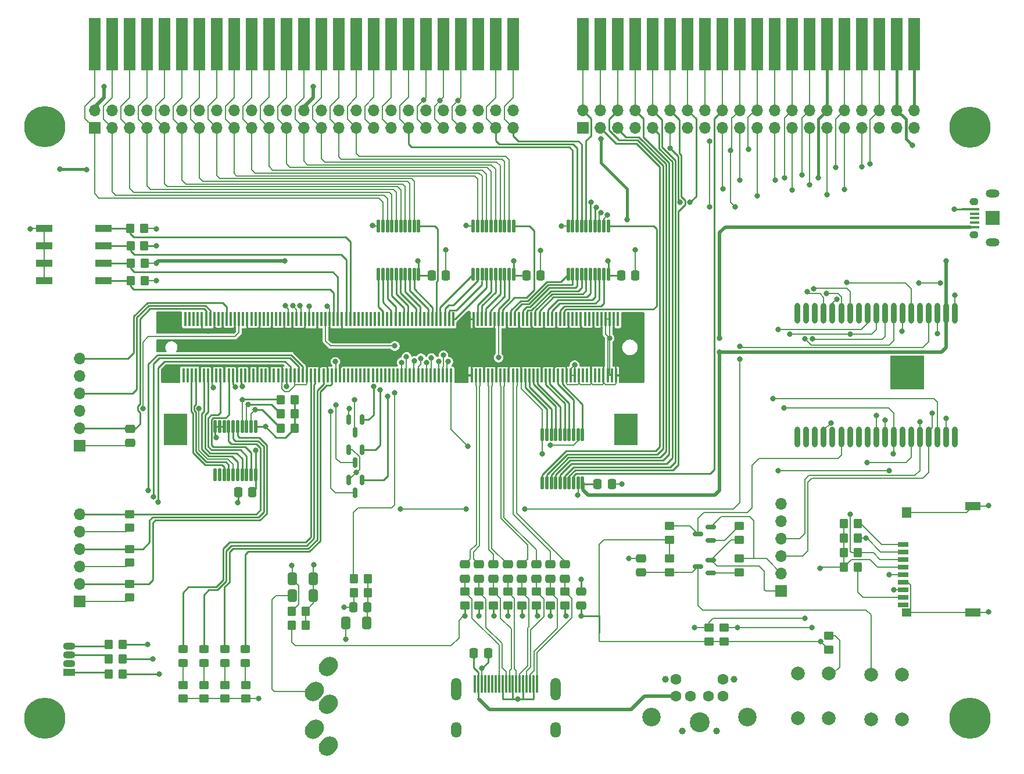
<source format=gbr>
%TF.GenerationSoftware,KiCad,Pcbnew,(6.0.9)*%
%TF.CreationDate,2022-12-28T10:19:48-08:00*%
%TF.ProjectId,NextTRS,4e657874-5452-4532-9e6b-696361645f70,rev?*%
%TF.SameCoordinates,Original*%
%TF.FileFunction,Copper,L1,Top*%
%TF.FilePolarity,Positive*%
%FSLAX46Y46*%
G04 Gerber Fmt 4.6, Leading zero omitted, Abs format (unit mm)*
G04 Created by KiCad (PCBNEW (6.0.9)) date 2022-12-28 10:19:48*
%MOMM*%
%LPD*%
G01*
G04 APERTURE LIST*
G04 Aperture macros list*
%AMRoundRect*
0 Rectangle with rounded corners*
0 $1 Rounding radius*
0 $2 $3 $4 $5 $6 $7 $8 $9 X,Y pos of 4 corners*
0 Add a 4 corners polygon primitive as box body*
4,1,4,$2,$3,$4,$5,$6,$7,$8,$9,$2,$3,0*
0 Add four circle primitives for the rounded corners*
1,1,$1+$1,$2,$3*
1,1,$1+$1,$4,$5*
1,1,$1+$1,$6,$7*
1,1,$1+$1,$8,$9*
0 Add four rect primitives between the rounded corners*
20,1,$1+$1,$2,$3,$4,$5,0*
20,1,$1+$1,$4,$5,$6,$7,0*
20,1,$1+$1,$6,$7,$8,$9,0*
20,1,$1+$1,$8,$9,$2,$3,0*%
%AMHorizOval*
0 Thick line with rounded ends*
0 $1 width*
0 $2 $3 position (X,Y) of the first rounded end (center of the circle)*
0 $4 $5 position (X,Y) of the second rounded end (center of the circle)*
0 Add line between two ends*
20,1,$1,$2,$3,$4,$5,0*
0 Add two circle primitives to create the rounded ends*
1,1,$1,$2,$3*
1,1,$1,$4,$5*%
G04 Aperture macros list end*
%TA.AperFunction,SMDPad,CuDef*%
%ADD10RoundRect,0.150000X0.587500X0.150000X-0.587500X0.150000X-0.587500X-0.150000X0.587500X-0.150000X0*%
%TD*%
%TA.AperFunction,SMDPad,CuDef*%
%ADD11RoundRect,0.250000X0.350000X0.450000X-0.350000X0.450000X-0.350000X-0.450000X0.350000X-0.450000X0*%
%TD*%
%TA.AperFunction,SMDPad,CuDef*%
%ADD12RoundRect,0.250000X0.475000X-0.337500X0.475000X0.337500X-0.475000X0.337500X-0.475000X-0.337500X0*%
%TD*%
%TA.AperFunction,SMDPad,CuDef*%
%ADD13RoundRect,0.250000X-0.450000X0.350000X-0.450000X-0.350000X0.450000X-0.350000X0.450000X0.350000X0*%
%TD*%
%TA.AperFunction,SMDPad,CuDef*%
%ADD14RoundRect,0.250000X-0.412500X-0.650000X0.412500X-0.650000X0.412500X0.650000X-0.412500X0.650000X0*%
%TD*%
%TA.AperFunction,SMDPad,CuDef*%
%ADD15RoundRect,0.250000X0.450000X-0.350000X0.450000X0.350000X-0.450000X0.350000X-0.450000X-0.350000X0*%
%TD*%
%TA.AperFunction,SMDPad,CuDef*%
%ADD16R,2.440000X1.120000*%
%TD*%
%TA.AperFunction,SMDPad,CuDef*%
%ADD17RoundRect,0.250000X0.450000X-0.325000X0.450000X0.325000X-0.450000X0.325000X-0.450000X-0.325000X0*%
%TD*%
%TA.AperFunction,SMDPad,CuDef*%
%ADD18RoundRect,0.250000X0.337500X0.475000X-0.337500X0.475000X-0.337500X-0.475000X0.337500X-0.475000X0*%
%TD*%
%TA.AperFunction,ComponentPad*%
%ADD19C,0.800000*%
%TD*%
%TA.AperFunction,ComponentPad*%
%ADD20C,6.000000*%
%TD*%
%TA.AperFunction,SMDPad,CuDef*%
%ADD21RoundRect,0.250000X-0.350000X-0.450000X0.350000X-0.450000X0.350000X0.450000X-0.350000X0.450000X0*%
%TD*%
%TA.AperFunction,SMDPad,CuDef*%
%ADD22RoundRect,0.250000X0.412500X0.650000X-0.412500X0.650000X-0.412500X-0.650000X0.412500X-0.650000X0*%
%TD*%
%TA.AperFunction,SMDPad,CuDef*%
%ADD23RoundRect,0.250000X-0.475000X0.337500X-0.475000X-0.337500X0.475000X-0.337500X0.475000X0.337500X0*%
%TD*%
%TA.AperFunction,ComponentPad*%
%ADD24C,2.000000*%
%TD*%
%TA.AperFunction,ComponentPad*%
%ADD25R,1.700000X1.700000*%
%TD*%
%TA.AperFunction,ComponentPad*%
%ADD26O,1.700000X1.700000*%
%TD*%
%TA.AperFunction,ComponentPad*%
%ADD27HorizOval,2.400000X-0.212132X-0.212132X0.212132X0.212132X0*%
%TD*%
%TA.AperFunction,SMDPad,CuDef*%
%ADD28RoundRect,0.250000X-0.337500X-0.475000X0.337500X-0.475000X0.337500X0.475000X-0.337500X0.475000X0*%
%TD*%
%TA.AperFunction,SMDPad,CuDef*%
%ADD29RoundRect,0.150000X-0.150000X0.587500X-0.150000X-0.587500X0.150000X-0.587500X0.150000X0.587500X0*%
%TD*%
%TA.AperFunction,SMDPad,CuDef*%
%ADD30R,0.300000X2.600000*%
%TD*%
%TA.AperFunction,ComponentPad*%
%ADD31O,1.500000X2.300000*%
%TD*%
%TA.AperFunction,ComponentPad*%
%ADD32O,1.500000X3.300000*%
%TD*%
%TA.AperFunction,SMDPad,CuDef*%
%ADD33R,1.600000X0.700000*%
%TD*%
%TA.AperFunction,SMDPad,CuDef*%
%ADD34R,1.400000X1.600000*%
%TD*%
%TA.AperFunction,SMDPad,CuDef*%
%ADD35R,2.200000X1.200000*%
%TD*%
%TA.AperFunction,SMDPad,CuDef*%
%ADD36R,1.400000X1.200000*%
%TD*%
%TA.AperFunction,SMDPad,CuDef*%
%ADD37RoundRect,0.125000X-0.125000X0.825000X-0.125000X-0.825000X0.125000X-0.825000X0.125000X0.825000X0*%
%TD*%
%TA.AperFunction,SMDPad,CuDef*%
%ADD38O,0.900000X3.000000*%
%TD*%
%TA.AperFunction,SMDPad,CuDef*%
%ADD39R,5.000000X5.000000*%
%TD*%
%TA.AperFunction,ComponentPad*%
%ADD40O,1.300000X1.100000*%
%TD*%
%TA.AperFunction,SMDPad,CuDef*%
%ADD41R,2.000000X2.000000*%
%TD*%
%TA.AperFunction,ComponentPad*%
%ADD42O,2.000000X1.200000*%
%TD*%
%TA.AperFunction,SMDPad,CuDef*%
%ADD43R,2.500000X0.400000*%
%TD*%
%TA.AperFunction,SMDPad,CuDef*%
%ADD44R,1.350000X0.400000*%
%TD*%
%TA.AperFunction,ConnectorPad*%
%ADD45R,1.778000X7.620000*%
%TD*%
%TA.AperFunction,ComponentPad*%
%ADD46R,1.800000X1.070000*%
%TD*%
%TA.AperFunction,ComponentPad*%
%ADD47O,1.800000X1.070000*%
%TD*%
%TA.AperFunction,ComponentPad*%
%ADD48C,1.600000*%
%TD*%
%TA.AperFunction,ComponentPad*%
%ADD49C,1.000000*%
%TD*%
%TA.AperFunction,ComponentPad*%
%ADD50C,2.900000*%
%TD*%
%TA.AperFunction,ComponentPad*%
%ADD51C,2.700000*%
%TD*%
%TA.AperFunction,SMDPad,CuDef*%
%ADD52R,0.350000X2.000000*%
%TD*%
%TA.AperFunction,SMDPad,CuDef*%
%ADD53R,3.500000X4.600000*%
%TD*%
%TA.AperFunction,ViaPad*%
%ADD54C,0.800000*%
%TD*%
%TA.AperFunction,Conductor*%
%ADD55C,0.250000*%
%TD*%
%TA.AperFunction,Conductor*%
%ADD56C,0.500380*%
%TD*%
%TA.AperFunction,Conductor*%
%ADD57C,0.200000*%
%TD*%
%TA.AperFunction,Conductor*%
%ADD58C,0.381000*%
%TD*%
G04 APERTURE END LIST*
D10*
%TO.P,Q2,1,B*%
%TO.N,Net-(Q2-Pad1)*%
X123678833Y-121683200D03*
%TO.P,Q2,2,E*%
%TO.N,Net-(J8-Pad2)*%
X123678833Y-119783200D03*
%TO.P,Q2,3,C*%
%TO.N,I00*%
X121803833Y-120733200D03*
%TD*%
D11*
%TO.P,R33,1*%
%TO.N,+3V3*%
X41081200Y-76250800D03*
%TO.P,R33,2*%
%TO.N,CONF_1*%
X39081200Y-76250800D03*
%TD*%
D12*
%TO.P,C17,1*%
%TO.N,ESP_RESET*%
X113504266Y-126363500D03*
%TO.P,C17,2*%
%TO.N,GND*%
X113504266Y-124288500D03*
%TD*%
D13*
%TO.P,R39,1*%
%TO.N,Net-(D4-Pad1)*%
X52869732Y-142764000D03*
%TO.P,R39,2*%
%TO.N,GND*%
X52869732Y-144764000D03*
%TD*%
D14*
%TO.P,C15,1*%
%TO.N,Net-(C15-Pad1)*%
X70451999Y-133698599D03*
%TO.P,C15,2*%
%TO.N,Net-(C13-Pad1)*%
X73576999Y-133698599D03*
%TD*%
D15*
%TO.P,R8,1*%
%TO.N,+3.3V*%
X94081600Y-131175000D03*
%TO.P,R8,2*%
%TO.N,/D0+*%
X94081600Y-129175000D03*
%TD*%
D13*
%TO.P,R40,1*%
%TO.N,Net-(D5-Pad1)*%
X55930800Y-142764000D03*
%TO.P,R40,2*%
%TO.N,GND*%
X55930800Y-144764000D03*
%TD*%
D16*
%TO.P,SW3,1*%
%TO.N,GND*%
X26581400Y-76250800D03*
%TO.P,SW3,2*%
X26581400Y-78790800D03*
%TO.P,SW3,3*%
X26581400Y-81330800D03*
%TO.P,SW3,4*%
X26581400Y-83870800D03*
%TO.P,SW3,5*%
%TO.N,CONF_4*%
X35191400Y-83870800D03*
%TO.P,SW3,6*%
%TO.N,CONF_3*%
X35191400Y-81330800D03*
%TO.P,SW3,7*%
%TO.N,CONF_2*%
X35191400Y-78790800D03*
%TO.P,SW3,8*%
%TO.N,CONF_1*%
X35191400Y-76250800D03*
%TD*%
D11*
%TO.P,R29,1*%
%TO.N,+3V3*%
X63026800Y-101193600D03*
%TO.P,R29,2*%
%TO.N,INT_N*%
X61026800Y-101193600D03*
%TD*%
D17*
%TO.P,D3,1,K*%
%TO.N,Net-(D3-Pad1)*%
X49823666Y-139556600D03*
%TO.P,D3,2,A*%
%TO.N,LED2*%
X49823666Y-137506600D03*
%TD*%
D18*
%TO.P,C16,1*%
%TO.N,GND*%
X109241500Y-113487200D03*
%TO.P,C16,2*%
%TO.N,+3V3*%
X107166500Y-113487200D03*
%TD*%
D13*
%TO.P,R27,1*%
%TO.N,+3.3V*%
X117652800Y-124356000D03*
%TO.P,R27,2*%
%TO.N,ESP_RESET*%
X117652800Y-126356000D03*
%TD*%
D15*
%TO.P,R10,1*%
%TO.N,+3.3V*%
X89916000Y-131175000D03*
%TO.P,R10,2*%
%TO.N,/CK+*%
X89916000Y-129175000D03*
%TD*%
D11*
%TO.P,R35,1*%
%TO.N,+3V3*%
X41182800Y-81330800D03*
%TO.P,R35,2*%
%TO.N,CONF_3*%
X39182800Y-81330800D03*
%TD*%
D17*
%TO.P,D2,1,K*%
%TO.N,Net-(D2-Pad1)*%
X46792600Y-139556600D03*
%TO.P,D2,2,A*%
%TO.N,LED1*%
X46792600Y-137506600D03*
%TD*%
D15*
%TO.P,R7,1*%
%TO.N,+3.3V*%
X96164400Y-131175000D03*
%TO.P,R7,2*%
%TO.N,/D1-*%
X96164400Y-129175000D03*
%TD*%
D19*
%TO.P,H3,1,1*%
%TO.N,GND*%
X163033390Y-146033810D03*
X163692400Y-147624800D03*
X159851410Y-149215790D03*
D20*
X161442400Y-147624800D03*
D19*
X161442400Y-149874800D03*
X163033390Y-149215790D03*
X161442400Y-145374800D03*
X159192400Y-147624800D03*
X159851410Y-146033810D03*
%TD*%
D21*
%TO.P,R16,1*%
%TO.N,+3.3V*%
X143068800Y-125577600D03*
%TO.P,R16,2*%
%TO.N,Net-(J9-Pad8)*%
X145068800Y-125577600D03*
%TD*%
D22*
%TO.P,C12,1*%
%TO.N,CASS_IN*%
X65787599Y-127314799D03*
%TO.P,C12,2*%
%TO.N,GND*%
X62662599Y-127314799D03*
%TD*%
D23*
%TO.P,C6,1*%
%TO.N,HDMI_TX0_N*%
X91998800Y-125200500D03*
%TO.P,C6,2*%
%TO.N,/D0-*%
X91998800Y-127275500D03*
%TD*%
D11*
%TO.P,R34,1*%
%TO.N,+3V3*%
X41132000Y-78790800D03*
%TO.P,R34,2*%
%TO.N,CONF_2*%
X39132000Y-78790800D03*
%TD*%
%TO.P,R2,1*%
%TO.N,LED_GREEN*%
X37982400Y-136855200D03*
%TO.P,R2,2*%
%TO.N,Net-(D1-Pad4)*%
X35982400Y-136855200D03*
%TD*%
D23*
%TO.P,C4,1*%
%TO.N,HDMI_TX1_N*%
X96164400Y-125200500D03*
%TO.P,C4,2*%
%TO.N,/D1-*%
X96164400Y-127275500D03*
%TD*%
D15*
%TO.P,R19,1*%
%TO.N,Net-(Q1-Pad1)*%
X127829866Y-126356000D03*
%TO.P,R19,2*%
%TO.N,Net-(J8-Pad2)*%
X127829866Y-124356000D03*
%TD*%
D13*
%TO.P,R31,1*%
%TO.N,PS2_CLK*%
X125628400Y-134432800D03*
%TO.P,R31,2*%
%TO.N,+3.3V*%
X125628400Y-136432800D03*
%TD*%
D23*
%TO.P,C3,1*%
%TO.N,HDMI_TX1_P*%
X98247200Y-125200500D03*
%TO.P,C3,2*%
%TO.N,/D1+*%
X98247200Y-127275500D03*
%TD*%
%TO.P,C7,1*%
%TO.N,HDMI_TXC_P*%
X89916000Y-125200500D03*
%TO.P,C7,2*%
%TO.N,/CK+*%
X89916000Y-127275500D03*
%TD*%
D19*
%TO.P,H2,1,1*%
%TO.N,GND*%
X159192400Y-61468000D03*
X163033390Y-59877010D03*
X161442400Y-63718000D03*
X159851410Y-59877010D03*
X163692400Y-61468000D03*
X159851410Y-63058990D03*
X163033390Y-63058990D03*
D20*
X161442400Y-61468000D03*
D19*
X161442400Y-59218000D03*
%TD*%
D23*
%TO.P,C1,1*%
%TO.N,HDMI_TX2_P*%
X102412800Y-125200500D03*
%TO.P,C1,2*%
%TO.N,/D2+*%
X102412800Y-127275500D03*
%TD*%
D24*
%TO.P,SW2,1,1*%
%TO.N,GND*%
X136383200Y-141123600D03*
X136383200Y-147623600D03*
%TO.P,SW2,2,2*%
%TO.N,BUTTON*%
X140883200Y-147623600D03*
X140883200Y-141123600D03*
%TD*%
D25*
%TO.P,J2,1,Pin_1*%
%TO.N,SYSRES_N*%
X105059400Y-61569600D03*
D26*
%TO.P,J2,2,Pin_2*%
%TO.N,RAS_N*%
X105059400Y-59029600D03*
%TO.P,J2,3,Pin_3*%
%TO.N,A10*%
X107599400Y-61569600D03*
%TO.P,J2,4,Pin_4*%
%TO.N,CAS_N*%
X107599400Y-59029600D03*
%TO.P,J2,5,Pin_5*%
%TO.N,A13*%
X110139400Y-61569600D03*
%TO.P,J2,6,Pin_6*%
%TO.N,A12*%
X110139400Y-59029600D03*
%TO.P,J2,7,Pin_7*%
%TO.N,GND*%
X112679400Y-61569600D03*
%TO.P,J2,8,Pin_8*%
%TO.N,A15*%
X112679400Y-59029600D03*
%TO.P,J2,9,Pin_9*%
%TO.N,A14*%
X115219400Y-61569600D03*
%TO.P,J2,10,Pin_10*%
%TO.N,A11*%
X115219400Y-59029600D03*
%TO.P,J2,11,Pin_11*%
%TO.N,OUT_N*%
X117759400Y-61569600D03*
%TO.P,J2,12,Pin_12*%
%TO.N,A8*%
X117759400Y-59029600D03*
%TO.P,J2,13,Pin_13*%
%TO.N,INTACK_N*%
X120299400Y-61569600D03*
%TO.P,J2,14,Pin_14*%
%TO.N,WR_N*%
X120299400Y-59029600D03*
%TO.P,J2,15,Pin_15*%
%TO.N,MUX*%
X122839400Y-61569600D03*
%TO.P,J2,16,Pin_16*%
%TO.N,RD_N*%
X122839400Y-59029600D03*
%TO.P,J2,17,Pin_17*%
%TO.N,D4*%
X125379400Y-61569600D03*
%TO.P,J2,18,Pin_18*%
%TO.N,A9*%
X125379400Y-59029600D03*
%TO.P,J2,19,Pin_19*%
%TO.N,D7*%
X127919400Y-61569600D03*
%TO.P,J2,20,Pin_20*%
%TO.N,IN_N*%
X127919400Y-59029600D03*
%TO.P,J2,21,Pin_21*%
%TO.N,D1*%
X130459400Y-61569600D03*
%TO.P,J2,22,Pin_22*%
%TO.N,INT_N*%
X130459400Y-59029600D03*
%TO.P,J2,23,Pin_23*%
%TO.N,D6*%
X132999400Y-61569600D03*
%TO.P,J2,24,Pin_24*%
%TO.N,TEST_N*%
X132999400Y-59029600D03*
%TO.P,J2,25,Pin_25*%
%TO.N,D3*%
X135539400Y-61569600D03*
%TO.P,J2,26,Pin_26*%
%TO.N,A0*%
X135539400Y-59029600D03*
%TO.P,J2,27,Pin_27*%
%TO.N,D5*%
X138079400Y-61569600D03*
%TO.P,J2,28,Pin_28*%
%TO.N,A1*%
X138079400Y-59029600D03*
%TO.P,J2,29,Pin_29*%
%TO.N,D0*%
X140619400Y-61569600D03*
%TO.P,J2,30,Pin_30*%
%TO.N,GND*%
X140619400Y-59029600D03*
%TO.P,J2,31,Pin_31*%
%TO.N,D2*%
X143159400Y-61569600D03*
%TO.P,J2,32,Pin_32*%
%TO.N,A4*%
X143159400Y-59029600D03*
%TO.P,J2,33,Pin_33*%
%TO.N,A3*%
X145699400Y-61569600D03*
%TO.P,J2,34,Pin_34*%
%TO.N,WAIT_N*%
X145699400Y-59029600D03*
%TO.P,J2,35,Pin_35*%
%TO.N,A7*%
X148239400Y-61569600D03*
%TO.P,J2,36,Pin_36*%
%TO.N,A5*%
X148239400Y-59029600D03*
%TO.P,J2,37,Pin_37*%
%TO.N,A6*%
X150779400Y-61569600D03*
%TO.P,J2,38,Pin_38*%
%TO.N,GND*%
X150779400Y-59029600D03*
%TO.P,J2,39,Pin_39*%
%TO.N,A2*%
X153319400Y-61569600D03*
%TO.P,J2,40,Pin_40*%
%TO.N,5V*%
X153319400Y-59029600D03*
%TD*%
D27*
%TO.P,J10,R*%
%TO.N,Net-(C14-Pad1)*%
X65919599Y-143737999D03*
%TO.P,J10,RN*%
%TO.N,N/C*%
X67919599Y-145537999D03*
%TO.P,J10,S*%
%TO.N,GND*%
X67919599Y-151637999D03*
%TO.P,J10,T*%
%TO.N,Net-(C15-Pad1)*%
X65919599Y-149237999D03*
%TO.P,J10,TN*%
%TO.N,N/C*%
X67919599Y-140037999D03*
%TD*%
D18*
%TO.P,C19,1*%
%TO.N,GND*%
X85060700Y-83108800D03*
%TO.P,C19,2*%
%TO.N,+3V3*%
X82985700Y-83108800D03*
%TD*%
D23*
%TO.P,C8,1*%
%TO.N,HDMI_TXC_N*%
X87833200Y-125200500D03*
%TO.P,C8,2*%
%TO.N,/CK-*%
X87833200Y-127275500D03*
%TD*%
D28*
%TO.P,C23,1*%
%TO.N,+5V*%
X89132500Y-138112500D03*
%TO.P,C23,2*%
%TO.N,GND*%
X91207500Y-138112500D03*
%TD*%
D29*
%TO.P,Q3,1,G*%
%TO.N,INT*%
X72832000Y-104066100D03*
%TO.P,Q3,2,S*%
%TO.N,GND*%
X70932000Y-104066100D03*
%TO.P,Q3,3,D*%
%TO.N,INT_N*%
X71882000Y-105941100D03*
%TD*%
D30*
%TO.P,J7,1,D2+*%
%TO.N,/D2+*%
X98327600Y-142619800D03*
%TO.P,J7,2,D2S*%
%TO.N,GND*%
X97827600Y-142619800D03*
%TO.P,J7,3,D2-*%
%TO.N,/D2-*%
X97327600Y-142619800D03*
%TO.P,J7,4,D1+*%
%TO.N,/D1+*%
X96827600Y-142619800D03*
%TO.P,J7,5,D1S*%
%TO.N,GND*%
X96327600Y-142619800D03*
%TO.P,J7,6,D1-*%
%TO.N,/D1-*%
X95827600Y-142619800D03*
%TO.P,J7,7,D0+*%
%TO.N,/D0+*%
X95327600Y-142619800D03*
%TO.P,J7,8,D0S*%
%TO.N,GND*%
X94827600Y-142619800D03*
%TO.P,J7,9,D0-*%
%TO.N,/D0-*%
X94327600Y-142619800D03*
%TO.P,J7,10,CK+*%
%TO.N,/CK+*%
X93827600Y-142619800D03*
%TO.P,J7,11,CKS*%
%TO.N,GND*%
X93327600Y-142619800D03*
%TO.P,J7,12,CK-*%
%TO.N,/CK-*%
X92827600Y-142619800D03*
%TO.P,J7,13,CEC*%
%TO.N,unconnected-(J7-Pad13)*%
X92327600Y-142619800D03*
%TO.P,J7,14,UTILITY*%
%TO.N,unconnected-(J7-Pad14)*%
X91827600Y-142619800D03*
%TO.P,J7,15,SCL*%
%TO.N,unconnected-(J7-Pad15)*%
X91327600Y-142619800D03*
%TO.P,J7,16,SDA*%
%TO.N,unconnected-(J7-Pad16)*%
X90827600Y-142619800D03*
%TO.P,J7,17,GND*%
%TO.N,GND*%
X90327600Y-142619800D03*
%TO.P,J7,18,+5V*%
%TO.N,+5V*%
X89827600Y-142619800D03*
%TO.P,J7,19,HPD*%
%TO.N,unconnected-(J7-Pad19)*%
X89327600Y-142619800D03*
D31*
%TO.P,J7,SH,SH*%
%TO.N,GND*%
X101077600Y-149339800D03*
X86577600Y-149339800D03*
D32*
X86577600Y-143379800D03*
X101077600Y-143379800D03*
%TD*%
D33*
%TO.P,J9,1,DAT2*%
%TO.N,Net-(J9-Pad1)*%
X151715700Y-122260000D03*
%TO.P,J9,2,CD/DAT3*%
%TO.N,CS_SD*%
X151715700Y-123360000D03*
%TO.P,J9,3,CMD*%
%TO.N,MOSI*%
X151715700Y-124460000D03*
%TO.P,J9,4,VDD*%
%TO.N,+3.3V*%
X151715700Y-125560000D03*
%TO.P,J9,5,CLK*%
%TO.N,SCK*%
X151715700Y-126660000D03*
%TO.P,J9,6,VSS*%
%TO.N,GND*%
X151715700Y-127760000D03*
%TO.P,J9,7,DAT0*%
%TO.N,MISO*%
X151715700Y-128860000D03*
%TO.P,J9,8,DAT1*%
%TO.N,Net-(J9-Pad8)*%
X151715700Y-129960000D03*
%TO.P,J9,9,Cd*%
%TO.N,unconnected-(J9-Pad9)*%
X151715700Y-131060000D03*
D34*
%TO.P,J9,10,GND*%
%TO.N,GND*%
X152215700Y-117610000D03*
D35*
%TO.P,J9,11,GND*%
X161815700Y-116710000D03*
%TO.P,J9,12,GND*%
X161815700Y-132210000D03*
D36*
%TO.P,J9,13,GND*%
X152215700Y-132210000D03*
%TD*%
D11*
%TO.P,R36,1*%
%TO.N,+3V3*%
X41182800Y-83870800D03*
%TO.P,R36,2*%
%TO.N,CONF_4*%
X39182800Y-83870800D03*
%TD*%
D25*
%TO.P,J8,1,Pin_1*%
%TO.N,Net-(J8-Pad1)*%
X133900866Y-129039400D03*
D26*
%TO.P,J8,2,Pin_2*%
%TO.N,Net-(J8-Pad2)*%
X133900866Y-126499400D03*
%TO.P,J8,3,Pin_3*%
%TO.N,TXD0*%
X133900866Y-123959400D03*
%TO.P,J8,4,Pin_4*%
%TO.N,RXD0*%
X133900866Y-121419400D03*
%TO.P,J8,5,Pin_5*%
%TO.N,+5V*%
X133900866Y-118879400D03*
%TO.P,J8,6,Pin_6*%
%TO.N,GND*%
X133900866Y-116339400D03*
%TD*%
D21*
%TO.P,R17,1*%
%TO.N,+3.3V*%
X143068800Y-121361200D03*
%TO.P,R17,2*%
%TO.N,CS_SD*%
X145068800Y-121361200D03*
%TD*%
D13*
%TO.P,R13,1*%
%TO.N,VSYNC*%
X39014400Y-122952000D03*
%TO.P,R13,2*%
%TO.N,GND*%
X39014400Y-124952000D03*
%TD*%
D11*
%TO.P,R26,1*%
%TO.N,+3V3*%
X63026800Y-105359200D03*
%TO.P,R26,2*%
%TO.N,EXTIOSEL_N*%
X61026800Y-105359200D03*
%TD*%
D29*
%TO.P,Q4,1,G*%
%TO.N,WAIT*%
X72832000Y-108485700D03*
%TO.P,Q4,2,S*%
%TO.N,GND*%
X70932000Y-108485700D03*
%TO.P,Q4,3,D*%
%TO.N,WAIT_N*%
X71882000Y-110360700D03*
%TD*%
D24*
%TO.P,SW1,1,1*%
%TO.N,ESP_RESET*%
X147000400Y-141276000D03*
X147000400Y-147776000D03*
%TO.P,SW1,2,2*%
%TO.N,GND*%
X151500400Y-147776000D03*
X151500400Y-141276000D03*
%TD*%
D13*
%TO.P,R32,1*%
%TO.N,PS2_DATA*%
X123444000Y-134432800D03*
%TO.P,R32,2*%
%TO.N,+3.3V*%
X123444000Y-136432800D03*
%TD*%
D25*
%TO.P,J5,1,Pin_1*%
%TO.N,GND*%
X31705400Y-130556000D03*
D26*
%TO.P,J5,2,Pin_2*%
%TO.N,VIDEO*%
X31705400Y-128016000D03*
%TO.P,J5,3,Pin_3*%
%TO.N,GND*%
X31705400Y-125476000D03*
%TO.P,J5,4,Pin_4*%
%TO.N,VSYNC*%
X31705400Y-122936000D03*
%TO.P,J5,5,Pin_5*%
%TO.N,GND*%
X31705400Y-120396000D03*
%TO.P,J5,6,Pin_6*%
%TO.N,HSYNC*%
X31705400Y-117856000D03*
%TD*%
D21*
%TO.P,R18,1*%
%TO.N,+3.3V*%
X143068800Y-119227600D03*
%TO.P,R18,2*%
%TO.N,Net-(J9-Pad1)*%
X145068800Y-119227600D03*
%TD*%
D11*
%TO.P,R1,1*%
%TO.N,LED_RED*%
X37982400Y-141173200D03*
%TO.P,R1,2*%
%TO.N,Net-(D1-Pad1)*%
X35982400Y-141173200D03*
%TD*%
D37*
%TO.P,U3,1,A->B*%
%TO.N,CTRL_DIR*%
X108741400Y-75900400D03*
%TO.P,U3,2,A0*%
%TO.N,IN_N*%
X108091400Y-75900400D03*
%TO.P,U3,3,A1*%
%TO.N,RD_N*%
X107441400Y-75900400D03*
%TO.P,U3,4,A2*%
%TO.N,WR_N*%
X106791400Y-75900400D03*
%TO.P,U3,5,A3*%
%TO.N,OUT_N*%
X106141400Y-75900400D03*
%TO.P,U3,6,A4*%
%TO.N,RAS_N*%
X105491400Y-75900400D03*
%TO.P,U3,7,A5*%
%TO.N,IOREQ_N*%
X104841400Y-75900400D03*
%TO.P,U3,8,A6*%
%TO.N,M1_N*%
X104191400Y-75900400D03*
%TO.P,U3,9,A7*%
%TO.N,RESET_N*%
X103541400Y-75900400D03*
%TO.P,U3,10,GND*%
%TO.N,GND*%
X102891400Y-75900400D03*
%TO.P,U3,11,B7*%
%TO.N,_RESET_N*%
X102891400Y-82900400D03*
%TO.P,U3,12,B6*%
%TO.N,_M1_N*%
X103541400Y-82900400D03*
%TO.P,U3,13,B5*%
%TO.N,_IOREQ_N*%
X104191400Y-82900400D03*
%TO.P,U3,14,B4*%
%TO.N,_RAS_N*%
X104841400Y-82900400D03*
%TO.P,U3,15,B3*%
%TO.N,_OUT_N*%
X105491400Y-82900400D03*
%TO.P,U3,16,B2*%
%TO.N,_WR_N*%
X106141400Y-82900400D03*
%TO.P,U3,17,B1*%
%TO.N,_RD_N*%
X106791400Y-82900400D03*
%TO.P,U3,18,B0*%
%TO.N,_IN_N*%
X107441400Y-82900400D03*
%TO.P,U3,19,CE*%
%TO.N,CTRL_EN*%
X108091400Y-82900400D03*
%TO.P,U3,20,VCC*%
%TO.N,+3V3*%
X108741400Y-82900400D03*
%TD*%
D10*
%TO.P,Q1,1,B*%
%TO.N,Net-(Q1-Pad1)*%
X123678833Y-126456000D03*
%TO.P,Q1,2,E*%
%TO.N,Net-(J8-Pad1)*%
X123678833Y-124556000D03*
%TO.P,Q1,3,C*%
%TO.N,ESP_RESET*%
X121803833Y-125506000D03*
%TD*%
D17*
%TO.P,D4,1,K*%
%TO.N,Net-(D4-Pad1)*%
X52854732Y-139556600D03*
%TO.P,D4,2,A*%
%TO.N,LED3*%
X52854732Y-137506600D03*
%TD*%
D37*
%TO.P,U4,1,A->B*%
%TO.N,ABUS_DIR_N*%
X104982200Y-106278800D03*
%TO.P,U4,2,A0*%
%TO.N,_A9*%
X104332200Y-106278800D03*
%TO.P,U4,3,A1*%
%TO.N,_A8*%
X103682200Y-106278800D03*
%TO.P,U4,4,A2*%
%TO.N,_A11*%
X103032200Y-106278800D03*
%TO.P,U4,5,A3*%
%TO.N,_A14*%
X102382200Y-106278800D03*
%TO.P,U4,6,A4*%
%TO.N,_A15*%
X101732200Y-106278800D03*
%TO.P,U4,7,A5*%
%TO.N,_A13*%
X101082200Y-106278800D03*
%TO.P,U4,8,A6*%
%TO.N,_A12*%
X100432200Y-106278800D03*
%TO.P,U4,9,A7*%
%TO.N,_A10*%
X99782200Y-106278800D03*
%TO.P,U4,10,GND*%
%TO.N,GND*%
X99132200Y-106278800D03*
%TO.P,U4,11,B7*%
%TO.N,A10*%
X99132200Y-113278800D03*
%TO.P,U4,12,B6*%
%TO.N,A12*%
X99782200Y-113278800D03*
%TO.P,U4,13,B5*%
%TO.N,A13*%
X100432200Y-113278800D03*
%TO.P,U4,14,B4*%
%TO.N,A15*%
X101082200Y-113278800D03*
%TO.P,U4,15,B3*%
%TO.N,A14*%
X101732200Y-113278800D03*
%TO.P,U4,16,B2*%
%TO.N,A11*%
X102382200Y-113278800D03*
%TO.P,U4,17,B1*%
%TO.N,A8*%
X103032200Y-113278800D03*
%TO.P,U4,18,B0*%
%TO.N,A9*%
X103682200Y-113278800D03*
%TO.P,U4,19,CE*%
%TO.N,ABUS_EN*%
X104332200Y-113278800D03*
%TO.P,U4,20,VCC*%
%TO.N,+3V3*%
X104982200Y-113278800D03*
%TD*%
D38*
%TO.P,U1,1,GND*%
%TO.N,GND*%
X159211600Y-88637600D03*
%TO.P,U1,2,3.3V*%
%TO.N,+3V3*%
X157941600Y-88637600D03*
%TO.P,U1,3,EN*%
%TO.N,ESP_RESET*%
X156671600Y-88637600D03*
%TO.P,U1,4,IO36*%
%TO.N,CASS_IN*%
X155401600Y-88637600D03*
%TO.P,U1,5,IO39*%
%TO.N,unconnected-(U1-Pad5)*%
X154131600Y-88637600D03*
%TO.P,U1,6,IO34*%
%TO.N,REQ*%
X152861600Y-88637600D03*
%TO.P,U1,7,IO35*%
%TO.N,BUTTON*%
X151591600Y-88637600D03*
%TO.P,U1,8,IO32*%
%TO.N,PS2_DATA*%
X150321600Y-88637600D03*
%TO.P,U1,9,IO33*%
%TO.N,PS2_CLK*%
X149051600Y-88637600D03*
%TO.P,U1,10,IO25*%
%TO.N,MOSI*%
X147781600Y-88637600D03*
%TO.P,U1,11,IO26*%
%TO.N,SCK*%
X146511600Y-88637600D03*
%TO.P,U1,12,IO27*%
%TO.N,unconnected-(U1-Pad12)*%
X145241600Y-88637600D03*
%TO.P,U1,13,IO14*%
%TO.N,ESP_S2*%
X143971600Y-88637600D03*
%TO.P,U1,14,IO12*%
%TO.N,ESP_S0*%
X142701600Y-88637600D03*
%TO.P,U1,15,GND*%
%TO.N,GND*%
X141401600Y-88637600D03*
%TO.P,U1,16,IO13*%
%TO.N,ESP_S1*%
X140131600Y-88637600D03*
%TO.P,U1,17,IO9*%
%TO.N,unconnected-(U1-Pad17)*%
X138861600Y-88637600D03*
%TO.P,U1,18,IO10*%
%TO.N,unconnected-(U1-Pad18)*%
X137591600Y-88637600D03*
%TO.P,U1,19,IO11*%
%TO.N,unconnected-(U1-Pad19)*%
X136321600Y-88637600D03*
%TO.P,U1,20,IO6*%
%TO.N,unconnected-(U1-Pad20)*%
X136321600Y-106637600D03*
%TO.P,U1,21,IO7*%
%TO.N,unconnected-(U1-Pad21)*%
X137591600Y-106637600D03*
%TO.P,U1,22,IO8*%
%TO.N,unconnected-(U1-Pad22)*%
X138861600Y-106637600D03*
%TO.P,U1,23,IO15*%
%TO.N,ESP_S3*%
X140131600Y-106637600D03*
%TO.P,U1,24,IO2*%
%TO.N,unconnected-(U1-Pad24)*%
X141401600Y-106637600D03*
%TO.P,U1,25,IO0*%
%TO.N,I00*%
X142701600Y-106667600D03*
%TO.P,U1,26,IO4*%
%TO.N,unconnected-(U1-Pad26)*%
X143971600Y-106667600D03*
%TO.P,U1,27,NC*%
%TO.N,unconnected-(U1-Pad27)*%
X145241600Y-106667600D03*
%TO.P,U1,28,NC*%
%TO.N,unconnected-(U1-Pad28)*%
X146511600Y-106667600D03*
%TO.P,U1,29,IO5*%
%TO.N,JTAG_TMS*%
X147781600Y-106667600D03*
%TO.P,U1,30,IO18*%
%TO.N,DONE*%
X149051600Y-106667600D03*
%TO.P,U1,31,IO19*%
%TO.N,MISO*%
X150321600Y-106667600D03*
%TO.P,U1,32,NC*%
%TO.N,unconnected-(U1-Pad32)*%
X151591600Y-106667600D03*
%TO.P,U1,33,IO21*%
%TO.N,CS_SD*%
X152861600Y-106667600D03*
%TO.P,U1,34,RXD0*%
%TO.N,RXD0*%
X154131600Y-106667600D03*
%TO.P,U1,35,TXD0*%
%TO.N,TXD0*%
X155401600Y-106667600D03*
%TO.P,U1,36,IO22*%
%TO.N,CS_FPGA*%
X156671600Y-106667600D03*
%TO.P,U1,37,IO23*%
%TO.N,JTAG_TCK*%
X157941600Y-106667600D03*
%TO.P,U1,38,GND*%
%TO.N,unconnected-(U1-Pad38)*%
X159211600Y-106667600D03*
D19*
%TO.P,U1,39*%
%TO.N,N/C*%
X150301600Y-96237600D03*
X153301600Y-96237600D03*
X153301600Y-97237600D03*
X150301600Y-97237600D03*
X154301600Y-99237600D03*
X154301600Y-95237600D03*
X150301600Y-98237600D03*
X151301600Y-97237600D03*
X152301600Y-99237600D03*
X150301600Y-99237600D03*
X150301600Y-95237600D03*
X152301600Y-98237600D03*
X152301600Y-97237600D03*
X154301600Y-97237600D03*
D39*
X152291600Y-97237600D03*
D19*
X153301600Y-99237600D03*
X151301600Y-99237600D03*
X151301600Y-95237600D03*
X153301600Y-98237600D03*
X154301600Y-98237600D03*
X153301600Y-95237600D03*
X151301600Y-96237600D03*
X152301600Y-96237600D03*
X154301600Y-96237600D03*
X152301600Y-95237600D03*
X151301600Y-98237600D03*
%TD*%
D12*
%TO.P,C21,1*%
%TO.N,+3.3V*%
X104775000Y-131212500D03*
%TO.P,C21,2*%
%TO.N,GND*%
X104775000Y-129137500D03*
%TD*%
D15*
%TO.P,R30,1*%
%TO.N,+3.3V*%
X140817600Y-137601200D03*
%TO.P,R30,2*%
%TO.N,BUTTON*%
X140817600Y-135601200D03*
%TD*%
D19*
%TO.P,H1,1,1*%
%TO.N,GND*%
X26670000Y-63667200D03*
X25079010Y-63008190D03*
X28920000Y-61417200D03*
D20*
X26670000Y-61417200D03*
D19*
X25079010Y-59826210D03*
X28260990Y-63008190D03*
X28260990Y-59826210D03*
X26670000Y-59167200D03*
X24420000Y-61417200D03*
%TD*%
D11*
%TO.P,R24,1*%
%TO.N,Net-(C13-Pad1)*%
X73674899Y-129329799D03*
%TO.P,R24,2*%
%TO.N,GND*%
X71674899Y-129329799D03*
%TD*%
D29*
%TO.P,Q5,1,G*%
%TO.N,EXTIOSEL*%
X72832000Y-112905300D03*
%TO.P,Q5,2,S*%
%TO.N,GND*%
X70932000Y-112905300D03*
%TO.P,Q5,3,D*%
%TO.N,EXTIOSEL_N*%
X71882000Y-114780300D03*
%TD*%
D23*
%TO.P,C5,1*%
%TO.N,HDMI_TX0_P*%
X94081600Y-125200500D03*
%TO.P,C5,2*%
%TO.N,/D0+*%
X94081600Y-127275500D03*
%TD*%
D13*
%TO.P,R12,1*%
%TO.N,HSYNC*%
X39014400Y-117855999D03*
%TO.P,R12,2*%
%TO.N,GND*%
X39014400Y-119855999D03*
%TD*%
D11*
%TO.P,R22,1*%
%TO.N,CASS_IN*%
X64615499Y-131988399D03*
%TO.P,R22,2*%
%TO.N,GND*%
X62615499Y-131988399D03*
%TD*%
D40*
%TO.P,J12,*%
%TO.N,*%
X162019700Y-72301800D03*
D41*
X164769700Y-74726800D03*
D42*
X164769700Y-78301800D03*
X164769700Y-71151800D03*
D40*
X162019700Y-77151800D03*
D43*
%TO.P,J12,1,VBUS*%
%TO.N,+5V*%
X161518500Y-76026800D03*
D44*
%TO.P,J12,2,D-*%
%TO.N,unconnected-(J12-Pad2)*%
X162094700Y-75376800D03*
%TO.P,J12,3,D+*%
%TO.N,unconnected-(J12-Pad3)*%
X162094700Y-74726800D03*
%TO.P,J12,4,ID*%
%TO.N,unconnected-(J12-Pad4)*%
X162094700Y-74076800D03*
D43*
%TO.P,J12,5,GND*%
%TO.N,GND*%
X161518500Y-73426800D03*
%TD*%
D18*
%TO.P,C11,1*%
%TO.N,GND*%
X112695900Y-83108800D03*
%TO.P,C11,2*%
%TO.N,+3V3*%
X110620900Y-83108800D03*
%TD*%
D11*
%TO.P,R28,1*%
%TO.N,+3V3*%
X63026800Y-103276400D03*
%TO.P,R28,2*%
%TO.N,WAIT_N*%
X61026800Y-103276400D03*
%TD*%
%TO.P,R23,1*%
%TO.N,Net-(C13-Pad1)*%
X73674899Y-127246999D03*
%TO.P,R23,2*%
%TO.N,CASS_OUT*%
X71674899Y-127246999D03*
%TD*%
D15*
%TO.P,R4,1*%
%TO.N,+3.3V*%
X102412800Y-131175000D03*
%TO.P,R4,2*%
%TO.N,/D2+*%
X102412800Y-129175000D03*
%TD*%
D13*
%TO.P,R38,1*%
%TO.N,Net-(D3-Pad1)*%
X49808666Y-142764000D03*
%TO.P,R38,2*%
%TO.N,GND*%
X49808666Y-144764000D03*
%TD*%
D45*
%TO.P,J4,2,Pin_2*%
%TO.N,RAS_N*%
X105054400Y-49428400D03*
%TO.P,J4,4,Pin_4*%
%TO.N,CAS_N*%
X107594400Y-49428400D03*
%TO.P,J4,6,Pin_6*%
%TO.N,A12*%
X110134400Y-49428400D03*
%TO.P,J4,8,Pin_8*%
%TO.N,A15*%
X112674400Y-49428400D03*
%TO.P,J4,10,Pin_10*%
%TO.N,A11*%
X115214400Y-49428400D03*
%TO.P,J4,12,Pin_12*%
%TO.N,A8*%
X117754400Y-49428400D03*
%TO.P,J4,14,Pin_14*%
%TO.N,WR_N*%
X120294400Y-49428400D03*
%TO.P,J4,16,Pin_16*%
%TO.N,RD_N*%
X122834400Y-49428400D03*
%TO.P,J4,18,Pin_18*%
%TO.N,A9*%
X125374400Y-49428400D03*
%TO.P,J4,20,Pin_20*%
%TO.N,IN_N*%
X127914400Y-49428400D03*
%TO.P,J4,22,Pin_22*%
%TO.N,INT_N*%
X130454400Y-49428400D03*
%TO.P,J4,24,Pin_24*%
%TO.N,TEST_N*%
X132994400Y-49428400D03*
%TO.P,J4,26,Pin_26*%
%TO.N,A0*%
X135534400Y-49428400D03*
%TO.P,J4,28,Pin_28*%
%TO.N,A1*%
X138074400Y-49428400D03*
%TO.P,J4,30,Pin_30*%
%TO.N,GND*%
X140614400Y-49428400D03*
%TO.P,J4,32,Pin_32*%
%TO.N,A4*%
X143154400Y-49428400D03*
%TO.P,J4,34,Pin_34*%
%TO.N,WAIT_N*%
X145694400Y-49428400D03*
%TO.P,J4,36,Pin_36*%
%TO.N,A5*%
X148234400Y-49428400D03*
%TO.P,J4,38,Pin_38*%
%TO.N,GND*%
X150774400Y-49428400D03*
%TO.P,J4,40,Pin_40*%
%TO.N,5V*%
X153314400Y-49428400D03*
%TD*%
%TO.P,J3,1,Pin_1*%
%TO.N,D0*%
X33909000Y-49428400D03*
%TO.P,J3,3,Pin_3*%
%TO.N,D1*%
X36449000Y-49428400D03*
%TO.P,J3,5,Pin_5*%
%TO.N,D2*%
X38989000Y-49428400D03*
%TO.P,J3,7,Pin_7*%
%TO.N,D3*%
X41529000Y-49428400D03*
%TO.P,J3,9,Pin_9*%
%TO.N,D4*%
X44069000Y-49428400D03*
%TO.P,J3,11,Pin_11*%
%TO.N,D5*%
X46609000Y-49428400D03*
%TO.P,J3,13,Pin_13*%
%TO.N,D6*%
X49149000Y-49428400D03*
%TO.P,J3,15,Pin_15*%
%TO.N,D7*%
X51689000Y-49428400D03*
%TO.P,J3,17,Pin_17*%
%TO.N,A0*%
X54229000Y-49428400D03*
%TO.P,J3,19,Pin_19*%
%TO.N,A1*%
X56769000Y-49428400D03*
%TO.P,J3,21,Pin_21*%
%TO.N,A2*%
X59309000Y-49428400D03*
%TO.P,J3,23,Pin_23*%
%TO.N,A3*%
X61849000Y-49428400D03*
%TO.P,J3,25,Pin_25*%
%TO.N,A4*%
X64389000Y-49428400D03*
%TO.P,J3,27,Pin_27*%
%TO.N,A5*%
X66929000Y-49428400D03*
%TO.P,J3,29,Pin_29*%
%TO.N,A6*%
X69469000Y-49428400D03*
%TO.P,J3,31,Pin_31*%
%TO.N,A7*%
X72009000Y-49428400D03*
%TO.P,J3,33,Pin_33*%
%TO.N,IN_N*%
X74549000Y-49428400D03*
%TO.P,J3,35,Pin_35*%
%TO.N,OUT_N*%
X77089000Y-49428400D03*
%TO.P,J3,37,Pin_37*%
%TO.N,RESET_N*%
X79629000Y-49428400D03*
%TO.P,J3,39,Pin_39*%
%TO.N,INT_N*%
X82169000Y-49428400D03*
%TO.P,J3,41,Pin_41*%
%TO.N,WAIT_N*%
X84709000Y-49428400D03*
%TO.P,J3,43,Pin_43*%
%TO.N,EXTIOSEL_N*%
X87249000Y-49428400D03*
%TO.P,J3,45,Pin_45*%
%TO.N,unconnected-(J3-Pad45)*%
X89789000Y-49428400D03*
%TO.P,J3,47,Pin_47*%
%TO.N,M1_N*%
X92329000Y-49428400D03*
%TO.P,J3,49,Pin_49*%
%TO.N,IOREQ_N*%
X94869000Y-49428400D03*
%TD*%
D13*
%TO.P,R20,1*%
%TO.N,Net-(Q2-Pad1)*%
X127829866Y-119583200D03*
%TO.P,R20,2*%
%TO.N,Net-(J8-Pad1)*%
X127829866Y-121583200D03*
%TD*%
D37*
%TO.P,U2,1,A->B*%
%TO.N,ABUS_DIR*%
X94923800Y-75900400D03*
%TO.P,U2,2,A0*%
%TO.N,A7*%
X94273800Y-75900400D03*
%TO.P,U2,3,A1*%
%TO.N,A6*%
X93623800Y-75900400D03*
%TO.P,U2,4,A2*%
%TO.N,A5*%
X92973800Y-75900400D03*
%TO.P,U2,5,A3*%
%TO.N,A4*%
X92323800Y-75900400D03*
%TO.P,U2,6,A4*%
%TO.N,A3*%
X91673800Y-75900400D03*
%TO.P,U2,7,A5*%
%TO.N,A2*%
X91023800Y-75900400D03*
%TO.P,U2,8,A6*%
%TO.N,A1*%
X90373800Y-75900400D03*
%TO.P,U2,9,A7*%
%TO.N,A0*%
X89723800Y-75900400D03*
%TO.P,U2,10,GND*%
%TO.N,GND*%
X89073800Y-75900400D03*
%TO.P,U2,11,B7*%
%TO.N,_A0*%
X89073800Y-82900400D03*
%TO.P,U2,12,B6*%
%TO.N,_A1*%
X89723800Y-82900400D03*
%TO.P,U2,13,B5*%
%TO.N,_A2*%
X90373800Y-82900400D03*
%TO.P,U2,14,B4*%
%TO.N,_A3*%
X91023800Y-82900400D03*
%TO.P,U2,15,B3*%
%TO.N,_A4*%
X91673800Y-82900400D03*
%TO.P,U2,16,B2*%
%TO.N,_A5*%
X92323800Y-82900400D03*
%TO.P,U2,17,B1*%
%TO.N,_A6*%
X92973800Y-82900400D03*
%TO.P,U2,18,B0*%
%TO.N,_A7*%
X93623800Y-82900400D03*
%TO.P,U2,19,CE*%
%TO.N,ABUS_EN*%
X94273800Y-82900400D03*
%TO.P,U2,20,VCC*%
%TO.N,+3V3*%
X94923800Y-82900400D03*
%TD*%
D23*
%TO.P,C2,1*%
%TO.N,HDMI_TX2_N*%
X100330000Y-125200500D03*
%TO.P,C2,2*%
%TO.N,/D2-*%
X100330000Y-127275500D03*
%TD*%
D46*
%TO.P,D1,1,RA*%
%TO.N,Net-(D1-Pad1)*%
X30224000Y-140890800D03*
D47*
%TO.P,D1,2,K*%
%TO.N,GND*%
X30224000Y-139620800D03*
%TO.P,D1,3,BA*%
%TO.N,Net-(D1-Pad3)*%
X30224000Y-138350800D03*
%TO.P,D1,4,GA*%
%TO.N,Net-(D1-Pad4)*%
X30224000Y-137080800D03*
%TD*%
D48*
%TO.P,J11,1*%
%TO.N,PS2_DATA*%
X123321600Y-144409600D03*
%TO.P,J11,2*%
%TO.N,unconnected-(J11-Pad2)*%
X120721600Y-144409600D03*
%TO.P,J11,3*%
%TO.N,GND*%
X125421600Y-144409600D03*
%TO.P,J11,4*%
%TO.N,+5V*%
X118621600Y-144409600D03*
%TO.P,J11,5*%
%TO.N,PS2_CLK*%
X125421600Y-141909600D03*
%TO.P,J11,6*%
%TO.N,unconnected-(J11-Pad6)*%
X118621600Y-141909600D03*
D49*
%TO.P,J11,M1*%
%TO.N,N/C*%
X124521600Y-149509600D03*
%TO.P,J11,M2*%
X119521600Y-149509600D03*
%TO.P,J11,M3*%
X127021600Y-141909600D03*
%TO.P,J11,M4*%
X117021600Y-141909600D03*
D50*
%TO.P,J11,S1*%
X122021600Y-148209600D03*
D51*
%TO.P,J11,S2*%
X129021600Y-147409600D03*
%TO.P,J11,S3*%
X115021600Y-147409600D03*
%TD*%
D52*
%TO.P,Conn1,1,M11*%
%TO.N,unconnected-(Conn1-Pad1)*%
X110136000Y-89469700D03*
%TO.P,Conn1,2,GND*%
%TO.N,GND*%
X109836000Y-97669700D03*
%TO.P,Conn1,3,GND*%
X109536000Y-89469700D03*
%TO.P,Conn1,4,5V*%
%TO.N,+5V*%
X109236000Y-97669700D03*
%TO.P,Conn1,5,5V*%
X108936000Y-89469700D03*
%TO.P,Conn1,6,5V*%
X108636000Y-97669700D03*
%TO.P,Conn1,7,5V*%
X108336000Y-89469700D03*
%TO.P,Conn1,8,GND*%
%TO.N,GND*%
X108036000Y-97669700D03*
%TO.P,Conn1,9,GND*%
X107736000Y-89469700D03*
%TO.P,Conn1,10,NC*%
%TO.N,unconnected-(Conn1-Pad10)*%
X107436000Y-97669700D03*
%TO.P,Conn1,11,L10*%
%TO.N,unconnected-(Conn1-Pad11)*%
X107136000Y-89469700D03*
%TO.P,Conn1,12,NC*%
%TO.N,unconnected-(Conn1-Pad12)*%
X106836000Y-97669700D03*
%TO.P,Conn1,13,GND*%
%TO.N,GND*%
X106536000Y-89469700D03*
%TO.P,Conn1,14,GND*%
X106236000Y-97669700D03*
%TO.P,Conn1,15,T10*%
%TO.N,unconnected-(Conn1-Pad15)*%
X105936000Y-89469700D03*
%TO.P,Conn1,16,NC*%
%TO.N,unconnected-(Conn1-Pad16)*%
X105636000Y-97669700D03*
%TO.P,Conn1,17,NC*%
%TO.N,unconnected-(Conn1-Pad17)*%
X105336000Y-89469700D03*
%TO.P,Conn1,18,NC*%
%TO.N,unconnected-(Conn1-Pad18)*%
X105036000Y-97669700D03*
%TO.P,Conn1,19,GND*%
%TO.N,GND*%
X104736000Y-89469700D03*
%TO.P,Conn1,20,GND*%
X104436000Y-97669700D03*
%TO.P,Conn1,21,NC*%
%TO.N,unconnected-(Conn1-Pad21)*%
X104136000Y-89469700D03*
%TO.P,Conn1,22,3V3*%
%TO.N,+3V3*%
X103836000Y-97669700D03*
%TO.P,Conn1,23,NC*%
%TO.N,unconnected-(Conn1-Pad23)*%
X103536000Y-89469700D03*
%TO.P,Conn1,24,3V3*%
%TO.N,+3V3*%
X103236000Y-97669700D03*
%TO.P,Conn1,25,GND*%
%TO.N,GND*%
X102936000Y-89469700D03*
%TO.P,Conn1,26,GND*%
X102636000Y-97669700D03*
%TO.P,Conn1,27,T6*%
%TO.N,CTRL_DIR*%
X102336000Y-89469700D03*
%TO.P,Conn1,28,R16*%
%TO.N,ABUS_DIR_N*%
X102036000Y-97669700D03*
%TO.P,Conn1,29,P6*%
%TO.N,CTRL_EN*%
X101736000Y-89469700D03*
%TO.P,Conn1,30,P15*%
%TO.N,_A8*%
X101436000Y-97669700D03*
%TO.P,Conn1,31,GND*%
%TO.N,GND*%
X101136000Y-89469700D03*
%TO.P,Conn1,32,GND*%
X100836000Y-97669700D03*
%TO.P,Conn1,33,T7*%
%TO.N,_IN_N*%
X100536000Y-89469700D03*
%TO.P,Conn1,34,P16*%
%TO.N,_A11*%
X100236000Y-97669700D03*
%TO.P,Conn1,35,R8*%
%TO.N,_RD_N*%
X99936000Y-89469700D03*
%TO.P,Conn1,36,N15*%
%TO.N,_A14*%
X99636000Y-97669700D03*
%TO.P,Conn1,37,GND*%
%TO.N,GND*%
X99336000Y-89469700D03*
%TO.P,Conn1,38,GND*%
X99036000Y-97669700D03*
%TO.P,Conn1,39,T8*%
%TO.N,_WR_N*%
X98736000Y-89469700D03*
%TO.P,Conn1,40,N16*%
%TO.N,_A15*%
X98436000Y-97669700D03*
%TO.P,Conn1,41,P8*%
%TO.N,_OUT_N*%
X98136000Y-89469700D03*
%TO.P,Conn1,42,N14*%
%TO.N,_A13*%
X97836000Y-97669700D03*
%TO.P,Conn1,43,GND*%
%TO.N,GND*%
X97536000Y-89469700D03*
%TO.P,Conn1,44,L16*%
%TO.N,_A12*%
X97236000Y-97669700D03*
%TO.P,Conn1,45,T9*%
%TO.N,_RAS_N*%
X96936000Y-89469700D03*
%TO.P,Conn1,46,L14*%
%TO.N,_A10*%
X96636000Y-97669700D03*
%TO.P,Conn1,47,P9*%
%TO.N,_IOREQ_N*%
X96336000Y-89469700D03*
%TO.P,Conn1,48,GND*%
%TO.N,GND*%
X96036000Y-97669700D03*
%TO.P,Conn1,49,GND*%
X95736000Y-89469700D03*
%TO.P,Conn1,50,K15*%
%TO.N,HDMI_TX2_P*%
X95436000Y-97669700D03*
%TO.P,Conn1,51,P11*%
%TO.N,_M1_N*%
X95136000Y-89469700D03*
%TO.P,Conn1,52,K14*%
%TO.N,HDMI_TX2_N*%
X94836000Y-97669700D03*
%TO.P,Conn1,53,T11*%
%TO.N,_RESET_N*%
X94536000Y-89469700D03*
%TO.P,Conn1,54,GND*%
%TO.N,GND*%
X94236000Y-97669700D03*
%TO.P,Conn1,55,GND*%
X93936000Y-89469700D03*
%TO.P,Conn1,56,K16*%
%TO.N,HDMI_TX1_P*%
X93636000Y-97669700D03*
%TO.P,Conn1,57,R11*%
%TO.N,ABUS_DIR*%
X93336000Y-89469700D03*
%TO.P,Conn1,58,J15*%
%TO.N,HDMI_TX1_N*%
X93036000Y-97669700D03*
%TO.P,Conn1,59,T12*%
%TO.N,ABUS_EN*%
X92736000Y-89469700D03*
%TO.P,Conn1,60,GND*%
%TO.N,GND*%
X92436000Y-97669700D03*
%TO.P,Conn1,61,GND*%
X92136000Y-89469700D03*
%TO.P,Conn1,62,H16*%
%TO.N,HDMI_TX0_P*%
X91836000Y-97669700D03*
%TO.P,Conn1,63,R12*%
%TO.N,_A7*%
X91536000Y-89469700D03*
%TO.P,Conn1,64,H14*%
%TO.N,HDMI_TX0_N*%
X91236000Y-97669700D03*
%TO.P,Conn1,65,P13*%
%TO.N,_A6*%
X90936000Y-89469700D03*
%TO.P,Conn1,66,GND*%
%TO.N,GND*%
X90636000Y-97669700D03*
%TO.P,Conn1,67,R13*%
%TO.N,_A5*%
X90336000Y-89469700D03*
%TO.P,Conn1,68,G16*%
%TO.N,HDMI_TXC_P*%
X90036000Y-97669700D03*
%TO.P,Conn1,69,T14*%
%TO.N,_A4*%
X89736000Y-89469700D03*
%TO.P,Conn1,70,H15*%
%TO.N,HDMI_TXC_N*%
X89436000Y-97669700D03*
%TO.P,Conn1,71,GND*%
%TO.N,GND*%
X89136000Y-89469700D03*
%TO.P,Conn1,72,GND*%
X88836000Y-97669700D03*
%TO.P,Conn1,73,M15*%
%TO.N,_A3*%
X86136000Y-89469700D03*
%TO.P,Conn1,74,L13*%
%TO.N,_A9*%
X85836000Y-97669700D03*
%TO.P,Conn1,75,M14*%
%TO.N,_A2*%
X85536000Y-89469700D03*
%TO.P,Conn1,76,K11*%
%TO.N,CS_FPGA*%
X85236000Y-97669700D03*
%TO.P,Conn1,77,F13*%
%TO.N,_A1*%
X84936000Y-89469700D03*
%TO.P,Conn1,78,K12*%
%TO.N,SCK*%
X84636000Y-97669700D03*
%TO.P,Conn1,79,G12*%
%TO.N,_A0*%
X84336000Y-89469700D03*
%TO.P,Conn1,80,K13*%
%TO.N,MISO*%
X84036000Y-97669700D03*
%TO.P,Conn1,81,T15*%
%TO.N,DBUS_DIR*%
X83736000Y-89469700D03*
%TO.P,Conn1,82,NC*%
%TO.N,unconnected-(Conn1-Pad82)*%
X83436000Y-97669700D03*
%TO.P,Conn1,83,J16*%
%TO.N,DBUS_EN*%
X83136000Y-89469700D03*
%TO.P,Conn1,84,H13*%
%TO.N,MOSI*%
X82836000Y-97669700D03*
%TO.P,Conn1,85,J14*%
%TO.N,_D7*%
X82536000Y-89469700D03*
%TO.P,Conn1,86,J12*%
%TO.N,ESP_S0*%
X82236000Y-97669700D03*
%TO.P,Conn1,87,NC*%
%TO.N,unconnected-(Conn1-Pad87)*%
X81936000Y-89469700D03*
%TO.P,Conn1,88,NC*%
%TO.N,unconnected-(Conn1-Pad88)*%
X81636000Y-97669700D03*
%TO.P,Conn1,89,G14*%
%TO.N,_D6*%
X81336000Y-89469700D03*
%TO.P,Conn1,90,H12*%
%TO.N,ESP_S1*%
X81036000Y-97669700D03*
%TO.P,Conn1,91,G15*%
%TO.N,_D5*%
X80736000Y-89469700D03*
%TO.P,Conn1,92,G11*%
%TO.N,ESP_S2*%
X80436000Y-97669700D03*
%TO.P,Conn1,93,NC*%
%TO.N,unconnected-(Conn1-Pad93)*%
X80136000Y-89469700D03*
%TO.P,Conn1,94,NC*%
%TO.N,unconnected-(Conn1-Pad94)*%
X79836000Y-97669700D03*
%TO.P,Conn1,95,F14*%
%TO.N,_D4*%
X79536000Y-89469700D03*
%TO.P,Conn1,96,B10*%
%TO.N,ESP_S3*%
X79236000Y-97669700D03*
%TO.P,Conn1,97,F16*%
%TO.N,_D3*%
X78936000Y-89469700D03*
%TO.P,Conn1,98,A13*%
%TO.N,REQ*%
X78636000Y-97669700D03*
%TO.P,Conn1,99,NC*%
%TO.N,unconnected-(Conn1-Pad99)*%
X78336000Y-89469700D03*
%TO.P,Conn1,100,NC*%
%TO.N,unconnected-(Conn1-Pad100)*%
X78036000Y-97669700D03*
%TO.P,Conn1,101,E15*%
%TO.N,_D2*%
X77736000Y-89469700D03*
%TO.P,Conn1,102,NC*%
%TO.N,unconnected-(Conn1-Pad102)*%
X77436000Y-97669700D03*
%TO.P,Conn1,103,D14*%
%TO.N,_D1*%
X77136000Y-89469700D03*
%TO.P,Conn1,104,NC*%
%TO.N,unconnected-(Conn1-Pad104)*%
X76836000Y-97669700D03*
%TO.P,Conn1,105,NC*%
%TO.N,unconnected-(Conn1-Pad105)*%
X76536000Y-89469700D03*
%TO.P,Conn1,106,NC*%
%TO.N,unconnected-(Conn1-Pad106)*%
X76236000Y-97669700D03*
%TO.P,Conn1,107,A15*%
%TO.N,_D0*%
X75936000Y-89469700D03*
%TO.P,Conn1,108,NC*%
%TO.N,unconnected-(Conn1-Pad108)*%
X75636000Y-97669700D03*
%TO.P,Conn1,109,B14*%
%TO.N,unconnected-(Conn1-Pad109)*%
X75336000Y-89469700D03*
%TO.P,Conn1,110,NC*%
%TO.N,unconnected-(Conn1-Pad110)*%
X75036000Y-97669700D03*
%TO.P,Conn1,111,NC*%
%TO.N,unconnected-(Conn1-Pad111)*%
X74736000Y-89469700D03*
%TO.P,Conn1,112,NC*%
%TO.N,unconnected-(Conn1-Pad112)*%
X74436000Y-97669700D03*
%TO.P,Conn1,113,A14*%
%TO.N,unconnected-(Conn1-Pad113)*%
X74136000Y-89469700D03*
%TO.P,Conn1,114,NC*%
%TO.N,unconnected-(Conn1-Pad114)*%
X73836000Y-97669700D03*
%TO.P,Conn1,115,B13*%
%TO.N,unconnected-(Conn1-Pad115)*%
X73536000Y-89469700D03*
%TO.P,Conn1,116,NC*%
%TO.N,unconnected-(Conn1-Pad116)*%
X73236000Y-97669700D03*
%TO.P,Conn1,117,NC*%
%TO.N,unconnected-(Conn1-Pad117)*%
X72936000Y-89469700D03*
%TO.P,Conn1,118,NC*%
%TO.N,unconnected-(Conn1-Pad118)*%
X72636000Y-97669700D03*
%TO.P,Conn1,119,C12*%
%TO.N,unconnected-(Conn1-Pad119)*%
X72336000Y-89469700D03*
%TO.P,Conn1,120,NC*%
%TO.N,unconnected-(Conn1-Pad120)*%
X72036000Y-97669700D03*
%TO.P,Conn1,121,B12*%
%TO.N,unconnected-(Conn1-Pad121)*%
X71736000Y-89469700D03*
%TO.P,Conn1,122,NC*%
%TO.N,unconnected-(Conn1-Pad122)*%
X71436000Y-97669700D03*
%TO.P,Conn1,123,A12*%
%TO.N,CONF_1*%
X71136000Y-89469700D03*
%TO.P,Conn1,124,NC*%
%TO.N,unconnected-(Conn1-Pad124)*%
X70836000Y-97669700D03*
%TO.P,Conn1,125,C11*%
%TO.N,CONF_2*%
X70536000Y-89469700D03*
%TO.P,Conn1,126,NC*%
%TO.N,unconnected-(Conn1-Pad126)*%
X70236000Y-97669700D03*
%TO.P,Conn1,127,GND*%
%TO.N,GND*%
X69936000Y-89469700D03*
%TO.P,Conn1,128,GND*%
X69636000Y-97669700D03*
%TO.P,Conn1,129,B11*%
%TO.N,CONF_3*%
X69336000Y-89469700D03*
%TO.P,Conn1,130,E15*%
%TO.N,DONE*%
X69036000Y-97669700D03*
%TO.P,Conn1,131,A11*%
%TO.N,CONF_4*%
X68736000Y-89469700D03*
%TO.P,Conn1,132,F15*%
%TO.N,LED4*%
X68436000Y-97669700D03*
%TO.P,Conn1,133,GND*%
%TO.N,GND*%
X68136000Y-89469700D03*
%TO.P,Conn1,134,GND*%
X67836000Y-97669700D03*
%TO.P,Conn1,135,C10*%
%TO.N,CASS_OUT*%
X67536000Y-89469700D03*
%TO.P,Conn1,136,C13*%
%TO.N,LED3*%
X67236000Y-97669700D03*
%TO.P,Conn1,137,NC*%
%TO.N,unconnected-(Conn1-Pad137)*%
X66936000Y-89469700D03*
%TO.P,Conn1,138,GND*%
%TO.N,GND*%
X66636000Y-97669700D03*
%TO.P,Conn1,139,GND*%
X66336000Y-89469700D03*
%TO.P,Conn1,140,D16*%
%TO.N,LED2*%
X66036000Y-97669700D03*
%TO.P,Conn1,141,NC*%
%TO.N,unconnected-(Conn1-Pad141)*%
X65736000Y-89469700D03*
%TO.P,Conn1,142,E14*%
%TO.N,LED1*%
X65436000Y-97669700D03*
%TO.P,Conn1,143,B8*%
%TO.N,JTAG_TMS*%
X65136000Y-89469700D03*
%TO.P,Conn1,144,GND*%
%TO.N,GND*%
X64836000Y-97669700D03*
%TO.P,Conn1,145,GND*%
X64536000Y-89469700D03*
%TO.P,Conn1,146,C9*%
%TO.N,LED_GREEN*%
X64236000Y-97669700D03*
%TO.P,Conn1,147,C6*%
%TO.N,RXD0*%
X63936000Y-89469700D03*
%TO.P,Conn1,148,A9*%
%TO.N,LED_BLUE*%
X63636000Y-97669700D03*
%TO.P,Conn1,149,A7*%
%TO.N,JTAG_TCK*%
X63336000Y-89469700D03*
%TO.P,Conn1,150,GND*%
%TO.N,GND*%
X63036000Y-97669700D03*
%TO.P,Conn1,151,GND*%
X62736000Y-89469700D03*
%TO.P,Conn1,152,L12*%
%TO.N,LED_RED*%
X62436000Y-97669700D03*
%TO.P,Conn1,153,A6*%
%TO.N,TXD0*%
X62136000Y-89469700D03*
%TO.P,Conn1,154,J11*%
%TO.N,INT*%
X61836000Y-97669700D03*
%TO.P,Conn1,155,GND*%
%TO.N,GND*%
X61536000Y-89469700D03*
%TO.P,Conn1,156,GND*%
X61236000Y-97669700D03*
%TO.P,Conn1,157,C7*%
%TO.N,unconnected-(Conn1-Pad157)*%
X60936000Y-89469700D03*
%TO.P,Conn1,158,E9*%
%TO.N,unconnected-(Conn1-Pad158)*%
X60636000Y-97669700D03*
%TO.P,Conn1,159,D7*%
%TO.N,unconnected-(Conn1-Pad159)*%
X60336000Y-89469700D03*
%TO.P,Conn1,160,E8*%
%TO.N,unconnected-(Conn1-Pad160)*%
X60036000Y-97669700D03*
%TO.P,Conn1,161,GND*%
%TO.N,GND*%
X59736000Y-89469700D03*
%TO.P,Conn1,162,GND*%
X59436000Y-97669700D03*
%TO.P,Conn1,163,T2*%
%TO.N,unconnected-(Conn1-Pad163)*%
X59136000Y-89469700D03*
%TO.P,Conn1,164,NC*%
%TO.N,unconnected-(Conn1-Pad164)*%
X58836000Y-97669700D03*
%TO.P,Conn1,165,T3*%
%TO.N,unconnected-(Conn1-Pad165)*%
X58536000Y-89469700D03*
%TO.P,Conn1,166,NC*%
%TO.N,unconnected-(Conn1-Pad166)*%
X58236000Y-97669700D03*
%TO.P,Conn1,167,GND*%
%TO.N,GND*%
X57936000Y-89469700D03*
%TO.P,Conn1,168,GND*%
X57636000Y-97669700D03*
%TO.P,Conn1,169,T4*%
%TO.N,unconnected-(Conn1-Pad169)*%
X57336000Y-89469700D03*
%TO.P,Conn1,170,NC*%
%TO.N,unconnected-(Conn1-Pad170)*%
X57036000Y-97669700D03*
%TO.P,Conn1,171,T5*%
%TO.N,unconnected-(Conn1-Pad171)*%
X56736000Y-89469700D03*
%TO.P,Conn1,172,GND*%
%TO.N,GND*%
X56436000Y-97669700D03*
%TO.P,Conn1,173,GND*%
X56136000Y-89469700D03*
%TO.P,Conn1,174,NC*%
%TO.N,unconnected-(Conn1-Pad174)*%
X55836000Y-97669700D03*
%TO.P,Conn1,175,N6*%
%TO.N,unconnected-(Conn1-Pad175)*%
X55536000Y-89469700D03*
%TO.P,Conn1,176,F10*%
%TO.N,WAIT*%
X55236000Y-97669700D03*
%TO.P,Conn1,177,N7*%
%TO.N,VIDEOX*%
X54936000Y-89469700D03*
%TO.P,Conn1,178,GND*%
%TO.N,GND*%
X54636000Y-97669700D03*
%TO.P,Conn1,179,GND*%
X54336000Y-89469700D03*
%TO.P,Conn1,180,D11*%
%TO.N,EXTIOSEL*%
X54036000Y-97669700D03*
%TO.P,Conn1,181,N9*%
%TO.N,unconnected-(Conn1-Pad181)*%
X53736000Y-89469700D03*
%TO.P,Conn1,182,D10*%
%TO.N,CTRL1_EN*%
X53436000Y-97669700D03*
%TO.P,Conn1,183,R9*%
%TO.N,HSYNC_O*%
X53136000Y-89469700D03*
%TO.P,Conn1,184,GND*%
%TO.N,GND*%
X52836000Y-97669700D03*
%TO.P,Conn1,185,GND*%
X52536000Y-89469700D03*
%TO.P,Conn1,186,E10*%
%TO.N,EXTIOSEL_IN_N*%
X52236000Y-97669700D03*
%TO.P,Conn1,187,NC*%
%TO.N,unconnected-(Conn1-Pad187)*%
X51936000Y-89469700D03*
%TO.P,Conn1,188,NC*%
%TO.N,unconnected-(Conn1-Pad188)*%
X51636000Y-97669700D03*
%TO.P,Conn1,189,GND*%
%TO.N,GND*%
X51336000Y-89469700D03*
%TO.P,Conn1,190,GND*%
X51036000Y-97669700D03*
%TO.P,Conn1,191,N8*%
%TO.N,VSYNC_O*%
X50736000Y-89469700D03*
%TO.P,Conn1,192,R7*%
%TO.N,WAIT_IN_N*%
X50436000Y-97669700D03*
%TO.P,Conn1,193,L9*%
%TO.N,VIDEO_O*%
X50136000Y-89469700D03*
%TO.P,Conn1,194,P7*%
%TO.N,INT_IN_N*%
X49836000Y-97669700D03*
%TO.P,Conn1,195,GND*%
%TO.N,GND*%
X49536000Y-89469700D03*
%TO.P,Conn1,196,GND*%
X49236000Y-97669700D03*
%TO.P,Conn1,197,NC*%
%TO.N,unconnected-(Conn1-Pad197)*%
X48936000Y-89469700D03*
%TO.P,Conn1,198,M6*%
%TO.N,VSYNCX*%
X48636000Y-97669700D03*
%TO.P,Conn1,199,NC*%
%TO.N,unconnected-(Conn1-Pad199)*%
X48336000Y-89469700D03*
%TO.P,Conn1,200,L8*%
%TO.N,HSYNCX*%
X48036000Y-97669700D03*
%TO.P,Conn1,201,NC*%
%TO.N,unconnected-(Conn1-Pad201)*%
X47736000Y-89469700D03*
%TO.P,Conn1,202,NC*%
%TO.N,unconnected-(Conn1-Pad202)*%
X47436000Y-97669700D03*
%TO.P,Conn1,203,NC*%
%TO.N,unconnected-(Conn1-Pad203)*%
X47136000Y-89469700D03*
%TO.P,Conn1,204,NC*%
%TO.N,unconnected-(Conn1-Pad204)*%
X46836000Y-97669700D03*
D53*
%TO.P,Conn1,205,NC*%
%TO.N,unconnected-(Conn1-Pad205)*%
X111286000Y-105569700D03*
%TO.P,Conn1,206,NC*%
%TO.N,unconnected-(Conn1-Pad206)*%
X45686000Y-105569700D03*
%TD*%
D13*
%TO.P,R37,1*%
%TO.N,Net-(D2-Pad1)*%
X46747600Y-142764000D03*
%TO.P,R37,2*%
%TO.N,GND*%
X46747600Y-144764000D03*
%TD*%
D15*
%TO.P,R5,1*%
%TO.N,+3.3V*%
X100330000Y-131175000D03*
%TO.P,R5,2*%
%TO.N,/D2-*%
X100330000Y-129175000D03*
%TD*%
D11*
%TO.P,R3,1*%
%TO.N,LED_BLUE*%
X37982400Y-138988800D03*
%TO.P,R3,2*%
%TO.N,Net-(D1-Pad3)*%
X35982400Y-138988800D03*
%TD*%
D25*
%TO.P,J1,1,Pin_1*%
%TO.N,D0*%
X33883600Y-61569600D03*
D26*
%TO.P,J1,2,Pin_2*%
%TO.N,GND*%
X33883600Y-59029600D03*
%TO.P,J1,3,Pin_3*%
%TO.N,D1*%
X36423600Y-61569600D03*
%TO.P,J1,4,Pin_4*%
%TO.N,GND*%
X36423600Y-59029600D03*
%TO.P,J1,5,Pin_5*%
%TO.N,D2*%
X38963600Y-61569600D03*
%TO.P,J1,6,Pin_6*%
%TO.N,GND*%
X38963600Y-59029600D03*
%TO.P,J1,7,Pin_7*%
%TO.N,D3*%
X41503600Y-61569600D03*
%TO.P,J1,8,Pin_8*%
%TO.N,GND*%
X41503600Y-59029600D03*
%TO.P,J1,9,Pin_9*%
%TO.N,D4*%
X44043600Y-61569600D03*
%TO.P,J1,10,Pin_10*%
%TO.N,GND*%
X44043600Y-59029600D03*
%TO.P,J1,11,Pin_11*%
%TO.N,D5*%
X46583600Y-61569600D03*
%TO.P,J1,12,Pin_12*%
%TO.N,GND*%
X46583600Y-59029600D03*
%TO.P,J1,13,Pin_13*%
%TO.N,D6*%
X49123600Y-61569600D03*
%TO.P,J1,14,Pin_14*%
%TO.N,GND*%
X49123600Y-59029600D03*
%TO.P,J1,15,Pin_15*%
%TO.N,D7*%
X51663600Y-61569600D03*
%TO.P,J1,16,Pin_16*%
%TO.N,GND*%
X51663600Y-59029600D03*
%TO.P,J1,17,Pin_17*%
%TO.N,A0*%
X54203600Y-61569600D03*
%TO.P,J1,18,Pin_18*%
%TO.N,GND*%
X54203600Y-59029600D03*
%TO.P,J1,19,Pin_19*%
%TO.N,A1*%
X56743600Y-61569600D03*
%TO.P,J1,20,Pin_20*%
%TO.N,GND*%
X56743600Y-59029600D03*
%TO.P,J1,21,Pin_21*%
%TO.N,A2*%
X59283600Y-61569600D03*
%TO.P,J1,22,Pin_22*%
%TO.N,GND*%
X59283600Y-59029600D03*
%TO.P,J1,23,Pin_23*%
%TO.N,A3*%
X61823600Y-61569600D03*
%TO.P,J1,24,Pin_24*%
%TO.N,GND*%
X61823600Y-59029600D03*
%TO.P,J1,25,Pin_25*%
%TO.N,A4*%
X64363600Y-61569600D03*
%TO.P,J1,26,Pin_26*%
%TO.N,GND*%
X64363600Y-59029600D03*
%TO.P,J1,27,Pin_27*%
%TO.N,A5*%
X66903600Y-61569600D03*
%TO.P,J1,28,Pin_28*%
%TO.N,GND*%
X66903600Y-59029600D03*
%TO.P,J1,29,Pin_29*%
%TO.N,A6*%
X69443600Y-61569600D03*
%TO.P,J1,30,Pin_30*%
%TO.N,GND*%
X69443600Y-59029600D03*
%TO.P,J1,31,Pin_31*%
%TO.N,A7*%
X71983600Y-61569600D03*
%TO.P,J1,32,Pin_32*%
%TO.N,GND*%
X71983600Y-59029600D03*
%TO.P,J1,33,Pin_33*%
%TO.N,IN_N*%
X74523600Y-61569600D03*
%TO.P,J1,34,Pin_34*%
%TO.N,GND*%
X74523600Y-59029600D03*
%TO.P,J1,35,Pin_35*%
%TO.N,OUT_N*%
X77063600Y-61569600D03*
%TO.P,J1,36,Pin_36*%
%TO.N,GND*%
X77063600Y-59029600D03*
%TO.P,J1,37,Pin_37*%
%TO.N,RESET_N*%
X79603600Y-61569600D03*
%TO.P,J1,38,Pin_38*%
%TO.N,GND*%
X79603600Y-59029600D03*
%TO.P,J1,39,Pin_39*%
%TO.N,INT_N*%
X82143600Y-61569600D03*
%TO.P,J1,40,Pin_40*%
%TO.N,GND*%
X82143600Y-59029600D03*
%TO.P,J1,41,Pin_41*%
%TO.N,WAIT_N*%
X84683600Y-61569600D03*
%TO.P,J1,42,Pin_42*%
%TO.N,GND*%
X84683600Y-59029600D03*
%TO.P,J1,43,Pin_43*%
%TO.N,EXTIOSEL_N*%
X87223600Y-61569600D03*
%TO.P,J1,44,Pin_44*%
%TO.N,GND*%
X87223600Y-59029600D03*
%TO.P,J1,45,Pin_45*%
%TO.N,unconnected-(J1-Pad45)*%
X89763600Y-61569600D03*
%TO.P,J1,46,Pin_46*%
%TO.N,GND*%
X89763600Y-59029600D03*
%TO.P,J1,47,Pin_47*%
%TO.N,M1_N*%
X92303600Y-61569600D03*
%TO.P,J1,48,Pin_48*%
%TO.N,GND*%
X92303600Y-59029600D03*
%TO.P,J1,49,Pin_49*%
%TO.N,IOREQ_N*%
X94843600Y-61569600D03*
%TO.P,J1,50,Pin_50*%
%TO.N,GND*%
X94843600Y-59029600D03*
%TD*%
D15*
%TO.P,R25,1*%
%TO.N,+3.3V*%
X117652800Y-121583200D03*
%TO.P,R25,2*%
%TO.N,I00*%
X117652800Y-119583200D03*
%TD*%
D17*
%TO.P,D5,1,K*%
%TO.N,Net-(D5-Pad1)*%
X55885800Y-139556600D03*
%TO.P,D5,2,A*%
%TO.N,LED4*%
X55885800Y-137506600D03*
%TD*%
D15*
%TO.P,R11,1*%
%TO.N,+3.3V*%
X87833200Y-131175000D03*
%TO.P,R11,2*%
%TO.N,/CK-*%
X87833200Y-129175000D03*
%TD*%
%TO.P,R9,1*%
%TO.N,+3.3V*%
X91998800Y-131175000D03*
%TO.P,R9,2*%
%TO.N,/D0-*%
X91998800Y-129175000D03*
%TD*%
D25*
%TO.P,J6,1,Pin_1*%
%TO.N,GND*%
X31705400Y-107899200D03*
D26*
%TO.P,J6,2,Pin_2*%
%TO.N,VIDEO_O*%
X31705400Y-105359200D03*
%TO.P,J6,3,Pin_3*%
%TO.N,GND*%
X31705400Y-102819200D03*
%TO.P,J6,4,Pin_4*%
%TO.N,VSYNC_O*%
X31705400Y-100279200D03*
%TO.P,J6,5,Pin_5*%
%TO.N,GND*%
X31705400Y-97739200D03*
%TO.P,J6,6,Pin_6*%
%TO.N,HSYNC_O*%
X31705400Y-95199200D03*
%TD*%
D18*
%TO.P,C18,1*%
%TO.N,+3V3*%
X56866700Y-114655600D03*
%TO.P,C18,2*%
%TO.N,GND*%
X54791700Y-114655600D03*
%TD*%
D13*
%TO.P,R14,1*%
%TO.N,VIDEO*%
X39014400Y-128032000D03*
%TO.P,R14,2*%
%TO.N,GND*%
X39014400Y-130032000D03*
%TD*%
D37*
%TO.P,U5,1,A->B*%
%TO.N,+3V3*%
X57331800Y-105110400D03*
%TO.P,U5,2,A0*%
%TO.N,EXTIOSEL_N*%
X56681800Y-105110400D03*
%TO.P,U5,3,A1*%
%TO.N,WAIT_N*%
X56031800Y-105110400D03*
%TO.P,U5,4,A2*%
%TO.N,INT_N*%
X55381800Y-105110400D03*
%TO.P,U5,5,A3*%
%TO.N,VIDEO*%
X54731800Y-105110400D03*
%TO.P,U5,6,A4*%
%TO.N,VSYNC*%
X54081800Y-105110400D03*
%TO.P,U5,7,A5*%
%TO.N,HSYNC*%
X53431800Y-105110400D03*
%TO.P,U5,8,A6*%
%TO.N,GND*%
X52781800Y-105110400D03*
%TO.P,U5,9,A7*%
X52131800Y-105110400D03*
%TO.P,U5,10,GND*%
X51481800Y-105110400D03*
%TO.P,U5,11,B7*%
%TO.N,unconnected-(U5-Pad11)*%
X51481800Y-112110400D03*
%TO.P,U5,12,B6*%
%TO.N,unconnected-(U5-Pad12)*%
X52131800Y-112110400D03*
%TO.P,U5,13,B5*%
%TO.N,HSYNCX*%
X52781800Y-112110400D03*
%TO.P,U5,14,B4*%
%TO.N,VSYNCX*%
X53431800Y-112110400D03*
%TO.P,U5,15,B3*%
%TO.N,VIDEOX*%
X54081800Y-112110400D03*
%TO.P,U5,16,B2*%
%TO.N,INT_IN_N*%
X54731800Y-112110400D03*
%TO.P,U5,17,B1*%
%TO.N,WAIT_IN_N*%
X55381800Y-112110400D03*
%TO.P,U5,18,B0*%
%TO.N,EXTIOSEL_IN_N*%
X56031800Y-112110400D03*
%TO.P,U5,19,CE*%
%TO.N,CTRL1_EN*%
X56681800Y-112110400D03*
%TO.P,U5,20,VCC*%
%TO.N,+3V3*%
X57331800Y-112110400D03*
%TD*%
D19*
%TO.P,H4,1,1*%
%TO.N,GND*%
X26670000Y-149874800D03*
X28920000Y-147624800D03*
X25079010Y-146033810D03*
X26670000Y-145374800D03*
X25079010Y-149215790D03*
X28260990Y-149215790D03*
D20*
X26670000Y-147624800D03*
D19*
X24420000Y-147624800D03*
X28260990Y-146033810D03*
%TD*%
D18*
%TO.P,C10,1*%
%TO.N,GND*%
X98878300Y-83108800D03*
%TO.P,C10,2*%
%TO.N,+3V3*%
X96803300Y-83108800D03*
%TD*%
D21*
%TO.P,R15,1*%
%TO.N,+3.3V*%
X143068800Y-123494800D03*
%TO.P,R15,2*%
%TO.N,MOSI*%
X145068800Y-123494800D03*
%TD*%
D15*
%TO.P,R6,1*%
%TO.N,+3.3V*%
X98247200Y-131175000D03*
%TO.P,R6,2*%
%TO.N,/D1+*%
X98247200Y-129175000D03*
%TD*%
D21*
%TO.P,R21,1*%
%TO.N,+3.3V*%
X62615499Y-134020399D03*
%TO.P,R21,2*%
%TO.N,CASS_IN*%
X64615499Y-134020399D03*
%TD*%
D37*
%TO.P,U6,1,A->B*%
%TO.N,DBUS_DIR*%
X81106200Y-75900400D03*
%TO.P,U6,2,A0*%
%TO.N,D7*%
X80456200Y-75900400D03*
%TO.P,U6,3,A1*%
%TO.N,D6*%
X79806200Y-75900400D03*
%TO.P,U6,4,A2*%
%TO.N,D5*%
X79156200Y-75900400D03*
%TO.P,U6,5,A3*%
%TO.N,D4*%
X78506200Y-75900400D03*
%TO.P,U6,6,A4*%
%TO.N,D3*%
X77856200Y-75900400D03*
%TO.P,U6,7,A5*%
%TO.N,D2*%
X77206200Y-75900400D03*
%TO.P,U6,8,A6*%
%TO.N,D1*%
X76556200Y-75900400D03*
%TO.P,U6,9,A7*%
%TO.N,D0*%
X75906200Y-75900400D03*
%TO.P,U6,10,GND*%
%TO.N,GND*%
X75256200Y-75900400D03*
%TO.P,U6,11,B7*%
%TO.N,_D0*%
X75256200Y-82900400D03*
%TO.P,U6,12,B6*%
%TO.N,_D1*%
X75906200Y-82900400D03*
%TO.P,U6,13,B5*%
%TO.N,_D2*%
X76556200Y-82900400D03*
%TO.P,U6,14,B4*%
%TO.N,_D3*%
X77206200Y-82900400D03*
%TO.P,U6,15,B3*%
%TO.N,_D4*%
X77856200Y-82900400D03*
%TO.P,U6,16,B2*%
%TO.N,_D5*%
X78506200Y-82900400D03*
%TO.P,U6,17,B1*%
%TO.N,_D6*%
X79156200Y-82900400D03*
%TO.P,U6,18,B0*%
%TO.N,_D7*%
X79806200Y-82900400D03*
%TO.P,U6,19,CE*%
%TO.N,DBUS_EN*%
X80456200Y-82900400D03*
%TO.P,U6,20,VCC*%
%TO.N,+3V3*%
X81106200Y-82900400D03*
%TD*%
D23*
%TO.P,C9,1*%
%TO.N,VIDEO_O*%
X39116000Y-105439300D03*
%TO.P,C9,2*%
%TO.N,GND*%
X39116000Y-107514300D03*
%TD*%
D18*
%TO.P,C13,1*%
%TO.N,Net-(C13-Pad1)*%
X73661599Y-131412599D03*
%TO.P,C13,2*%
%TO.N,GND*%
X71586599Y-131412599D03*
%TD*%
D14*
%TO.P,C14,1*%
%TO.N,Net-(C14-Pad1)*%
X62662599Y-129753199D03*
%TO.P,C14,2*%
%TO.N,CASS_IN*%
X65787599Y-129753199D03*
%TD*%
D54*
%TO.N,GND*%
X159105600Y-73406000D03*
%TO.N,CASS_IN*%
X127914400Y-95288100D03*
X78486000Y-117094000D03*
X96583500Y-117094000D03*
X65836800Y-125272800D03*
X127914400Y-93435110D03*
X88011000Y-117094000D03*
%TO.N,GND*%
X112674400Y-79349600D03*
X142002100Y-86563200D03*
X67767200Y-87579200D03*
X99110800Y-109118400D03*
X104775000Y-127360000D03*
X70307200Y-95961200D03*
X153974800Y-84226400D03*
X32766000Y-67665600D03*
X72005050Y-111832250D03*
X74371200Y-75844400D03*
X51160500Y-99415600D03*
X95567500Y-144780000D03*
X62636400Y-125323600D03*
X90322400Y-140360400D03*
X54762400Y-116230400D03*
X111442500Y-74930000D03*
X111709200Y-124307600D03*
X51626100Y-106730800D03*
X50393600Y-91236800D03*
X70358000Y-91236800D03*
X44132500Y-89852500D03*
X98856800Y-79451200D03*
X44132500Y-97472500D03*
X157091910Y-84175600D03*
X110744000Y-113487200D03*
X85039200Y-79349600D03*
X164134800Y-132130800D03*
X65481200Y-91236800D03*
X159207200Y-86004400D03*
X101904800Y-75895200D03*
X112712500Y-89535000D03*
X164134800Y-116586000D03*
X112712500Y-97472500D03*
X70205600Y-131419600D03*
X139344400Y-68897500D03*
X57759600Y-144729200D03*
X28854400Y-67614800D03*
X88036400Y-75844400D03*
X24536400Y-76301600D03*
X65722500Y-55562500D03*
X86995000Y-91440000D03*
X35242500Y-55562500D03*
X153035000Y-64135000D03*
X107632500Y-63182500D03*
X88265000Y-95250000D03*
X70967600Y-102463600D03*
%TO.N,+5V*%
X108936000Y-92222800D03*
X124968000Y-92252800D03*
%TO.N,+3V3*%
X58775600Y-105105200D03*
X124968000Y-94284800D03*
X103835200Y-96164400D03*
X42875200Y-81280000D03*
X42875200Y-83870800D03*
X42875200Y-78740000D03*
X157988000Y-80975200D03*
X94945200Y-80975200D03*
X81026000Y-80975200D03*
X57339900Y-108563899D03*
X42875200Y-76352400D03*
X108712000Y-80975200D03*
X61582300Y-80975200D03*
%TO.N,PS2_DATA*%
X137414000Y-92342700D03*
X137414000Y-133045200D03*
X121259600Y-134416800D03*
%TO.N,PS2_CLK*%
X138430000Y-134366000D03*
X138480800Y-92342700D03*
X127558800Y-134416800D03*
%TO.N,CS_SD*%
X146304000Y-121361200D03*
X146405600Y-110337600D03*
%TO.N,MOSI*%
X135178800Y-91631500D03*
X82979638Y-95130857D03*
X144018000Y-117856000D03*
X143967200Y-91643200D03*
%TO.N,SCK*%
X84722700Y-94732980D03*
X133451600Y-111556800D03*
X149617700Y-111524100D03*
X133451600Y-90932000D03*
X149617700Y-126695200D03*
%TO.N,+3.3V*%
X104775000Y-132715000D03*
X139598400Y-125730000D03*
X96202500Y-132715000D03*
X89852500Y-132715000D03*
X98425000Y-132715000D03*
X94081600Y-132715000D03*
X139649200Y-136432800D03*
X102552500Y-132715000D03*
X87833200Y-132715000D03*
X100330000Y-132715000D03*
X92075000Y-132715000D03*
%TO.N,CASS_OUT*%
X77622400Y-93370400D03*
X77622400Y-100177600D03*
%TO.N,TXD0*%
X61671200Y-87528400D03*
X155956000Y-103174800D03*
%TO.N,RXD0*%
X154131600Y-104389600D03*
X63846476Y-87537524D03*
%TO.N,ESP_RESET*%
X156706300Y-91541600D03*
%TO.N,CS_FPGA*%
X85422200Y-95656400D03*
X132689600Y-101041200D03*
%TO.N,ESP_S0*%
X82245200Y-95808800D03*
X140499422Y-85712978D03*
%TO.N,_A9*%
X88265000Y-107950000D03*
X100330000Y-107848400D03*
%TO.N,ESP_S1*%
X81441420Y-95172306D03*
X137702067Y-85433900D03*
%TO.N,ESP_S2*%
X138684000Y-85027500D03*
X80518000Y-95554800D03*
%TO.N,ESP_S3*%
X141153704Y-104567797D03*
X79337900Y-94965770D03*
%TO.N,REQ*%
X78638400Y-95758000D03*
X143510000Y-84113100D03*
%TO.N,DONE*%
X149051600Y-104186400D03*
X68986400Y-95605600D03*
%TO.N,ABUS_EN*%
X92760800Y-95046800D03*
X104292400Y-115112800D03*
%TO.N,D0*%
X140619400Y-71311500D03*
%TO.N,D1*%
X130459400Y-71463900D03*
%TO.N,D2*%
X143159400Y-70566200D03*
%TO.N,D3*%
X135483600Y-70651100D03*
%TO.N,D4*%
X125425200Y-70447500D03*
%TO.N,D5*%
X138079400Y-69905800D03*
%TO.N,D6*%
X133045200Y-69241100D03*
%TO.N,D7*%
X127919400Y-69241100D03*
%TO.N,A0*%
X134389400Y-68841100D03*
%TO.N,A1*%
X136929400Y-68441100D03*
%TO.N,A3*%
X145699400Y-67241100D03*
%TO.N,A4*%
X141833600Y-67310000D03*
%TO.N,A5*%
X146849400Y-66841100D03*
%TO.N,IN_N*%
X127203200Y-73101200D03*
X126529400Y-64909000D03*
X108635205Y-74309700D03*
%TO.N,OUT_N*%
X117754400Y-64555100D03*
X119208900Y-72460700D03*
X106222800Y-72460700D03*
%TO.N,EXTIOSEL_N*%
X86817200Y-57607200D03*
X68326000Y-102870000D03*
X57251600Y-102655100D03*
%TO.N,WR_N*%
X106976500Y-73185200D03*
X120658400Y-72460700D03*
%TO.N,RD_N*%
X107676919Y-73909700D03*
X123479900Y-73101200D03*
X123479900Y-63500000D03*
%TO.N,INT_N*%
X55403688Y-101174338D03*
X81838800Y-57505600D03*
X129133600Y-64719200D03*
X71780400Y-101193600D03*
%TO.N,WAIT_N*%
X84251800Y-57581800D03*
X56286400Y-101893100D03*
X69088000Y-102006400D03*
%TO.N,MISO*%
X134291782Y-102357742D03*
X150317200Y-128879600D03*
X84023200Y-95656400D03*
X150266400Y-109118400D03*
%TO.N,INT*%
X74530864Y-99294100D03*
X61874400Y-99294100D03*
%TO.N,WAIT*%
X55427099Y-99303601D03*
X75488800Y-99744100D03*
%TO.N,EXTIOSEL*%
X76555600Y-100685600D03*
X54406800Y-99307900D03*
%TO.N,LED_RED*%
X43180000Y-116128800D03*
X43281600Y-141173200D03*
%TO.N,LED_GREEN*%
X41731000Y-114401600D03*
X41642700Y-136855200D03*
%TO.N,LED_BLUE*%
X42367200Y-138938000D03*
X42455500Y-115316000D03*
%TO.N,BUTTON*%
X151536400Y-91186000D03*
%TO.N,VIDEOX*%
X40907300Y-102439100D03*
X49111500Y-102439100D03*
%TO.N,Net-(C15-Pad1)*%
X70510400Y-136093200D03*
%TO.N,JTAG_TMS*%
X65125600Y-87579200D03*
X147781600Y-103484000D03*
%TO.N,JTAG_TCK*%
X157941600Y-103932400D03*
X62788800Y-87528400D03*
%TD*%
D55*
%TO.N,GND*%
X159126400Y-73426800D02*
X159105600Y-73406000D01*
X161518500Y-73426800D02*
X159126400Y-73426800D01*
D56*
%TO.N,+5V*%
X124968000Y-76860400D02*
X125801600Y-76026800D01*
X125801600Y-76026800D02*
X161518500Y-76026800D01*
X124968000Y-92252800D02*
X124968000Y-76860400D01*
D57*
%TO.N,CASS_IN*%
X65787599Y-130816299D02*
X64615499Y-131988399D01*
X65787599Y-125322001D02*
X65836800Y-125272800D01*
X155401600Y-92756400D02*
X155401600Y-88637600D01*
X65787599Y-127314799D02*
X65787599Y-125322001D01*
X127914400Y-95288100D02*
X127914400Y-116179600D01*
X65787599Y-127314799D02*
X65787599Y-129753199D01*
X88011000Y-117094000D02*
X78486000Y-117094000D01*
X154540000Y-93618000D02*
X155401600Y-92756400D01*
X65787599Y-129753199D02*
X65787599Y-130816299D01*
X127914400Y-93435110D02*
X128097290Y-93618000D01*
X128097290Y-93618000D02*
X154540000Y-93618000D01*
X64615499Y-131988399D02*
X64615499Y-134020399D01*
X127914400Y-116179600D02*
X127000000Y-117094000D01*
X127000000Y-117094000D02*
X96583500Y-117094000D01*
%TO.N,GND*%
X57636000Y-96469700D02*
X57736000Y-96369700D01*
X46747600Y-144764000D02*
X49808666Y-144764000D01*
X66636000Y-96469700D02*
X66536000Y-96369700D01*
X39014400Y-130032000D02*
X38490400Y-130556000D01*
X63136000Y-98969700D02*
X64695700Y-98969700D01*
X57936000Y-89469700D02*
X57936000Y-90669700D01*
X55930800Y-144764000D02*
X57724800Y-144764000D01*
X96764100Y-90769700D02*
X96007500Y-90769700D01*
X26581400Y-76250800D02*
X24587200Y-76250800D01*
X57536000Y-96369700D02*
X57636000Y-96469700D01*
X51602900Y-90769700D02*
X51336000Y-90502800D01*
X102936000Y-89469700D02*
X102936000Y-90669700D01*
X108036000Y-97669700D02*
X108036000Y-98869700D01*
D58*
X107632500Y-63182500D02*
X107632500Y-66675000D01*
D57*
X56136000Y-90669700D02*
X56236000Y-90769700D01*
X57718700Y-90769700D02*
X57936000Y-90552400D01*
X69636000Y-96632400D02*
X70307200Y-95961200D01*
X106236000Y-97669700D02*
X106236000Y-98869700D01*
X153974800Y-84226400D02*
X157041110Y-84226400D01*
X161815700Y-116710000D02*
X164010800Y-116710000D01*
D58*
X139344400Y-60304604D02*
X140619404Y-59029600D01*
D55*
X94932500Y-144780000D02*
X95567500Y-144780000D01*
D57*
X69276350Y-94905600D02*
X68670400Y-94905600D01*
X67836000Y-97669700D02*
X67836000Y-96469700D01*
D56*
X64363600Y-58508900D02*
X65722500Y-57150000D01*
D55*
X93327600Y-144762600D02*
X93345000Y-144780000D01*
D57*
X99036000Y-96469700D02*
X98936000Y-96369700D01*
X72491600Y-109519196D02*
X71458104Y-108485700D01*
X85060700Y-83108800D02*
X85060700Y-79371100D01*
X90761000Y-96369700D02*
X90636000Y-96494700D01*
X39014400Y-124952000D02*
X38490400Y-125476000D01*
X58036000Y-90769700D02*
X59445900Y-90769700D01*
X61236000Y-96469700D02*
X61236000Y-97669700D01*
X101136000Y-89469700D02*
X101136000Y-90669700D01*
D55*
X95567500Y-144780000D02*
X97790000Y-144780000D01*
D57*
X109241500Y-113487200D02*
X110744000Y-113487200D01*
X102736000Y-98969700D02*
X104311000Y-98969700D01*
X92336000Y-96369700D02*
X90761000Y-96369700D01*
X49336000Y-96369700D02*
X50751300Y-96369700D01*
X141401600Y-88637600D02*
X141401600Y-87163700D01*
D55*
X52781800Y-105110400D02*
X52131800Y-105110400D01*
D57*
X99132200Y-109097000D02*
X99110800Y-109118400D01*
X72005050Y-111832250D02*
X72491600Y-111345700D01*
X61636000Y-90769700D02*
X62493900Y-90769700D01*
X106536000Y-89469700D02*
X106536000Y-90669700D01*
X100836000Y-96469700D02*
X100736000Y-96369700D01*
X50393600Y-91236800D02*
X49784000Y-91236800D01*
X90636000Y-97669700D02*
X90636000Y-96469700D01*
D55*
X97827600Y-144780000D02*
X97827600Y-142619800D01*
D57*
X93936000Y-90498200D02*
X93936000Y-89469700D01*
X59736000Y-90669700D02*
X59836000Y-90769700D01*
X56156700Y-96369700D02*
X56436000Y-96649000D01*
X97536000Y-89469700D02*
X97536000Y-90669700D01*
X102891400Y-75900400D02*
X101910000Y-75900400D01*
X64411000Y-90769700D02*
X64536000Y-90644700D01*
X26581400Y-78790800D02*
X26581400Y-76250800D01*
X96161000Y-96369700D02*
X96036000Y-96494700D01*
X164010800Y-116710000D02*
X164134800Y-116586000D01*
X152815700Y-128210000D02*
X152365700Y-127760000D01*
X52822100Y-90769700D02*
X52536000Y-90483600D01*
X69936000Y-90814800D02*
X70358000Y-91236800D01*
X24587200Y-76250800D02*
X24536400Y-76301600D01*
X109836000Y-97669700D02*
X109836000Y-98869700D01*
X104311000Y-98969700D02*
X104436000Y-98844700D01*
X107736000Y-90669700D02*
X107636000Y-90769700D01*
X51036000Y-96469700D02*
X51136000Y-96369700D01*
X94136000Y-96369700D02*
X92561000Y-96369700D01*
X112695900Y-79371100D02*
X112674400Y-79349600D01*
X64836000Y-96494700D02*
X64836000Y-97669700D01*
X64836000Y-98829400D02*
X64836000Y-97669700D01*
X59445900Y-90769700D02*
X59736000Y-90479600D01*
X107936000Y-98969700D02*
X106488100Y-98969700D01*
X70307200Y-95961200D02*
X70307200Y-95936450D01*
X71458104Y-108485700D02*
X70932000Y-108485700D01*
X106536000Y-90669700D02*
X106436000Y-90769700D01*
D56*
X65722500Y-57150000D02*
X65722500Y-55562500D01*
D57*
X61174400Y-97731300D02*
X61174400Y-99584050D01*
X99236000Y-90769700D02*
X97807500Y-90769700D01*
D55*
X51481800Y-105110400D02*
X51481800Y-106586500D01*
X91207500Y-138112500D02*
X91207500Y-139475300D01*
D57*
X61136000Y-96369700D02*
X61236000Y-96469700D01*
X95936000Y-96369700D02*
X94361000Y-96369700D01*
X102636000Y-98869700D02*
X102736000Y-98969700D01*
X92036000Y-90769700D02*
X90027500Y-90769700D01*
X64536000Y-90901200D02*
X64871600Y-91236800D01*
X152215700Y-117610000D02*
X160915700Y-117610000D01*
X99336000Y-89469700D02*
X99336000Y-90669700D01*
X94236000Y-96469700D02*
X94136000Y-96369700D01*
X102536000Y-96369700D02*
X101111300Y-96369700D01*
X106822500Y-90769700D02*
X106536000Y-90483200D01*
X105007500Y-90769700D02*
X104736000Y-90498200D01*
X88836000Y-96494700D02*
X88836000Y-97669700D01*
D58*
X152082500Y-61052859D02*
X152079389Y-61055970D01*
D57*
X51036000Y-97669700D02*
X51036000Y-96469700D01*
X95736000Y-89469700D02*
X95736000Y-90669700D01*
X100836000Y-97669700D02*
X100836000Y-96469700D01*
D56*
X35242500Y-57150000D02*
X35242500Y-55562500D01*
D58*
X150779404Y-49433404D02*
X150779404Y-59029600D01*
D57*
X99311900Y-96369700D02*
X99036000Y-96645600D01*
X101136000Y-90669700D02*
X101036000Y-90769700D01*
X51104800Y-91236800D02*
X50393600Y-91236800D01*
X70932000Y-104066100D02*
X70932000Y-102499200D01*
X112695900Y-83108800D02*
X112695900Y-79371100D01*
D55*
X54791700Y-114655600D02*
X54791700Y-116201100D01*
D57*
X75256200Y-75900400D02*
X74427200Y-75900400D01*
X89398100Y-90769700D02*
X89136000Y-90507600D01*
X66536000Y-96369700D02*
X64961000Y-96369700D01*
D56*
X33972500Y-58420000D02*
X35242500Y-57150000D01*
D55*
X104775000Y-129180000D02*
X104775000Y-127360000D01*
D57*
X141401600Y-87163700D02*
X142002100Y-86563200D01*
X51136000Y-96369700D02*
X52580100Y-96369700D01*
X61411000Y-90769700D02*
X61536000Y-90644700D01*
X54636000Y-97669700D02*
X54636000Y-96469700D01*
X89136000Y-90507600D02*
X89136000Y-89469700D01*
X59184100Y-96369700D02*
X59436000Y-96621600D01*
X102636000Y-96469700D02*
X102536000Y-96369700D01*
X64871600Y-91236800D02*
X65481200Y-91236800D01*
X56436000Y-96469700D02*
X56536000Y-96369700D01*
X102636000Y-97669700D02*
X102636000Y-98869700D01*
X99132200Y-106278800D02*
X99132200Y-109097000D01*
X101356700Y-90769700D02*
X101136000Y-90549000D01*
X102936000Y-90669700D02*
X102836000Y-90769700D01*
D55*
X51481800Y-106586500D02*
X51626100Y-106730800D01*
D57*
X109836000Y-98869700D02*
X109736000Y-98969700D01*
X106136000Y-98969700D02*
X104659300Y-98969700D01*
X52536000Y-89469700D02*
X52536000Y-90669700D01*
X49236000Y-97669700D02*
X49236000Y-96469700D01*
X62662599Y-125349799D02*
X62636400Y-125323600D01*
X52436000Y-90769700D02*
X51602900Y-90769700D01*
D58*
X139344400Y-68897500D02*
X139344400Y-60304604D01*
X152079389Y-63179389D02*
X153035000Y-64135000D01*
D57*
X59436000Y-97669700D02*
X59436000Y-96469700D01*
D55*
X52131800Y-105110400D02*
X51481800Y-105110400D01*
D57*
X67736000Y-96369700D02*
X67206300Y-96369700D01*
X49784000Y-91236800D02*
X49536000Y-90988800D01*
X61536000Y-90669700D02*
X61636000Y-90769700D01*
X160915700Y-117610000D02*
X161815700Y-116710000D01*
X57736000Y-96369700D02*
X59184100Y-96369700D01*
X111728300Y-124288500D02*
X111709200Y-124307600D01*
X50751300Y-96369700D02*
X51036000Y-96654400D01*
X90273700Y-96369700D02*
X88961000Y-96369700D01*
X51336000Y-91005600D02*
X51104800Y-91236800D01*
X98936000Y-96369700D02*
X96771900Y-96369700D01*
X104436000Y-98844700D02*
X104436000Y-97669700D01*
X107736000Y-89469700D02*
X107736000Y-90669700D01*
X52536000Y-90669700D02*
X52436000Y-90769700D01*
X90327600Y-140365600D02*
X90322400Y-140360400D01*
X62615499Y-131988399D02*
X63625099Y-130978799D01*
X67836000Y-96469700D02*
X67736000Y-96369700D01*
X96764100Y-90769700D02*
X96764100Y-96357700D01*
X104659300Y-98969700D02*
X104436000Y-98746400D01*
X90536000Y-96369700D02*
X90273700Y-96369700D01*
X38474399Y-120396000D02*
X31705400Y-120396000D01*
X38731100Y-107899200D02*
X31705400Y-107899200D01*
X70932000Y-112905300D02*
X72005050Y-111832250D01*
X57724800Y-144764000D02*
X57759600Y-144729200D01*
X97536000Y-90669700D02*
X97436000Y-90769700D01*
X67206300Y-96369700D02*
X66901500Y-96369700D01*
X157041110Y-84226400D02*
X157091910Y-84175600D01*
X51036000Y-99291100D02*
X51160500Y-99415600D01*
D58*
X140619404Y-59029600D02*
X140619404Y-49433404D01*
D57*
X96771900Y-96369700D02*
X96161000Y-96369700D01*
X56436000Y-97669700D02*
X56436000Y-96469700D01*
X54736000Y-96369700D02*
X56156700Y-96369700D01*
X92436000Y-96469700D02*
X92336000Y-96369700D01*
X106236000Y-98869700D02*
X106136000Y-98969700D01*
X88961000Y-96369700D02*
X88836000Y-96494700D01*
X152215700Y-132210000D02*
X152815700Y-131610000D01*
X85060700Y-79371100D02*
X85039200Y-79349600D01*
X101111300Y-96369700D02*
X100836000Y-96645000D01*
X152815700Y-131610000D02*
X152815700Y-128210000D01*
X102636000Y-97669700D02*
X102636000Y-96469700D01*
X49236000Y-96469700D02*
X49336000Y-96369700D01*
X51336000Y-89469700D02*
X51336000Y-91005600D01*
X66901500Y-96369700D02*
X66636000Y-96635200D01*
X101910000Y-75900400D02*
X101904800Y-75895200D01*
X95636000Y-90769700D02*
X94207500Y-90769700D01*
D55*
X93345000Y-144780000D02*
X94932500Y-144780000D01*
X96327600Y-142619800D02*
X96327600Y-144780000D01*
D57*
X59836000Y-90769700D02*
X61411000Y-90769700D01*
X96764100Y-96357700D02*
X96771900Y-96365500D01*
X64536000Y-89469700D02*
X64536000Y-90901200D01*
X161815700Y-132210000D02*
X164055600Y-132210000D01*
X51036000Y-97669700D02*
X51036000Y-99291100D01*
X104736000Y-90669700D02*
X104636000Y-90769700D01*
X108036000Y-98869700D02*
X107936000Y-98969700D01*
X56236000Y-90769700D02*
X57718700Y-90769700D01*
X101036000Y-90769700D02*
X99556700Y-90769700D01*
X95736000Y-90669700D02*
X95636000Y-90769700D01*
X54336000Y-89469700D02*
X54336000Y-90669700D01*
X74427200Y-75900400D02*
X74371200Y-75844400D01*
D58*
X152079389Y-61055970D02*
X152079389Y-63179389D01*
D57*
X89073800Y-75900400D02*
X88092400Y-75900400D01*
X64961000Y-96369700D02*
X64836000Y-96494700D01*
X70932000Y-102499200D02*
X70967600Y-102463600D01*
X38490400Y-130556000D02*
X31705400Y-130556000D01*
X104736000Y-89469700D02*
X104736000Y-90669700D01*
X88092400Y-75900400D02*
X88036400Y-75844400D01*
X97436000Y-90769700D02*
X96764100Y-90769700D01*
X54408900Y-96369700D02*
X54636000Y-96596800D01*
X159211600Y-88637600D02*
X159211600Y-86008800D01*
X90273700Y-91015900D02*
X90273700Y-96369700D01*
X94236000Y-97669700D02*
X94236000Y-96469700D01*
X63625099Y-130978799D02*
X63625099Y-128277299D01*
X92136000Y-89469700D02*
X92136000Y-90669700D01*
X90027500Y-90769700D02*
X89398100Y-90769700D01*
X49536000Y-90988800D02*
X49536000Y-89469700D01*
X54636000Y-96469700D02*
X54736000Y-96369700D01*
X92136000Y-90669700D02*
X92036000Y-90769700D01*
X54336000Y-90669700D02*
X54236000Y-90769700D01*
X98878300Y-79472700D02*
X98856800Y-79451200D01*
X99036000Y-97669700D02*
X99036000Y-96469700D01*
D55*
X97790000Y-144780000D02*
X97827600Y-144742400D01*
D57*
X109536000Y-90669700D02*
X109836000Y-90969700D01*
X90636000Y-96469700D02*
X90536000Y-96369700D01*
X39014400Y-119855999D02*
X38474399Y-120396000D01*
X61174400Y-99584050D02*
X61584450Y-99994100D01*
X63625099Y-128277299D02*
X62662599Y-127314799D01*
X90027500Y-90769700D02*
X90273700Y-91015900D01*
X56536000Y-96369700D02*
X57536000Y-96369700D01*
X57636000Y-97669700D02*
X57636000Y-96469700D01*
X103215700Y-90769700D02*
X102936000Y-90490000D01*
X99132200Y-106278800D02*
X99132200Y-102688200D01*
X152215700Y-132210000D02*
X161815700Y-132210000D01*
X99556700Y-90769700D02*
X99336000Y-90549000D01*
X59436000Y-96469700D02*
X59536000Y-96369700D01*
X57936000Y-90669700D02*
X58036000Y-90769700D01*
X96007500Y-90769700D02*
X95736000Y-90498200D01*
X61584450Y-99994100D02*
X62210300Y-99994100D01*
X52936000Y-96369700D02*
X54408900Y-96369700D01*
X107636000Y-90769700D02*
X106822500Y-90769700D01*
X49808666Y-144764000D02*
X52869732Y-144764000D01*
X66636000Y-97669700D02*
X66636000Y-96469700D01*
X64695700Y-98969700D02*
X64836000Y-98829400D01*
D58*
X107632500Y-66675000D02*
X111442500Y-70485000D01*
D57*
X62736000Y-90669700D02*
X62836000Y-90769700D01*
X94207500Y-90769700D02*
X93936000Y-90498200D01*
X65481200Y-91236800D02*
X65989200Y-91236800D01*
D58*
X111442500Y-70485000D02*
X111442500Y-74930000D01*
D57*
X59536000Y-96369700D02*
X61136000Y-96369700D01*
X99132200Y-102688200D02*
X96036000Y-99592000D01*
X69936000Y-89469700D02*
X69936000Y-90814800D01*
X62493900Y-90769700D02*
X62736000Y-90527600D01*
X52580100Y-96369700D02*
X52836000Y-96625600D01*
X98878300Y-83108800D02*
X98878300Y-79472700D01*
X54236000Y-90769700D02*
X52822100Y-90769700D01*
X72491600Y-111345700D02*
X72491600Y-109519196D01*
X71586599Y-131412599D02*
X70212601Y-131412599D01*
X68136000Y-89469700D02*
X68136000Y-87948000D01*
X94361000Y-96369700D02*
X94236000Y-96494700D01*
X70212601Y-131412599D02*
X70205600Y-131419600D01*
X66336000Y-90890000D02*
X66336000Y-89469700D01*
X97807500Y-90769700D02*
X97536000Y-90498200D01*
D58*
X150779404Y-59029600D02*
X152082500Y-60332696D01*
D57*
X61536000Y-89469700D02*
X61536000Y-90669700D01*
X62736000Y-89469700D02*
X62736000Y-90669700D01*
D58*
X152082500Y-60332696D02*
X152082500Y-61052859D01*
D57*
X159211600Y-86008800D02*
X159207200Y-86004400D01*
X90327600Y-142619800D02*
X90327600Y-140365600D01*
X52836000Y-96469700D02*
X52936000Y-96369700D01*
X96036000Y-99592000D02*
X96036000Y-97669700D01*
X109536000Y-89469700D02*
X109536000Y-90669700D01*
X96771900Y-96365500D02*
X96771900Y-96369700D01*
X52836000Y-97669700D02*
X52836000Y-96469700D01*
D58*
X28854400Y-67614800D02*
X32715200Y-67614800D01*
D55*
X91207500Y-139475300D02*
X90322400Y-140360400D01*
D57*
X69636000Y-97669700D02*
X69636000Y-96632400D01*
X109736000Y-98969700D02*
X108316900Y-98969700D01*
D55*
X93327600Y-142619800D02*
X93327600Y-144762600D01*
D57*
X100736000Y-96369700D02*
X99311900Y-96369700D01*
X32715200Y-67614800D02*
X32766000Y-67665600D01*
X65989200Y-91236800D02*
X66336000Y-90890000D01*
X92436000Y-97669700D02*
X92436000Y-96469700D01*
X68670400Y-94905600D02*
X67206300Y-96369700D01*
X109836000Y-90969700D02*
X109836000Y-97669700D01*
X26581400Y-83870800D02*
X26581400Y-81330800D01*
X62662599Y-127314799D02*
X62662599Y-125349799D01*
X99336000Y-90669700D02*
X99236000Y-90769700D01*
X52869732Y-144764000D02*
X55930800Y-144764000D01*
X113504266Y-124288500D02*
X111728300Y-124288500D01*
X106436000Y-90769700D02*
X105007500Y-90769700D01*
D55*
X54791700Y-116201100D02*
X54762400Y-116230400D01*
D57*
X164055600Y-132210000D02*
X164134800Y-132130800D01*
X26581400Y-81330800D02*
X26581400Y-78790800D01*
X96036000Y-96469700D02*
X95936000Y-96369700D01*
X68136000Y-87948000D02*
X67767200Y-87579200D01*
X108316900Y-98969700D02*
X108036000Y-98688800D01*
X70307200Y-95936450D02*
X69276350Y-94905600D01*
X63036000Y-99168400D02*
X63036000Y-97669700D01*
X59736000Y-89469700D02*
X59736000Y-90669700D01*
X62836000Y-90769700D02*
X64411000Y-90769700D01*
D56*
X33883600Y-58508900D02*
X33972500Y-58420000D01*
D57*
X96036000Y-97669700D02*
X96036000Y-96469700D01*
X92561000Y-96369700D02*
X92436000Y-96494700D01*
X104636000Y-90769700D02*
X103215700Y-90769700D01*
X102836000Y-90769700D02*
X101356700Y-90769700D01*
X62210300Y-99994100D02*
X63036000Y-99168400D01*
X38490400Y-125476000D02*
X31705400Y-125476000D01*
X71674899Y-129329799D02*
X71674899Y-131324299D01*
X106488100Y-98969700D02*
X106236000Y-98717600D01*
D55*
X94827600Y-142619800D02*
X94827600Y-144780000D01*
D57*
X56136000Y-89469700D02*
X56136000Y-90669700D01*
%TO.N,+5V*%
X108936000Y-89469700D02*
X108336000Y-89469700D01*
D55*
X89827600Y-140945100D02*
X89132500Y-140250000D01*
D57*
X108336000Y-91622800D02*
X108936000Y-92222800D01*
X108936000Y-89469700D02*
X108936000Y-92222800D01*
X108936000Y-92222800D02*
X108636000Y-92522800D01*
D56*
X118621600Y-144409600D02*
X114035400Y-144409600D01*
D57*
X108936000Y-92222800D02*
X108936000Y-97369700D01*
D55*
X89827600Y-144755100D02*
X89852500Y-144780000D01*
D56*
X114035400Y-144409600D02*
X112077500Y-146367500D01*
D55*
X89132500Y-140250000D02*
X89132500Y-138112500D01*
D57*
X108636000Y-92522800D02*
X108636000Y-97669700D01*
D56*
X112077500Y-146367500D02*
X91440000Y-146367500D01*
D55*
X89827600Y-142619800D02*
X89827600Y-144755100D01*
D57*
X108636000Y-97669700D02*
X109236000Y-97669700D01*
D55*
X89827600Y-142619800D02*
X89827600Y-140945100D01*
D57*
X108336000Y-89469700D02*
X108336000Y-91622800D01*
X108936000Y-97369700D02*
X109236000Y-97669700D01*
D56*
X91440000Y-146367500D02*
X89852500Y-144780000D01*
%TO.N,+3V3*%
X124256800Y-115112800D02*
X105803139Y-115112800D01*
X157941600Y-88637600D02*
X157941600Y-81021600D01*
D55*
X58770400Y-105110400D02*
X58775600Y-105105200D01*
X63026800Y-105359200D02*
X61706000Y-106680000D01*
D56*
X157941600Y-88637600D02*
X157941600Y-93620000D01*
X157276800Y-94284800D02*
X124968000Y-94284800D01*
D55*
X81106200Y-81055400D02*
X81026000Y-80975200D01*
X42824400Y-78790800D02*
X42875200Y-78740000D01*
D56*
X61582300Y-80975200D02*
X43180000Y-80975200D01*
D57*
X103236000Y-96763600D02*
X103835200Y-96164400D01*
D55*
X61706000Y-106680000D02*
X60350400Y-106680000D01*
D56*
X105803139Y-115112800D02*
X105032390Y-114342051D01*
D55*
X81314600Y-83108800D02*
X81106200Y-82900400D01*
D57*
X41081200Y-76250800D02*
X42773600Y-76250800D01*
D55*
X63026800Y-103276400D02*
X63026800Y-105359200D01*
X94923800Y-80996600D02*
X94945200Y-80975200D01*
D57*
X103836000Y-97669700D02*
X103236000Y-97669700D01*
D56*
X157941600Y-81021600D02*
X157988000Y-80975200D01*
X124968000Y-94284800D02*
X124968000Y-114401600D01*
D55*
X94923800Y-82900400D02*
X94923800Y-80996600D01*
D57*
X42875200Y-81280000D02*
X41233600Y-81280000D01*
D55*
X60350400Y-106680000D02*
X58775600Y-105105200D01*
X107166500Y-113487200D02*
X105190600Y-113487200D01*
X95132200Y-83108800D02*
X94923800Y-82900400D01*
D57*
X103836000Y-96165200D02*
X103835200Y-96164400D01*
X42773600Y-76250800D02*
X42875200Y-76352400D01*
D55*
X108949800Y-83108800D02*
X108741400Y-82900400D01*
D57*
X103836000Y-97669700D02*
X103836000Y-96165200D01*
D55*
X110620900Y-83108800D02*
X108949800Y-83108800D01*
D56*
X124968000Y-114401600D02*
X124256800Y-115112800D01*
X105032390Y-114342051D02*
X105032390Y-113278800D01*
X157941600Y-93620000D02*
X157276800Y-94284800D01*
D55*
X57331800Y-108571999D02*
X57339900Y-108563899D01*
X57331800Y-112110400D02*
X57331800Y-108571999D01*
X108741400Y-82900400D02*
X108741400Y-81004600D01*
X57331800Y-105110400D02*
X58770400Y-105110400D01*
X96803300Y-83108800D02*
X95132200Y-83108800D01*
X81106200Y-82900400D02*
X81106200Y-81055400D01*
X57331800Y-114190500D02*
X56866700Y-114655600D01*
X41132000Y-78790800D02*
X42824400Y-78790800D01*
X82985700Y-83108800D02*
X81314600Y-83108800D01*
X63026800Y-101193600D02*
X63026800Y-103276400D01*
D57*
X103236000Y-97669700D02*
X103236000Y-96763600D01*
D55*
X105190600Y-113487200D02*
X104982200Y-113278800D01*
D56*
X43180000Y-80975200D02*
X42875200Y-81280000D01*
D57*
X41182800Y-83870800D02*
X42875200Y-83870800D01*
D55*
X108741400Y-81004600D02*
X108712000Y-80975200D01*
X57331800Y-112110400D02*
X57331800Y-114190500D01*
D57*
%TO.N,PS2_DATA*%
X137414000Y-133045200D02*
X124002800Y-133045200D01*
X138289300Y-93218000D02*
X149656800Y-93218000D01*
X121259600Y-134416800D02*
X123428000Y-134416800D01*
X124002800Y-133045200D02*
X123444000Y-133604000D01*
X137414000Y-92342700D02*
X138289300Y-93218000D01*
X150321600Y-92553200D02*
X150321600Y-88637600D01*
X123444000Y-133604000D02*
X123444000Y-134432800D01*
X149656800Y-93218000D02*
X150321600Y-92553200D01*
%TO.N,PS2_CLK*%
X138430000Y-134366000D02*
X127609600Y-134366000D01*
X149051600Y-91994400D02*
X149051600Y-88637600D01*
X138543300Y-92405200D02*
X148640800Y-92405200D01*
X138480800Y-92342700D02*
X138543300Y-92405200D01*
X127609600Y-134366000D02*
X127558800Y-134416800D01*
X127558800Y-134416800D02*
X125644400Y-134416800D01*
X148640800Y-92405200D02*
X149051600Y-91994400D01*
%TO.N,CS_SD*%
X152861600Y-106667600D02*
X152861600Y-109622000D01*
X148404400Y-123360000D02*
X151715700Y-123360000D01*
X152861600Y-109622000D02*
X152095200Y-110388400D01*
X145068800Y-121361200D02*
X146304000Y-121361200D01*
X146304000Y-121361200D02*
X146405600Y-121361200D01*
X146456400Y-110388400D02*
X146405600Y-110337600D01*
X146405600Y-121361200D02*
X148404400Y-123360000D01*
X152095200Y-110388400D02*
X146456400Y-110388400D01*
%TO.N,MOSI*%
X147781600Y-90978400D02*
X147781600Y-88637600D01*
X135190500Y-91643200D02*
X143967200Y-91643200D01*
X144018000Y-123291600D02*
X144018000Y-117856000D01*
X144221200Y-123494800D02*
X144018000Y-123291600D01*
X145068800Y-123494800D02*
X144221200Y-123494800D01*
X82945200Y-97560500D02*
X82945200Y-95165295D01*
X148336000Y-124460000D02*
X151715700Y-124460000D01*
X135178800Y-91631500D02*
X135190500Y-91643200D01*
X147116800Y-91643200D02*
X147781600Y-90978400D01*
X145068800Y-123494800D02*
X147370800Y-123494800D01*
X147370800Y-123494800D02*
X148336000Y-124460000D01*
X82945200Y-95165295D02*
X82979638Y-95130857D01*
X143967200Y-91643200D02*
X147116800Y-91643200D01*
X82836000Y-97669700D02*
X82945200Y-97560500D01*
%TO.N,SCK*%
X149585000Y-111556800D02*
X149617700Y-111524100D01*
X84722700Y-96383000D02*
X84722700Y-94732980D01*
X84636000Y-97669700D02*
X84636000Y-96469700D01*
X133451600Y-111556800D02*
X149585000Y-111556800D01*
X84636000Y-96469700D02*
X84722700Y-96383000D01*
X149652900Y-126660000D02*
X151715700Y-126660000D01*
X145592800Y-90932000D02*
X146511600Y-90013200D01*
X133451600Y-90932000D02*
X145592800Y-90932000D01*
X149617700Y-126695200D02*
X149652900Y-126660000D01*
%TO.N,+3.3V*%
X63144400Y-137058400D02*
X62615499Y-136529499D01*
D55*
X98247200Y-132537200D02*
X98425000Y-132715000D01*
D57*
X107375200Y-122291600D02*
X108083600Y-121583200D01*
D55*
X104775000Y-131212500D02*
X104775000Y-132715000D01*
X100330000Y-131175000D02*
X100330000Y-132715000D01*
X102412800Y-132575300D02*
X102412800Y-131175000D01*
D57*
X123444000Y-136432800D02*
X107476800Y-136432800D01*
D55*
X98247200Y-131175000D02*
X98247200Y-132537200D01*
D57*
X143068800Y-119227600D02*
X143068800Y-121361200D01*
X62615499Y-136529499D02*
X62615499Y-134020399D01*
X144151600Y-124494800D02*
X146897600Y-124494800D01*
D55*
X87833200Y-131175000D02*
X87833200Y-132715000D01*
D57*
X108083600Y-121583200D02*
X117652800Y-121583200D01*
X139750800Y-125577600D02*
X139598400Y-125730000D01*
X63144400Y-137058400D02*
X85826600Y-137058400D01*
X146897600Y-124494800D02*
X147962800Y-125560000D01*
D55*
X104775000Y-132715000D02*
X107315000Y-132715000D01*
D57*
X85826600Y-137058400D02*
X86995000Y-135890000D01*
X107375200Y-132654800D02*
X107375200Y-122291600D01*
X107375200Y-136331200D02*
X107375200Y-135194800D01*
D55*
X107315000Y-132715000D02*
X107375200Y-132654800D01*
X94081600Y-131175000D02*
X94081600Y-132715000D01*
X91998800Y-132638800D02*
X91998800Y-131175000D01*
X96164400Y-132676900D02*
X96202500Y-132715000D01*
D57*
X86995000Y-133350000D02*
X87630000Y-132715000D01*
D55*
X89852500Y-132715000D02*
X89916000Y-132651500D01*
D57*
X139649200Y-136432800D02*
X140817600Y-137601200D01*
X86995000Y-135890000D02*
X86995000Y-133350000D01*
X147962800Y-125560000D02*
X151715700Y-125560000D01*
X143068800Y-123494800D02*
X143068800Y-125577600D01*
D55*
X102552500Y-132715000D02*
X102412800Y-132575300D01*
D57*
X117652800Y-121583200D02*
X117652800Y-124356000D01*
D55*
X107375200Y-132654800D02*
X107375200Y-135194800D01*
D57*
X143068800Y-121361200D02*
X143068800Y-123494800D01*
X143068800Y-125577600D02*
X139750800Y-125577600D01*
X107476800Y-136432800D02*
X107375200Y-136331200D01*
D55*
X96164400Y-131175000D02*
X96164400Y-132676900D01*
D57*
X143068800Y-125577600D02*
X144151600Y-124494800D01*
X125628400Y-136432800D02*
X139649200Y-136432800D01*
X123444000Y-136432800D02*
X125628400Y-136432800D01*
X87630000Y-132715000D02*
X87833200Y-132715000D01*
D55*
X89916000Y-132651500D02*
X89916000Y-131175000D01*
X92075000Y-132715000D02*
X91998800Y-132638800D01*
D57*
%TO.N,CASS_OUT*%
X77622400Y-116535200D02*
X77622400Y-100177600D01*
X72288400Y-116992400D02*
X71628000Y-117652800D01*
X68275200Y-93370400D02*
X77622400Y-93370400D01*
X67536000Y-92631200D02*
X68275200Y-93370400D01*
X72288400Y-116992400D02*
X77165200Y-116992400D01*
X71628000Y-117652800D02*
X71628000Y-127200100D01*
X77165200Y-116992400D02*
X77622400Y-116535200D01*
X67536000Y-89469700D02*
X67536000Y-92631200D01*
%TO.N,TXD0*%
X137000200Y-123959400D02*
X137769600Y-123190000D01*
X133900866Y-123959400D02*
X137000200Y-123959400D01*
X138379200Y-112623600D02*
X154584400Y-112623600D01*
X155401600Y-111806400D02*
X155401600Y-106667600D01*
X155956000Y-105272540D02*
X155401600Y-105826940D01*
X154584400Y-112623600D02*
X155401600Y-111806400D01*
X62136000Y-89469700D02*
X62136000Y-87993200D01*
X155956000Y-103174800D02*
X155956000Y-105272540D01*
X62136000Y-87993200D02*
X61671200Y-87528400D01*
X137769600Y-113233200D02*
X138379200Y-112623600D01*
X137769600Y-123190000D02*
X137769600Y-113233200D01*
%TO.N,RXD0*%
X137966400Y-112223600D02*
X153409600Y-112223600D01*
X63846476Y-87537524D02*
X63936000Y-87627048D01*
X137369600Y-112820400D02*
X137966400Y-112223600D01*
X133900866Y-121419400D02*
X136593800Y-121419400D01*
X154131600Y-104389600D02*
X154131600Y-106667600D01*
X63936000Y-87627048D02*
X63936000Y-89469700D01*
X137369600Y-120643600D02*
X137369600Y-112820400D01*
X154131600Y-111501600D02*
X154131600Y-106667600D01*
X153409600Y-112223600D02*
X154131600Y-111501600D01*
X136593800Y-121419400D02*
X137369600Y-120643600D01*
%TO.N,I00*%
X142701600Y-109266400D02*
X142701600Y-106667600D01*
X142240000Y-109728000D02*
X142701600Y-109266400D01*
X121803833Y-120733200D02*
X121803833Y-118480167D01*
X129641600Y-110744000D02*
X130657600Y-109728000D01*
X121803833Y-118480167D02*
X122631200Y-117652800D01*
X128981200Y-117652800D02*
X129641600Y-116992400D01*
X121803833Y-120733200D02*
X120653833Y-119583200D01*
X129641600Y-116992400D02*
X129641600Y-110744000D01*
X122631200Y-117652800D02*
X128981200Y-117652800D01*
X120653833Y-119583200D02*
X117652800Y-119583200D01*
X130657600Y-109728000D02*
X142240000Y-109728000D01*
D55*
%TO.N,_A0*%
X84236000Y-89369700D02*
X84236000Y-87722000D01*
X84236000Y-87722000D02*
X89057600Y-82900400D01*
X84336000Y-89469700D02*
X84236000Y-89369700D01*
%TO.N,_A1*%
X85496400Y-87376000D02*
X86184596Y-87376000D01*
X84936000Y-87936400D02*
X85496400Y-87376000D01*
X89723800Y-83836796D02*
X89723800Y-82900400D01*
X86184596Y-87376000D02*
X89723800Y-83836796D01*
X84936000Y-89469700D02*
X84936000Y-87936400D01*
%TO.N,_A2*%
X85536000Y-88244700D02*
X85636000Y-88144700D01*
X86556500Y-88144700D02*
X90271600Y-84429600D01*
X85536000Y-89469700D02*
X85536000Y-88244700D01*
X85636000Y-88144700D02*
X86556500Y-88144700D01*
X90271600Y-84429600D02*
X90271600Y-83921600D01*
%TO.N,_A3*%
X86136000Y-89469700D02*
X86399900Y-89469700D01*
X91023800Y-84845800D02*
X91023800Y-82900400D01*
X86399900Y-89469700D02*
X91023800Y-84845800D01*
D57*
%TO.N,ESP_RESET*%
X156671600Y-91506900D02*
X156671600Y-88637600D01*
X156706300Y-91541600D02*
X156671600Y-91506900D01*
X147000400Y-132573200D02*
X147000400Y-141276000D01*
X146253200Y-131826000D02*
X147000400Y-132573200D01*
X120953833Y-126356000D02*
X121803833Y-125506000D01*
X117652800Y-126356000D02*
X120953833Y-126356000D01*
X121818400Y-125520567D02*
X121818400Y-131165600D01*
X117652800Y-126356000D02*
X113511766Y-126356000D01*
X121818400Y-131165600D02*
X122478800Y-131826000D01*
X122478800Y-131826000D02*
X146253200Y-131826000D01*
D55*
%TO.N,_A4*%
X89736000Y-87403600D02*
X91694000Y-85445600D01*
X91694000Y-85445600D02*
X91694000Y-82920600D01*
X89736000Y-89469700D02*
X89736000Y-87403600D01*
%TO.N,_A5*%
X90336000Y-89469700D02*
X90336000Y-87514800D01*
X92323800Y-85527000D02*
X92323800Y-82900400D01*
X90336000Y-87514800D02*
X92323800Y-85527000D01*
D57*
%TO.N,CS_FPGA*%
X85236000Y-95842600D02*
X85422200Y-95656400D01*
X156671600Y-106667600D02*
X156671600Y-101553600D01*
X156671600Y-101553600D02*
X156159200Y-101041200D01*
X156159200Y-101041200D02*
X132689600Y-101041200D01*
X85236000Y-97669700D02*
X85236000Y-95842600D01*
D55*
%TO.N,_A6*%
X90936000Y-89469700D02*
X90936000Y-87880000D01*
X92973800Y-85842200D02*
X92973800Y-82900400D01*
X90936000Y-87880000D02*
X92973800Y-85842200D01*
%TO.N,_A7*%
X91536000Y-89469700D02*
X91536000Y-88219700D01*
X93497300Y-86258400D02*
X93573600Y-86258400D01*
X93623800Y-86208200D02*
X93623800Y-82900400D01*
X93573600Y-86258400D02*
X93623800Y-86208200D01*
X91536000Y-88219700D02*
X93497300Y-86258400D01*
%TO.N,_A8*%
X103682200Y-106278800D02*
X103682200Y-101202296D01*
X103682200Y-101202296D02*
X101436000Y-98956096D01*
X101436000Y-98956096D02*
X101436000Y-97669700D01*
D57*
%TO.N,ESP_S0*%
X142701600Y-86212000D02*
X142701600Y-88637600D01*
X82236000Y-95818000D02*
X82245200Y-95808800D01*
X140499422Y-85712978D02*
X142202578Y-85712978D01*
X142202578Y-85712978D02*
X142701600Y-86212000D01*
X82236000Y-97669700D02*
X82236000Y-95818000D01*
%TO.N,_A9*%
X85836000Y-105521000D02*
X85836000Y-97669700D01*
X100330000Y-107848400D02*
X103663641Y-107848400D01*
X88265000Y-107950000D02*
X85836000Y-105521000D01*
X104332200Y-107179841D02*
X104332200Y-106278800D01*
X103663641Y-107848400D02*
X104332200Y-107179841D01*
%TO.N,ESP_S1*%
X138018567Y-85750400D02*
X139547600Y-85750400D01*
X137702067Y-85433900D02*
X138018567Y-85750400D01*
X139547600Y-85750400D02*
X140131600Y-86334400D01*
X81398033Y-95215693D02*
X81441420Y-95172306D01*
X81036000Y-96390697D02*
X81398033Y-96028664D01*
X81398033Y-96028664D02*
X81398033Y-95215693D01*
X140131600Y-86334400D02*
X140131600Y-88637600D01*
X81036000Y-97669700D02*
X81036000Y-96390697D01*
D55*
%TO.N,_A10*%
X99782200Y-102552196D02*
X96636000Y-99405996D01*
X96636000Y-99405996D02*
X96636000Y-97669700D01*
X99782200Y-106278800D02*
X99782200Y-102552196D01*
D57*
%TO.N,ESP_S2*%
X138723100Y-84988400D02*
X143459200Y-84988400D01*
X80436000Y-95636800D02*
X80518000Y-95554800D01*
X80436000Y-97669700D02*
X80436000Y-95636800D01*
X143459200Y-84988400D02*
X143971600Y-85500800D01*
X138684000Y-85027500D02*
X138723100Y-84988400D01*
X143971600Y-85500800D02*
X143971600Y-88637600D01*
D55*
%TO.N,_A11*%
X103032200Y-106278800D02*
X103032200Y-101690900D01*
X100236000Y-98894700D02*
X100236000Y-97669700D01*
X103032200Y-101690900D02*
X100236000Y-98894700D01*
D57*
%TO.N,ESP_S3*%
X79236000Y-97669700D02*
X79338400Y-97567300D01*
X79338400Y-95289600D02*
X79337900Y-95289100D01*
X79337900Y-95289100D02*
X79337900Y-94965770D01*
X79338400Y-97567300D02*
X79338400Y-95289600D01*
X141153704Y-104567797D02*
X140131600Y-105589901D01*
D55*
%TO.N,_A12*%
X97236000Y-99369600D02*
X97236000Y-97669700D01*
X100432200Y-102565800D02*
X97236000Y-99369600D01*
X100432200Y-106278800D02*
X100432200Y-102565800D01*
D57*
%TO.N,REQ*%
X78636000Y-95760400D02*
X78638400Y-95758000D01*
X152044400Y-84226400D02*
X152861600Y-85043600D01*
X143623300Y-84226400D02*
X152044400Y-84226400D01*
X143510000Y-84113100D02*
X143623300Y-84226400D01*
X78636000Y-97669700D02*
X78636000Y-95760400D01*
X152861600Y-85043600D02*
X152861600Y-88637600D01*
D55*
%TO.N,_A13*%
X101082200Y-102177296D02*
X97836000Y-98931096D01*
X97836000Y-98931096D02*
X97836000Y-97669700D01*
X101082200Y-106278800D02*
X101082200Y-102177296D01*
%TO.N,_A14*%
X102382200Y-101721800D02*
X99636000Y-98975600D01*
X99636000Y-98975600D02*
X99636000Y-97669700D01*
X102382200Y-106278800D02*
X102382200Y-101721800D01*
D57*
%TO.N,DONE*%
X149051600Y-104186400D02*
X149051600Y-106667600D01*
X69036000Y-97669700D02*
X69036000Y-95655200D01*
X69036000Y-95655200D02*
X68986400Y-95605600D01*
D55*
%TO.N,_A15*%
X98436000Y-98894700D02*
X98436000Y-97669700D01*
X101732200Y-106278800D02*
X101732200Y-102190900D01*
X101732200Y-102190900D02*
X98436000Y-98894700D01*
%TO.N,ABUS_EN*%
X92736000Y-89469700D02*
X92736000Y-88010400D01*
X94284800Y-86461600D02*
X94284800Y-82911400D01*
D57*
X104332200Y-113278800D02*
X104332200Y-115073000D01*
X104332200Y-115073000D02*
X104292400Y-115112800D01*
X92760800Y-95046800D02*
X92760800Y-89494500D01*
D55*
X92736000Y-88010400D02*
X94284800Y-86461600D01*
%TO.N,ABUS_DIR*%
X93336000Y-89469700D02*
X93336000Y-88046796D01*
X97891600Y-76555600D02*
X97236400Y-75900400D01*
X97236400Y-75900400D02*
X94923800Y-75900400D01*
X93336000Y-88046796D02*
X95038096Y-86344700D01*
X95038096Y-86344700D02*
X96792624Y-86344700D01*
X96792624Y-86344700D02*
X97891600Y-85245724D01*
X97891600Y-85245724D02*
X97891600Y-76555600D01*
%TO.N,_D0*%
X75936000Y-89469700D02*
X75936000Y-88331200D01*
X75234800Y-87630000D02*
X75234800Y-82921800D01*
X75936000Y-88331200D02*
X75234800Y-87630000D01*
%TO.N,_D1*%
X75895200Y-86978900D02*
X75895200Y-82911400D01*
X77136000Y-88219700D02*
X75895200Y-86978900D01*
X77136000Y-89469700D02*
X77136000Y-88219700D01*
%TO.N,_D2*%
X76555600Y-86512400D02*
X76555600Y-82901000D01*
X77736000Y-87692800D02*
X76555600Y-86512400D01*
X77736000Y-89469700D02*
X77736000Y-87692800D01*
%TO.N,_D3*%
X78936000Y-87826000D02*
X77206200Y-86096200D01*
X78936000Y-89469700D02*
X78936000Y-87826000D01*
X77206200Y-86096200D02*
X77206200Y-82900400D01*
%TO.N,_D4*%
X77856200Y-85831800D02*
X77856200Y-82900400D01*
X79536000Y-87511600D02*
X77856200Y-85831800D01*
X79536000Y-89469700D02*
X79536000Y-87511600D01*
%TO.N,_D5*%
X80736000Y-87949600D02*
X78431200Y-85644800D01*
X80736000Y-89469700D02*
X80736000Y-87949600D01*
X78431200Y-85644800D02*
X78431200Y-82975400D01*
%TO.N,_D6*%
X81336000Y-89469700D02*
X81336000Y-87635200D01*
X81336000Y-87635200D02*
X79156200Y-85455400D01*
X79156200Y-85455400D02*
X79156200Y-82900400D01*
%TO.N,_D7*%
X82536000Y-89469700D02*
X82536000Y-88022400D01*
X82536000Y-88022400D02*
X79806200Y-85292600D01*
X79806200Y-85292600D02*
X79806200Y-82900400D01*
%TO.N,DBUS_EN*%
X83136000Y-89469700D02*
X83136000Y-87708000D01*
X80456200Y-85028200D02*
X80456200Y-82900400D01*
X83136000Y-87708000D02*
X80456200Y-85028200D01*
%TO.N,DBUS_DIR*%
X83898200Y-76329000D02*
X83464400Y-75895200D01*
X83898200Y-83821973D02*
X83898200Y-76329000D01*
X83736000Y-83984173D02*
X83898200Y-83821973D01*
X83464400Y-75895200D02*
X81111400Y-75895200D01*
X83736000Y-89469700D02*
X83736000Y-83984173D01*
%TO.N,_RAS_N*%
X96936000Y-88244700D02*
X97036000Y-88144700D01*
X96936000Y-89469700D02*
X96936000Y-88244700D01*
X97036000Y-88144700D02*
X97538208Y-88144700D01*
X97538208Y-88144700D02*
X100346508Y-85336400D01*
X104401600Y-85336400D02*
X104841400Y-84896600D01*
X100346508Y-85336400D02*
X104401600Y-85336400D01*
X104841400Y-84896600D02*
X104841400Y-82900400D01*
%TO.N,_OUT_N*%
X98136000Y-88183304D02*
X100532904Y-85786400D01*
X105491400Y-85313400D02*
X105491400Y-82900400D01*
X105018400Y-85786400D02*
X105491400Y-85313400D01*
X98136000Y-89469700D02*
X98136000Y-88183304D01*
X100532904Y-85786400D02*
X105018400Y-85786400D01*
%TO.N,_IN_N*%
X106868800Y-87136400D02*
X107441400Y-86563800D01*
X100536000Y-89469700D02*
X100536000Y-88219700D01*
X107441400Y-86563800D02*
X107441400Y-82900400D01*
X101619300Y-87136400D02*
X106868800Y-87136400D01*
X100536000Y-88219700D02*
X101619300Y-87136400D01*
%TO.N,_RD_N*%
X99936000Y-89469700D02*
X99936000Y-88125600D01*
X101375200Y-86686400D02*
X106353600Y-86686400D01*
X99936000Y-88125600D02*
X101375200Y-86686400D01*
X106353600Y-86686400D02*
X106791400Y-86248600D01*
X106791400Y-86248600D02*
X106791400Y-82900400D01*
%TO.N,_WR_N*%
X105649600Y-86236400D02*
X106141400Y-85744600D01*
X98736000Y-89469700D02*
X98736000Y-88219700D01*
X106141400Y-85744600D02*
X106141400Y-82900400D01*
X98736000Y-88219700D02*
X100719300Y-86236400D01*
X100719300Y-86236400D02*
X105649600Y-86236400D01*
%TO.N,_IOREQ_N*%
X104191400Y-84631800D02*
X104191400Y-82900400D01*
X97351812Y-87694700D02*
X100160112Y-84886400D01*
X96336000Y-88208304D02*
X96849604Y-87694700D01*
X100160112Y-84886400D02*
X103936800Y-84886400D01*
X103936800Y-84886400D02*
X104191400Y-84631800D01*
X96336000Y-89469700D02*
X96336000Y-88208304D01*
X96849604Y-87694700D02*
X97351812Y-87694700D01*
%TO.N,_M1_N*%
X103530400Y-84436400D02*
X103541400Y-84425400D01*
X103541400Y-84425400D02*
X103541400Y-82900400D01*
X95136000Y-89469700D02*
X95136000Y-88244700D01*
X96136000Y-87244700D02*
X97165416Y-87244700D01*
X99973716Y-84436400D02*
X103530400Y-84436400D01*
X97165416Y-87244700D02*
X99973716Y-84436400D01*
X95136000Y-88244700D02*
X96136000Y-87244700D01*
%TO.N,_RESET_N*%
X99787320Y-83986400D02*
X101805400Y-83986400D01*
X101805400Y-83986400D02*
X102891400Y-82900400D01*
X94536000Y-88208304D02*
X95949604Y-86794700D01*
X96979020Y-86794700D02*
X99787320Y-83986400D01*
X95949604Y-86794700D02*
X96979020Y-86794700D01*
X94536000Y-89469700D02*
X94536000Y-88208304D01*
%TO.N,CTRL_DIR*%
X115372000Y-75900400D02*
X108741400Y-75900400D01*
X115773200Y-76301600D02*
X115372000Y-75900400D01*
X102336000Y-88244700D02*
X102544300Y-88036400D01*
X115316000Y-88036400D02*
X115773200Y-87579200D01*
X102544300Y-88036400D02*
X115316000Y-88036400D01*
X102336000Y-89469700D02*
X102336000Y-88244700D01*
X115773200Y-87579200D02*
X115773200Y-76301600D01*
%TO.N,CTRL_EN*%
X101736000Y-89469700D02*
X101736000Y-88154400D01*
X108091400Y-87133000D02*
X108091400Y-82900400D01*
X107638000Y-87586400D02*
X108091400Y-87133000D01*
X102304000Y-87586400D02*
X107638000Y-87586400D01*
X101736000Y-88154400D02*
X102304000Y-87586400D01*
%TO.N,CTRL1_EN*%
X52984200Y-103835400D02*
X51170404Y-103835400D01*
X56681800Y-108955000D02*
X56681800Y-112110400D01*
X50901600Y-107797600D02*
X51184800Y-108080800D01*
X50901600Y-104104204D02*
X50901600Y-107797600D01*
X53436000Y-97669700D02*
X53436000Y-103383600D01*
X55807600Y-108080800D02*
X56681800Y-108955000D01*
X51184800Y-108080800D02*
X55807600Y-108080800D01*
X51170404Y-103835400D02*
X50901600Y-104104204D01*
X53436000Y-103383600D02*
X52984200Y-103835400D01*
%TO.N,EXTIOSEL_IN_N*%
X52236000Y-102934400D02*
X52273200Y-102971600D01*
X52236000Y-97669700D02*
X52236000Y-102934400D01*
X50901600Y-103378000D02*
X50451600Y-103828000D01*
X52273200Y-102971600D02*
X51866800Y-103378000D01*
X50451600Y-108085596D02*
X50896804Y-108530800D01*
X56031800Y-109422600D02*
X56031800Y-112110400D01*
X51866800Y-103378000D02*
X50901600Y-103378000D01*
X55140000Y-108530800D02*
X56031800Y-109422600D01*
X50896804Y-108530800D02*
X55140000Y-108530800D01*
X50451600Y-103828000D02*
X50451600Y-108085596D01*
%TO.N,WAIT_IN_N*%
X55381800Y-109781400D02*
X55381800Y-112110400D01*
X50436000Y-97669700D02*
X50436000Y-102977208D01*
X54581200Y-108980800D02*
X55381800Y-109781400D01*
X50001600Y-103411608D02*
X50001600Y-108271992D01*
X50436000Y-102977208D02*
X50001600Y-103411608D01*
X50710408Y-108980800D02*
X54581200Y-108980800D01*
X50001600Y-108271992D02*
X50710408Y-108980800D01*
%TO.N,INT_IN_N*%
X49500800Y-108407588D02*
X50524012Y-109430800D01*
X50524012Y-109430800D02*
X53906400Y-109430800D01*
X49836000Y-97669700D02*
X49836000Y-102940812D01*
X54731800Y-110256200D02*
X54731800Y-112110400D01*
X49500800Y-103276012D02*
X49500800Y-108407588D01*
X49836000Y-102940812D02*
X49500800Y-103276012D01*
X53906400Y-109430800D02*
X54731800Y-110256200D01*
%TO.N,CONF_1*%
X39081200Y-76250800D02*
X35191400Y-76250800D01*
X39081200Y-76978000D02*
X39624000Y-77520800D01*
X71136000Y-78197200D02*
X71136000Y-89469700D01*
X39624000Y-77520800D02*
X70459600Y-77520800D01*
X39081200Y-76250800D02*
X39081200Y-76978000D01*
X70459600Y-77520800D02*
X71136000Y-78197200D01*
%TO.N,CONF_2*%
X39132000Y-78790800D02*
X39132000Y-79518000D01*
X39132000Y-79518000D02*
X39674800Y-80060800D01*
X39132000Y-78790800D02*
X35191400Y-78790800D01*
X69799200Y-80060800D02*
X70536000Y-80797600D01*
X39674800Y-80060800D02*
X69799200Y-80060800D01*
X70536000Y-80797600D02*
X70536000Y-89469700D01*
%TO.N,CONF_3*%
X68630800Y-82600800D02*
X69336000Y-83306000D01*
X39674800Y-82600800D02*
X68630800Y-82600800D01*
X69336000Y-83306000D02*
X69336000Y-89469700D01*
X39182800Y-82108800D02*
X39674800Y-82600800D01*
X39182800Y-81330800D02*
X35191400Y-81330800D01*
X39182800Y-81330800D02*
X39182800Y-82108800D01*
%TO.N,CONF_4*%
X39182800Y-83870800D02*
X39182800Y-84699600D01*
X68224400Y-85140800D02*
X68736000Y-85652400D01*
X39624000Y-85140800D02*
X68224400Y-85140800D01*
X39182800Y-84699600D02*
X39624000Y-85140800D01*
X39182800Y-83870800D02*
X35191400Y-83870800D01*
X68736000Y-85652400D02*
X68736000Y-89469700D01*
%TO.N,VIDEO_O*%
X49851100Y-87934800D02*
X41960800Y-87934800D01*
X39848700Y-105388500D02*
X37287200Y-105388500D01*
X40182300Y-102138795D02*
X40182300Y-102739405D01*
X40482300Y-89413300D02*
X40482300Y-101838795D01*
X40482300Y-103039405D02*
X40482300Y-104754900D01*
X50136000Y-89469700D02*
X50136000Y-88219700D01*
X50136000Y-88219700D02*
X49851100Y-87934800D01*
X37287200Y-105388500D02*
X37257900Y-105359200D01*
X40182300Y-102739405D02*
X40482300Y-103039405D01*
X41960800Y-87934800D02*
X40482300Y-89413300D01*
X40482300Y-104754900D02*
X39848700Y-105388500D01*
X40482300Y-101838795D02*
X40182300Y-102138795D01*
X37257900Y-105359200D02*
X31705400Y-105359200D01*
%TO.N,HSYNC_O*%
X39582300Y-89040508D02*
X39582300Y-94377300D01*
X38760400Y-95199200D02*
X31705400Y-95199200D01*
X53136000Y-87629200D02*
X52541600Y-87034800D01*
X53136000Y-89469700D02*
X53136000Y-87629200D01*
X41588008Y-87034800D02*
X39582300Y-89040508D01*
X52541600Y-87034800D02*
X41588008Y-87034800D01*
X39582300Y-94377300D02*
X38760400Y-95199200D01*
%TO.N,VSYNC_O*%
X50736000Y-89469700D02*
X50736000Y-88183304D01*
X41774404Y-87484800D02*
X40032300Y-89226904D01*
X40032300Y-99667700D02*
X39420800Y-100279200D01*
X40032300Y-89226904D02*
X40032300Y-99667700D01*
X50037496Y-87484800D02*
X41774404Y-87484800D01*
X39420800Y-100279200D02*
X31705400Y-100279200D01*
X50736000Y-88183304D02*
X50037496Y-87484800D01*
%TO.N,HSYNCX*%
X47936500Y-97769200D02*
X47936500Y-102925801D01*
X48036000Y-97669700D02*
X47936500Y-97769200D01*
X47936500Y-102925801D02*
X48200800Y-103190101D01*
X48200800Y-103190101D02*
X48200800Y-108946064D01*
X49985536Y-110730800D02*
X52476400Y-110730800D01*
X52476400Y-110730800D02*
X52781800Y-111036200D01*
X48200800Y-108946064D02*
X49985536Y-110730800D01*
X52781800Y-111036200D02*
X52781800Y-112110400D01*
%TO.N,VSYNCX*%
X53431800Y-110677400D02*
X53035200Y-110280800D01*
X48636000Y-101889295D02*
X48386500Y-102138795D01*
X48636000Y-97669700D02*
X48636000Y-101889295D01*
X48386500Y-102138795D02*
X48386500Y-102739405D01*
X50171932Y-110280800D02*
X53035200Y-110280800D01*
X53431800Y-112110400D02*
X53431800Y-110677400D01*
X48650800Y-108759668D02*
X50171932Y-110280800D01*
X48386500Y-102739405D02*
X48650800Y-103003705D01*
X48650800Y-103003705D02*
X48650800Y-108759668D01*
D57*
%TO.N,D0*%
X32512000Y-58470800D02*
X33782000Y-57200800D01*
X75323114Y-71824800D02*
X75906200Y-72407886D01*
X33883600Y-71170800D02*
X34537600Y-71824800D01*
X33832800Y-57200800D02*
X33909000Y-57124600D01*
X34537600Y-71824800D02*
X75323114Y-71824800D01*
X33883600Y-61569600D02*
X32512000Y-60198000D01*
X33883600Y-61569600D02*
X33883600Y-71170800D01*
X75906200Y-72407886D02*
X75906200Y-75900400D01*
X33909000Y-57124600D02*
X33909000Y-49428400D01*
X33782000Y-57200800D02*
X33832800Y-57200800D01*
X32512000Y-60198000D02*
X32512000Y-58470800D01*
X140619400Y-71311500D02*
X140619400Y-61569600D01*
%TO.N,D1*%
X36423600Y-70916800D02*
X36931600Y-71424800D01*
X36931600Y-71424800D02*
X76047600Y-71424800D01*
X36449000Y-57175400D02*
X36449000Y-49428400D01*
X36423600Y-61569600D02*
X35204400Y-60350400D01*
X130459400Y-71463900D02*
X130459400Y-61569600D01*
X35204400Y-60350400D02*
X35204400Y-58420000D01*
X76047600Y-71424800D02*
X76556200Y-71933400D01*
X36423600Y-61569600D02*
X36423600Y-70916800D01*
X76556200Y-71933400D02*
X76556200Y-75900400D01*
X35204400Y-58420000D02*
X36449000Y-57175400D01*
%TO.N,D2*%
X76816000Y-70974000D02*
X77206200Y-71364200D01*
X38963600Y-61569600D02*
X37693600Y-60299600D01*
X37693600Y-58470800D02*
X38989000Y-57175400D01*
X37693600Y-60299600D02*
X37693600Y-58470800D01*
X38963600Y-70361200D02*
X39573200Y-70970800D01*
X77206200Y-71364200D02*
X77206200Y-75900400D01*
X38963600Y-61569600D02*
X38963600Y-70361200D01*
X143159400Y-70566200D02*
X143159400Y-61569600D01*
X39573200Y-70970800D02*
X39573200Y-70974000D01*
X39573200Y-70974000D02*
X76816000Y-70974000D01*
X38989000Y-57175400D02*
X38989000Y-49428400D01*
%TO.N,D3*%
X42024400Y-70574000D02*
X77432000Y-70574000D01*
X77856200Y-70998200D02*
X77856200Y-75900400D01*
X40284400Y-60350400D02*
X40284400Y-58420000D01*
X41503600Y-61569600D02*
X40284400Y-60350400D01*
X41503600Y-61569600D02*
X41503600Y-70053200D01*
X40284400Y-58420000D02*
X41529000Y-57175400D01*
X41503600Y-70053200D02*
X42024400Y-70574000D01*
X135483600Y-70651100D02*
X135539400Y-70595300D01*
X41529000Y-57175400D02*
X41529000Y-49428400D01*
X135539400Y-70595300D02*
X135539400Y-61569600D01*
X77432000Y-70574000D02*
X77856200Y-70998200D01*
%TO.N,D4*%
X42773600Y-58470800D02*
X44069000Y-57175400D01*
X44043600Y-61569600D02*
X44043600Y-69697600D01*
X44043600Y-61569600D02*
X42773600Y-60299600D01*
X78506200Y-70632200D02*
X78506200Y-75900400D01*
X78048000Y-70174000D02*
X78506200Y-70632200D01*
X42773600Y-60299600D02*
X42773600Y-58470800D01*
X125425200Y-70447500D02*
X125379400Y-70401700D01*
X125379400Y-70401700D02*
X125379400Y-61569600D01*
X44043600Y-69697600D02*
X44520000Y-70174000D01*
X44520000Y-70174000D02*
X78048000Y-70174000D01*
X44069000Y-57175400D02*
X44069000Y-49428400D01*
%TO.N,D5*%
X47168000Y-69774000D02*
X78765600Y-69774000D01*
X46583600Y-61569600D02*
X45364400Y-60350400D01*
X45364400Y-58420000D02*
X46609000Y-57175400D01*
X78765600Y-69774000D02*
X79140000Y-70148400D01*
X138079400Y-69905800D02*
X138079400Y-61569600D01*
X46609000Y-57175400D02*
X46609000Y-49428400D01*
X46583600Y-61569600D02*
X46583600Y-69189600D01*
X46583600Y-69189600D02*
X47168000Y-69774000D01*
X79140000Y-70148400D02*
X79140000Y-75884200D01*
X45364400Y-60350400D02*
X45364400Y-58420000D01*
%TO.N,D6*%
X49149000Y-57226200D02*
X49149000Y-49428400D01*
X133045200Y-69241100D02*
X132999400Y-69195300D01*
X132999400Y-69195300D02*
X132999400Y-61569600D01*
X49123600Y-68834000D02*
X49663600Y-69374000D01*
X79806200Y-69697000D02*
X79806200Y-75900400D01*
X79483200Y-69374000D02*
X79806200Y-69697000D01*
X47904400Y-58470800D02*
X49149000Y-57226200D01*
X49123600Y-61569600D02*
X47904400Y-60350400D01*
X49123600Y-61569600D02*
X49123600Y-68834000D01*
X49663600Y-69374000D02*
X79483200Y-69374000D01*
X47904400Y-60350400D02*
X47904400Y-58470800D01*
%TO.N,D7*%
X50444400Y-60350400D02*
X50444400Y-58420000D01*
X51663600Y-61569600D02*
X50444400Y-60350400D01*
X52108400Y-68974000D02*
X80048400Y-68974000D01*
X51689000Y-57175400D02*
X51689000Y-49428400D01*
X51663600Y-68529200D02*
X52108400Y-68974000D01*
X50444400Y-58420000D02*
X51689000Y-57175400D01*
X51663600Y-61569600D02*
X51663600Y-68529200D01*
X127919400Y-69241100D02*
X127919400Y-61569600D01*
X80456200Y-69381800D02*
X80456200Y-75900400D01*
X80048400Y-68974000D02*
X80456200Y-69381800D01*
%TO.N,A0*%
X89300400Y-68574000D02*
X89723800Y-68997400D01*
X134389400Y-60179600D02*
X135539400Y-59029600D01*
X54203600Y-61569600D02*
X54203600Y-68167600D01*
X54203600Y-61569600D02*
X52933600Y-60299600D01*
X54203600Y-68167600D02*
X54610000Y-68574000D01*
X54229000Y-57175400D02*
X54229000Y-49428400D01*
X52933600Y-58470800D02*
X54229000Y-57175400D01*
X52933600Y-60299600D02*
X52933600Y-58470800D01*
X135539400Y-59029600D02*
X135539400Y-49433400D01*
X54610000Y-68574000D02*
X89300400Y-68574000D01*
X89723800Y-68997400D02*
X89723800Y-75900400D01*
X134389400Y-68841100D02*
X134389400Y-60179600D01*
%TO.N,A1*%
X55473600Y-60299600D02*
X55473600Y-58470800D01*
X57251600Y-68174000D02*
X57252000Y-68173600D01*
X89916000Y-68173600D02*
X90373800Y-68631400D01*
X56743600Y-61569600D02*
X56743600Y-67666000D01*
X136929400Y-60179600D02*
X138079400Y-59029600D01*
X56769000Y-57175400D02*
X56769000Y-49428400D01*
X55473600Y-58470800D02*
X56769000Y-57175400D01*
X56743600Y-67666000D02*
X57251600Y-68174000D01*
X56743600Y-61569600D02*
X55473600Y-60299600D01*
X136929400Y-68441100D02*
X136929400Y-60179600D01*
X57252000Y-68173600D02*
X89916000Y-68173600D01*
X138079400Y-59029600D02*
X138079400Y-49433400D01*
X90373800Y-68631400D02*
X90373800Y-75900400D01*
%TO.N,A2*%
X59309000Y-57124600D02*
X59309000Y-49428400D01*
X59283600Y-67208400D02*
X59848800Y-67773600D01*
X90430400Y-67773600D02*
X91023800Y-68367000D01*
X59848800Y-67773600D02*
X90430400Y-67773600D01*
X91023800Y-68367000D02*
X91023800Y-75900400D01*
X59283600Y-61569600D02*
X59283600Y-67208400D01*
X58064400Y-58369200D02*
X59309000Y-57124600D01*
X58064400Y-60350400D02*
X58064400Y-58369200D01*
X59283600Y-61569600D02*
X58064400Y-60350400D01*
%TO.N,A3*%
X60553600Y-60299600D02*
X60553600Y-58470800D01*
X61823600Y-66802000D02*
X62395200Y-67373600D01*
X61849000Y-57175400D02*
X61849000Y-49428400D01*
X145699400Y-67241100D02*
X145699400Y-61569600D01*
X91097200Y-67373600D02*
X91673800Y-67950200D01*
X62395200Y-67373600D02*
X91097200Y-67373600D01*
X61823600Y-61569600D02*
X60553600Y-60299600D01*
X61823600Y-61569600D02*
X61823600Y-66802000D01*
X60553600Y-58470800D02*
X61849000Y-57175400D01*
X91673800Y-67950200D02*
X91673800Y-75900400D01*
%TO.N,A4*%
X91662400Y-66973600D02*
X92323800Y-67635000D01*
X92323800Y-67635000D02*
X92323800Y-75900400D01*
X64363600Y-66395600D02*
X64941600Y-66973600D01*
X141833600Y-60355400D02*
X143159400Y-59029600D01*
X141833600Y-67310000D02*
X141833600Y-60355400D01*
X143159400Y-59029600D02*
X143159400Y-49433400D01*
X64389000Y-57175400D02*
X64389000Y-49428400D01*
X64363600Y-61569600D02*
X64363600Y-66395600D01*
X64363600Y-61569600D02*
X63093600Y-60299600D01*
X63093600Y-60299600D02*
X63093600Y-58470800D01*
X64941600Y-66973600D02*
X91662400Y-66973600D01*
X63093600Y-58470800D02*
X64389000Y-57175400D01*
%TO.N,A5*%
X92973800Y-67116600D02*
X92973800Y-75900400D01*
X66903600Y-66040000D02*
X67437200Y-66573600D01*
X148239400Y-59029600D02*
X148239400Y-49433400D01*
X67437200Y-66573600D02*
X92430800Y-66573600D01*
X65684400Y-60350400D02*
X65684400Y-58420000D01*
X146849400Y-66841100D02*
X146849400Y-60419600D01*
X92430800Y-66573600D02*
X92973800Y-67116600D01*
X146849400Y-60419600D02*
X148239400Y-59029600D01*
X66929000Y-57175400D02*
X66929000Y-49428400D01*
X65684400Y-58420000D02*
X66929000Y-57175400D01*
X66903600Y-61569600D02*
X66903600Y-66040000D01*
X66903600Y-61569600D02*
X65684400Y-60350400D01*
%TO.N,A6*%
X68224400Y-58420000D02*
X69469000Y-57175400D01*
X93623800Y-66496600D02*
X93623800Y-75900400D01*
X69443600Y-65786000D02*
X69831200Y-66173600D01*
X69443600Y-61569600D02*
X69443600Y-65786000D01*
X69443600Y-61569600D02*
X68224400Y-60350400D01*
X68224400Y-60350400D02*
X68224400Y-58420000D01*
X69831200Y-66173600D02*
X93300800Y-66173600D01*
X93300800Y-66173600D02*
X93623800Y-66496600D01*
X69469000Y-57175400D02*
X69469000Y-49428400D01*
%TO.N,A7*%
X71983600Y-61569600D02*
X71983600Y-65278000D01*
X70713600Y-60299600D02*
X70713600Y-58420000D01*
X94273800Y-66232200D02*
X94273800Y-75900400D01*
X71983600Y-61569600D02*
X70713600Y-60299600D01*
X71983600Y-65278000D02*
X72479200Y-65773600D01*
X93815200Y-65773600D02*
X94273800Y-66232200D01*
X70713600Y-58420000D02*
X72009000Y-57124600D01*
X72009000Y-57124600D02*
X72009000Y-49428400D01*
X72479200Y-65773600D02*
X93815200Y-65773600D01*
%TO.N,IN_N*%
X126746000Y-60096400D02*
X126746000Y-64692400D01*
X73253600Y-58420000D02*
X74549000Y-57124600D01*
X108635205Y-74309700D02*
X108091400Y-74853505D01*
X127919400Y-59029600D02*
X127919400Y-49433400D01*
X126746000Y-64692400D02*
X126529400Y-64909000D01*
X74549000Y-57124600D02*
X74549000Y-49428400D01*
X126852600Y-60096400D02*
X126746000Y-60096400D01*
X126529400Y-64909000D02*
X126529400Y-72427400D01*
X73253600Y-60299600D02*
X73253600Y-58420000D01*
X126529400Y-72427400D02*
X127203200Y-73101200D01*
X74523600Y-61569600D02*
X73253600Y-60299600D01*
X108091400Y-74853505D02*
X108091400Y-75900400D01*
X127919400Y-59029600D02*
X126852600Y-60096400D01*
D55*
%TO.N,OUT_N*%
X118934400Y-65735100D02*
X117754400Y-64555100D01*
D57*
X77063600Y-61569600D02*
X75793600Y-60299600D01*
X75793600Y-58470800D02*
X77089000Y-57175400D01*
X117759400Y-64550100D02*
X117759400Y-61569600D01*
X117754400Y-64555100D02*
X117759400Y-64550100D01*
D55*
X106141400Y-75900400D02*
X106141400Y-72542100D01*
D57*
X77089000Y-57175400D02*
X77089000Y-49428400D01*
X75793600Y-60299600D02*
X75793600Y-58470800D01*
D55*
X119208900Y-72460700D02*
X118934400Y-72186200D01*
X106141400Y-72542100D02*
X106222800Y-72460700D01*
X118934400Y-72186200D02*
X118934400Y-65735100D01*
D57*
%TO.N,RESET_N*%
X79603600Y-61569600D02*
X78384400Y-60350400D01*
X78384400Y-60350400D02*
X78384400Y-58369200D01*
D55*
X79603600Y-63957200D02*
X79603600Y-61569600D01*
X100245204Y-64407200D02*
X100238004Y-64400000D01*
X103541400Y-75900400D02*
X103541400Y-64882600D01*
X103066000Y-64407200D02*
X100245204Y-64407200D01*
D57*
X79629000Y-57124600D02*
X79629000Y-49428400D01*
X78384400Y-58369200D02*
X79629000Y-57124600D01*
D55*
X103541400Y-64882600D02*
X103066000Y-64407200D01*
X80046400Y-64400000D02*
X79603600Y-63957200D01*
X100238004Y-64400000D02*
X80046400Y-64400000D01*
D57*
%TO.N,EXTIOSEL_N*%
X57251600Y-102655100D02*
X56681800Y-103224900D01*
X86004400Y-60350400D02*
X86004400Y-58420000D01*
X68326000Y-114096800D02*
X69009500Y-114780300D01*
X56681800Y-103224900D02*
X56681800Y-105110400D01*
X69009500Y-114780300D02*
X71882000Y-114780300D01*
D55*
X61026800Y-105359200D02*
X58322700Y-102655100D01*
X58322700Y-102655100D02*
X57251600Y-102655100D01*
D57*
X86004400Y-58420000D02*
X86817200Y-57607200D01*
X87223600Y-61569600D02*
X86004400Y-60350400D01*
X68326000Y-102870000D02*
X68326000Y-114096800D01*
X87249000Y-57175400D02*
X87249000Y-49428400D01*
X86817200Y-57607200D02*
X87249000Y-57175400D01*
D55*
%TO.N,M1_N*%
X104191400Y-75900400D02*
X104191400Y-64516600D01*
X103632000Y-63957200D02*
X100431600Y-63957200D01*
D57*
X92329000Y-57226200D02*
X92329000Y-49428400D01*
X92303600Y-61569600D02*
X90982800Y-60248800D01*
X90982800Y-58572400D02*
X92329000Y-57226200D01*
D55*
X100431600Y-63957200D02*
X100424400Y-63950000D01*
X92804400Y-63950000D02*
X92303600Y-63449200D01*
X100424400Y-63950000D02*
X92804400Y-63950000D01*
X104191400Y-64516600D02*
X103632000Y-63957200D01*
D57*
X90982800Y-60248800D02*
X90982800Y-58572400D01*
D55*
X92303600Y-63449200D02*
X92303600Y-61569600D01*
%TO.N,IOREQ_N*%
X95605600Y-63500000D02*
X94843600Y-62738000D01*
D57*
X93573600Y-60299600D02*
X93573600Y-58470800D01*
X93573600Y-58470800D02*
X94869000Y-57175400D01*
D55*
X104841400Y-75900400D02*
X104841400Y-63998200D01*
X104841400Y-63998200D02*
X104343200Y-63500000D01*
X104343200Y-63500000D02*
X95605600Y-63500000D01*
D57*
X94843600Y-61569600D02*
X93573600Y-60299600D01*
D55*
X94843600Y-62738000D02*
X94843600Y-61569600D01*
D57*
X94869000Y-57175400D02*
X94869000Y-49428400D01*
D55*
%TO.N,RAS_N*%
X105491400Y-75900400D02*
X105491400Y-63487600D01*
X105491400Y-63487600D02*
X106234400Y-62744600D01*
X106234400Y-62744600D02*
X106234400Y-60204600D01*
D57*
X105059400Y-59029600D02*
X105059400Y-49433400D01*
D55*
X106234400Y-60204600D02*
X105059400Y-59029600D01*
%TO.N,A10*%
X102584408Y-108690000D02*
X115592000Y-108690000D01*
X109871000Y-63841200D02*
X107599400Y-61569600D01*
X116234400Y-108047600D02*
X116234400Y-67242385D01*
X99132200Y-112142208D02*
X102584408Y-108690000D01*
X115592000Y-108690000D02*
X116234400Y-108047600D01*
X99132200Y-113278800D02*
X99132200Y-112142208D01*
X116234400Y-67242385D02*
X112833215Y-63841200D01*
X112833215Y-63841200D02*
X109871000Y-63841200D01*
D57*
%TO.N,CAS_N*%
X107599400Y-59029600D02*
X107599400Y-49433400D01*
D55*
%TO.N,A13*%
X117134400Y-108773200D02*
X117134400Y-66869593D01*
X116317600Y-109590000D02*
X117134400Y-108773200D01*
X100432200Y-112115000D02*
X102957200Y-109590000D01*
X100432200Y-113278800D02*
X100432200Y-112115000D01*
X111302800Y-62941200D02*
X110139400Y-61777800D01*
X102957200Y-109590000D02*
X116317600Y-109590000D01*
X117134400Y-66869593D02*
X113206007Y-62941200D01*
X113206007Y-62941200D02*
X111302800Y-62941200D01*
%TO.N,A12*%
X110299299Y-63391200D02*
X108813600Y-61905501D01*
X99782200Y-112128604D02*
X102770804Y-109140000D01*
X116684400Y-108308800D02*
X116684400Y-67055989D01*
X113019611Y-63391200D02*
X110299299Y-63391200D01*
X108813600Y-61905501D02*
X108813600Y-60355400D01*
X102770804Y-109140000D02*
X115853200Y-109140000D01*
D57*
X110139400Y-59029600D02*
X110139400Y-49433400D01*
D55*
X115853200Y-109140000D02*
X116684400Y-108308800D01*
X116684400Y-67055989D02*
X113019611Y-63391200D01*
X99782200Y-113278800D02*
X99782200Y-112128604D01*
X108813600Y-60355400D02*
X110139400Y-59029600D01*
%TO.N,A15*%
X116731200Y-110040000D02*
X117584400Y-109186800D01*
X101082200Y-113278800D02*
X101082200Y-112149404D01*
X113854400Y-62953197D02*
X113854400Y-60204600D01*
X113854400Y-60204600D02*
X112679400Y-59029600D01*
D57*
X112679400Y-59029600D02*
X112679400Y-49433400D01*
D55*
X117584400Y-109186800D02*
X117584400Y-66683197D01*
X103191604Y-110040000D02*
X116731200Y-110040000D01*
X101082200Y-112149404D02*
X103191604Y-110040000D01*
X117584400Y-66683197D02*
X113854400Y-62953197D01*
%TO.N,A14*%
X116134400Y-64596801D02*
X116134400Y-62484600D01*
X116134400Y-62484600D02*
X115219400Y-61569600D01*
X103378000Y-110490000D02*
X117195600Y-110490000D01*
X117195600Y-110490000D02*
X118034400Y-109651200D01*
X101732200Y-112135800D02*
X103378000Y-110490000D01*
X118034400Y-66496801D02*
X116134400Y-64596801D01*
X118034400Y-109651200D02*
X118034400Y-66496801D01*
X101732200Y-113278800D02*
X101732200Y-112135800D01*
%TO.N,A11*%
X102382200Y-112298600D02*
X103682800Y-110998000D01*
X116584400Y-64410405D02*
X116584400Y-60394600D01*
X118484400Y-110268000D02*
X118484400Y-66310405D01*
X116584400Y-60394600D02*
X115219400Y-59029600D01*
X118484400Y-66310405D02*
X116584400Y-64410405D01*
X103690000Y-111005200D02*
X117747200Y-111005200D01*
X117747200Y-111005200D02*
X118484400Y-110268000D01*
D57*
X115219400Y-59029600D02*
X115219400Y-49433400D01*
D55*
X103682800Y-110998000D02*
X103690000Y-111005200D01*
X102382200Y-113278800D02*
X102382200Y-112298600D01*
%TO.N,A8*%
X119384400Y-65548704D02*
X119124400Y-65288704D01*
X118160800Y-111455200D02*
X118934400Y-110681600D01*
X118934400Y-73760505D02*
X119933900Y-72761005D01*
X119124400Y-65288704D02*
X119124400Y-60394600D01*
X119933900Y-72160395D02*
X119384400Y-71610895D01*
X103032200Y-113278800D02*
X103032200Y-112342404D01*
X119384400Y-71610895D02*
X119384400Y-65548704D01*
D57*
X117759400Y-59029600D02*
X117759400Y-49433400D01*
D55*
X103919404Y-111455200D02*
X118160800Y-111455200D01*
X119933900Y-72761005D02*
X119933900Y-72160395D01*
X118934400Y-110681600D02*
X118934400Y-73760505D01*
X119124400Y-60394600D02*
X117759400Y-59029600D01*
X103032200Y-112342404D02*
X103919404Y-111455200D01*
%TO.N,WR_N*%
X106791400Y-73370300D02*
X106976500Y-73185200D01*
D57*
X120299400Y-59029600D02*
X120299400Y-49433400D01*
D55*
X120658400Y-72460700D02*
X121513600Y-71605500D01*
X121513600Y-60243800D02*
X120299400Y-59029600D01*
X121513600Y-71605500D02*
X121513600Y-60243800D01*
X106791400Y-75900400D02*
X106791400Y-73370300D01*
D57*
%TO.N,RD_N*%
X107441400Y-74145219D02*
X107441400Y-75900400D01*
X107676919Y-73909700D02*
X107441400Y-74145219D01*
X122839400Y-59029600D02*
X122839400Y-49433400D01*
X123479900Y-63500000D02*
X123479900Y-73101200D01*
%TO.N,A9*%
X125379400Y-59029600D02*
X125379400Y-49433400D01*
D55*
X124204400Y-60204600D02*
X125379400Y-59029600D01*
X123596400Y-111963200D02*
X124204400Y-111355200D01*
X104061404Y-111963200D02*
X123596400Y-111963200D01*
X103682200Y-112342404D02*
X104061404Y-111963200D01*
X103682200Y-113278800D02*
X103682200Y-112342404D01*
X124204400Y-111355200D02*
X124204400Y-60204600D01*
D57*
%TO.N,INT_N*%
X130459400Y-59029600D02*
X130459400Y-49433400D01*
X80924400Y-60350400D02*
X80924400Y-58420000D01*
D55*
X61001300Y-101168100D02*
X55409926Y-101168100D01*
D57*
X81838800Y-57505600D02*
X82169000Y-57175400D01*
X71780400Y-101193600D02*
X71780400Y-105839500D01*
X82169000Y-57175400D02*
X82169000Y-49428400D01*
X55403688Y-101174338D02*
X55403688Y-105088512D01*
X129069400Y-64655000D02*
X129069400Y-60059000D01*
X80924400Y-58420000D02*
X81838800Y-57505600D01*
X129133600Y-64719200D02*
X129069400Y-64655000D01*
X82143600Y-61569600D02*
X80924400Y-60350400D01*
D55*
X55409926Y-101168100D02*
X55403688Y-101174338D01*
D57*
X129069400Y-60059000D02*
X130098800Y-59029600D01*
%TO.N,TEST_N*%
X132999400Y-59029600D02*
X132999400Y-49433400D01*
%TO.N,WAIT_N*%
X69088000Y-102006400D02*
X69088000Y-109728000D01*
X83413600Y-58420000D02*
X84251800Y-57581800D01*
X84709000Y-57124600D02*
X84709000Y-49428400D01*
X84251800Y-57581800D02*
X84709000Y-57124600D01*
X145699400Y-59029600D02*
X145699400Y-49433400D01*
X56286400Y-101893100D02*
X56031800Y-102147700D01*
X84683600Y-61569600D02*
X83413600Y-60299600D01*
X69720700Y-110360700D02*
X71882000Y-110360700D01*
D55*
X59643500Y-101893100D02*
X56286400Y-101893100D01*
X61026800Y-103276400D02*
X59643500Y-101893100D01*
D57*
X83413600Y-60299600D02*
X83413600Y-58420000D01*
X69088000Y-109728000D02*
X69720700Y-110360700D01*
X56031800Y-102147700D02*
X56031800Y-105110400D01*
D58*
%TO.N,5V*%
X153319404Y-59029600D02*
X153319404Y-49433404D01*
D57*
%TO.N,MISO*%
X150266400Y-109118400D02*
X150321600Y-109063200D01*
X84036000Y-95669200D02*
X84023200Y-95656400D01*
X151715700Y-128860000D02*
X150336800Y-128860000D01*
X149550942Y-102357742D02*
X134291782Y-102357742D01*
X150321600Y-109063200D02*
X150321600Y-106667600D01*
X150336800Y-128860000D02*
X150317200Y-128879600D01*
X149550942Y-102357742D02*
X150321600Y-103128400D01*
X150321600Y-106667600D02*
X150321600Y-103128400D01*
X84036000Y-97669700D02*
X84036000Y-95669200D01*
D55*
%TO.N,INT*%
X72832000Y-104066100D02*
X73835500Y-104066100D01*
X74523600Y-103378000D02*
X74530864Y-103370736D01*
X74530864Y-103370736D02*
X74530864Y-99294100D01*
X61874400Y-99294100D02*
X61874400Y-97708100D01*
X73835500Y-104066100D02*
X74523600Y-103378000D01*
%TO.N,WAIT*%
X74800700Y-108485700D02*
X75488800Y-107797600D01*
X55236000Y-99112502D02*
X55236000Y-97669700D01*
X75488800Y-107797600D02*
X75488800Y-99744100D01*
X55427099Y-99303601D02*
X55236000Y-99112502D01*
X72832000Y-108485700D02*
X74800700Y-108485700D01*
%TO.N,EXTIOSEL*%
X76555600Y-112369600D02*
X76555600Y-100685600D01*
X54406800Y-99307900D02*
X54036000Y-98937100D01*
X72832000Y-112905300D02*
X76019900Y-112905300D01*
X76504800Y-112420400D02*
X76555600Y-112369600D01*
X54036000Y-98937100D02*
X54036000Y-97669700D01*
X76019900Y-112905300D02*
X76504800Y-112420400D01*
%TO.N,LED_RED*%
X43281600Y-141173200D02*
X37982400Y-141173200D01*
X62436000Y-96419700D02*
X61607500Y-95591200D01*
X62436000Y-97669700D02*
X62436000Y-96419700D01*
X61607500Y-95591200D02*
X44108800Y-95591200D01*
X43180000Y-96520000D02*
X43180000Y-116128800D01*
X44108800Y-95591200D02*
X43180000Y-96520000D01*
%TO.N,LED_GREEN*%
X64236000Y-96383304D02*
X62543896Y-94691200D01*
X41731000Y-95987800D02*
X41731000Y-114401600D01*
X62543896Y-94691200D02*
X43027600Y-94691200D01*
X64236000Y-97669700D02*
X64236000Y-96383304D01*
X41642700Y-136855200D02*
X37982400Y-136855200D01*
X43027600Y-94691200D02*
X41731000Y-95987800D01*
%TO.N,LED_BLUE*%
X63636000Y-97669700D02*
X63636000Y-96419700D01*
X42455500Y-95974500D02*
X42455500Y-115316000D01*
X62357500Y-95141200D02*
X43288800Y-95141200D01*
X42367200Y-138938000D02*
X38033200Y-138938000D01*
X43288800Y-95141200D02*
X42455500Y-95974500D01*
X63636000Y-96419700D02*
X62357500Y-95141200D01*
D57*
%TO.N,BUTTON*%
X151591600Y-88637600D02*
X151591600Y-91130800D01*
X140817600Y-135601200D02*
X141748000Y-135601200D01*
X142443200Y-136296400D02*
X142443200Y-140157200D01*
X151591600Y-91130800D02*
X151536400Y-91186000D01*
X142443200Y-140157200D02*
X141476800Y-141123600D01*
X141748000Y-135601200D02*
X142443200Y-136296400D01*
%TO.N,VIDEOX*%
X53315400Y-109855800D02*
X54081800Y-110622200D01*
X49111500Y-102439100D02*
X49075800Y-102474800D01*
X41732200Y-91998800D02*
X54356000Y-91998800D01*
X54356000Y-91998800D02*
X54936000Y-91418800D01*
X54936000Y-91418800D02*
X54936000Y-89469700D01*
X40907300Y-92823700D02*
X41732200Y-91998800D01*
X49075800Y-108583628D02*
X50347972Y-109855800D01*
X50347972Y-109855800D02*
X53315400Y-109855800D01*
X49075800Y-102474800D02*
X49075800Y-108583628D01*
X40907300Y-102439100D02*
X40907300Y-92823700D01*
X54081800Y-110622200D02*
X54081800Y-112110400D01*
D55*
%TO.N,ABUS_DIR_N*%
X104982200Y-101865900D02*
X102036000Y-98919700D01*
X102036000Y-98919700D02*
X102036000Y-97669700D01*
X104982200Y-106278800D02*
X104982200Y-101865900D01*
%TO.N,VIDEO*%
X39014400Y-128032000D02*
X41792400Y-128032000D01*
X54731800Y-106482600D02*
X54731800Y-105110400D01*
X54980000Y-106730800D02*
X54731800Y-106482600D01*
X42360000Y-127464400D02*
X42360000Y-119133200D01*
X58964400Y-117768800D02*
X58964400Y-107783200D01*
X57912000Y-106730800D02*
X54980000Y-106730800D01*
X41792400Y-128032000D02*
X42360000Y-127464400D01*
X58964400Y-107783200D02*
X57912000Y-106730800D01*
X31705400Y-128016000D02*
X38998400Y-128016000D01*
X42737201Y-118755999D02*
X57977201Y-118755999D01*
X42360000Y-119133200D02*
X42737201Y-118755999D01*
X57977201Y-118755999D02*
X58964400Y-117768800D01*
%TO.N,VSYNC*%
X41910000Y-121970800D02*
X41910000Y-118770400D01*
X58514400Y-108017604D02*
X57677596Y-107180800D01*
X57677596Y-107180800D02*
X54399600Y-107180800D01*
X39014400Y-122952000D02*
X40928800Y-122952000D01*
X41910000Y-118770400D02*
X42374401Y-118305999D01*
X54399600Y-107180800D02*
X54081800Y-106863000D01*
X31705400Y-122936000D02*
X38998400Y-122936000D01*
X40928800Y-122952000D02*
X41910000Y-121970800D01*
X54081800Y-106863000D02*
X54081800Y-105110400D01*
X57790805Y-118305999D02*
X58514400Y-117582404D01*
X58514400Y-117582404D02*
X58514400Y-108017604D01*
X42374401Y-118305999D02*
X57790805Y-118305999D01*
%TO.N,HSYNC*%
X58064400Y-117246400D02*
X58064400Y-108204000D01*
X57491200Y-107630800D02*
X53833600Y-107630800D01*
X57454801Y-117855999D02*
X58064400Y-117246400D01*
X58064400Y-108204000D02*
X57491200Y-107630800D01*
X53833600Y-107630800D02*
X53431800Y-107229000D01*
X39014400Y-117855999D02*
X57454801Y-117855999D01*
X53431800Y-107229000D02*
X53431800Y-105110400D01*
X31705400Y-117856000D02*
X39014400Y-117855999D01*
D57*
%TO.N,Net-(J8-Pad1)*%
X123678833Y-124556000D02*
X124578833Y-125456000D01*
X124578833Y-125456000D02*
X130723866Y-125456000D01*
X131487466Y-128861200D02*
X131665666Y-129039400D01*
X131487466Y-126219600D02*
X131487466Y-128861200D01*
X126651633Y-121583200D02*
X123678833Y-124556000D01*
X130723866Y-125456000D02*
X131487466Y-126219600D01*
X131665666Y-129039400D02*
X133900866Y-129039400D01*
X127829866Y-121583200D02*
X126651633Y-121583200D01*
%TO.N,Net-(J8-Pad2)*%
X129928666Y-124356000D02*
X131757466Y-124356000D01*
X131757466Y-124356000D02*
X133900866Y-126499400D01*
X127829866Y-124356000D02*
X129928666Y-124356000D01*
X129353866Y-118244000D02*
X129963466Y-118853600D01*
X129963466Y-118853600D02*
X129963466Y-124321200D01*
X125218033Y-118244000D02*
X129353866Y-118244000D01*
X129963466Y-124321200D02*
X129928666Y-124356000D01*
X123678833Y-119783200D02*
X125218033Y-118244000D01*
%TO.N,Net-(J9-Pad1)*%
X148605600Y-122260000D02*
X151715700Y-122260000D01*
X145542000Y-119227600D02*
X148590000Y-122275600D01*
X148590000Y-122275600D02*
X148605600Y-122260000D01*
%TO.N,Net-(J9-Pad8)*%
X145809600Y-129960000D02*
X151715700Y-129960000D01*
X145084800Y-125593600D02*
X145084800Y-129235200D01*
X145084800Y-129235200D02*
X145809600Y-129960000D01*
%TO.N,HDMI_TX2_P*%
X95436000Y-99169701D02*
X95361000Y-99244701D01*
X95361000Y-117716744D02*
X102412800Y-124768546D01*
X95361000Y-99244701D02*
X95361000Y-117716744D01*
X95436000Y-97669700D02*
X95436000Y-99169701D01*
%TO.N,/D2+*%
X102412800Y-129175000D02*
X103412800Y-130175000D01*
X103412800Y-130175000D02*
X103412800Y-130902200D01*
X103412320Y-130902680D02*
X103412320Y-132948880D01*
X98327600Y-138033600D02*
X98327600Y-142619800D01*
X102412800Y-127275500D02*
X102412800Y-129175000D01*
X103412320Y-132948880D02*
X98327600Y-138033600D01*
X103412800Y-130902200D02*
X103412320Y-130902680D01*
%TO.N,HDMI_TX2_N*%
X94911000Y-117903114D02*
X100330000Y-123322115D01*
X100330000Y-123322115D02*
X100330000Y-125200500D01*
X94911000Y-99244701D02*
X94911000Y-117903114D01*
X94836000Y-97669700D02*
X94836000Y-99169701D01*
X94836000Y-99169701D02*
X94911000Y-99244701D01*
%TO.N,/D2-*%
X101329520Y-130222020D02*
X100330000Y-129222500D01*
X101329520Y-134466674D02*
X101329520Y-130222020D01*
X97928080Y-140635606D02*
X97928080Y-137868114D01*
X97928080Y-137868114D02*
X101329520Y-134466674D01*
X97327600Y-141236086D02*
X97928080Y-140635606D01*
X100330000Y-127275500D02*
X100330000Y-129175000D01*
X97327600Y-142619800D02*
X97327600Y-141236086D01*
%TO.N,HDMI_TX1_P*%
X93561000Y-99244701D02*
X93561000Y-118395994D01*
X93636000Y-97669700D02*
X93636000Y-99169701D01*
X98247200Y-123082194D02*
X98247200Y-125200500D01*
X93636000Y-99169701D02*
X93561000Y-99244701D01*
X93561000Y-118395994D02*
X98247200Y-123082194D01*
%TO.N,/D1+*%
X97430801Y-140147955D02*
X96827600Y-140751156D01*
X96827600Y-140751156D02*
X96827600Y-142619800D01*
X99330480Y-132798779D02*
X97430801Y-134698458D01*
X99330480Y-130258280D02*
X99330480Y-132798779D01*
X98247200Y-127275500D02*
X98247200Y-129175000D01*
X97430801Y-134698458D02*
X97430801Y-140147955D01*
X98247200Y-129175000D02*
X99330480Y-130258280D01*
%TO.N,HDMI_TX1_N*%
X93111000Y-118511000D02*
X96980799Y-122380799D01*
X96980799Y-124384101D02*
X96164400Y-125200500D01*
X93036000Y-97669700D02*
X93036000Y-99169701D01*
X96980799Y-122380799D02*
X96980799Y-124384101D01*
X93111000Y-99244701D02*
X93111000Y-118511000D01*
X93036000Y-99169701D02*
X93111000Y-99244701D01*
%TO.N,/D1-*%
X95827600Y-141186150D02*
X97031281Y-139982469D01*
X97031281Y-139982469D02*
X97031281Y-134426219D01*
X95827600Y-142619800D02*
X95827600Y-141186150D01*
X97163920Y-130214822D02*
X96164400Y-129215302D01*
X97163920Y-134293580D02*
X97163920Y-130214822D01*
X96164400Y-127275500D02*
X96164400Y-129175000D01*
X97031281Y-134426219D02*
X97163920Y-134293580D01*
%TO.N,HDMI_TX0_P*%
X91836000Y-97669700D02*
X91836000Y-99169701D01*
X91761000Y-99244701D02*
X91761000Y-122879900D01*
X91761000Y-122879900D02*
X94081600Y-125200500D01*
X91836000Y-99169701D02*
X91761000Y-99244701D01*
%TO.N,/D0+*%
X95081120Y-130174520D02*
X94081600Y-129175000D01*
X95327600Y-140669799D02*
X95081120Y-140423319D01*
X95081120Y-140423319D02*
X95081120Y-130174520D01*
X94081600Y-127275500D02*
X94081600Y-129175000D01*
X95327600Y-142619800D02*
X95327600Y-140669799D01*
%TO.N,HDMI_TX0_N*%
X91236000Y-97669700D02*
X91236000Y-99169701D01*
X91311000Y-123066297D02*
X91998800Y-123754097D01*
X91998800Y-123754097D02*
X91998800Y-125200500D01*
X91311000Y-99244701D02*
X91311000Y-123066297D01*
X91236000Y-99169701D02*
X91311000Y-99244701D01*
%TO.N,/D0-*%
X92027500Y-129175000D02*
X93027500Y-130175000D01*
X94327600Y-140669799D02*
X94327600Y-142619800D01*
X94602600Y-134607600D02*
X94602600Y-140394799D01*
X93027500Y-130175000D02*
X93027500Y-133032500D01*
X94602600Y-140394799D02*
X94327600Y-140669799D01*
X93027500Y-133032500D02*
X94602600Y-134607600D01*
X91998800Y-127275500D02*
X91998800Y-129175000D01*
%TO.N,HDMI_TXC_P*%
X90036000Y-97669700D02*
X90036000Y-99169701D01*
X89961000Y-122498000D02*
X89099601Y-123359399D01*
X89099601Y-123359399D02*
X89099601Y-124384101D01*
X90036000Y-99169701D02*
X89961000Y-99244701D01*
X89961000Y-99244701D02*
X89961000Y-122498000D01*
X89099601Y-124384101D02*
X89916000Y-125200500D01*
%TO.N,/CK+*%
X90915520Y-130285520D02*
X90915520Y-134413020D01*
X93227120Y-136724620D02*
X93227120Y-140217120D01*
X90915520Y-134413020D02*
X93227120Y-136724620D01*
X89916000Y-129286000D02*
X90915520Y-130285520D01*
X93827600Y-140817600D02*
X93827600Y-142619800D01*
X89916000Y-127275500D02*
X89916000Y-129175000D01*
X93227120Y-140217120D02*
X93827600Y-140817600D01*
%TO.N,HDMI_TXC_N*%
X89436000Y-99169701D02*
X89511000Y-99244701D01*
X88649599Y-123173001D02*
X88649599Y-124384101D01*
X89511000Y-122311600D02*
X88649599Y-123173001D01*
X89436000Y-97669700D02*
X89436000Y-99169701D01*
X89511000Y-99244701D02*
X89511000Y-122311600D01*
X88649599Y-124384101D02*
X87833200Y-125200500D01*
%TO.N,/CK-*%
X87833200Y-127275500D02*
X87833200Y-129175000D01*
X87833200Y-129175000D02*
X88900000Y-130241800D01*
X92827600Y-136960100D02*
X92827600Y-142619800D01*
X88900000Y-130241800D02*
X88900000Y-133032500D01*
X88900000Y-133032500D02*
X92827600Y-136960100D01*
%TO.N,Net-(C13-Pad1)*%
X73674899Y-129329799D02*
X73674899Y-131399299D01*
X73674899Y-127246999D02*
X73674899Y-129329799D01*
X73661599Y-131412599D02*
X73661599Y-133613999D01*
%TO.N,Net-(C14-Pad1)*%
X59740800Y-130302000D02*
X59740800Y-143357600D01*
X62652600Y-129743200D02*
X60299600Y-129743200D01*
X59740800Y-143357600D02*
X60121199Y-143737999D01*
X60121199Y-143737999D02*
X65919599Y-143737999D01*
X60299600Y-129743200D02*
X59740800Y-130302000D01*
%TO.N,Net-(C15-Pad1)*%
X70510400Y-136093200D02*
X70510400Y-133757000D01*
D55*
%TO.N,LED1*%
X65411000Y-97694700D02*
X65411000Y-121208800D01*
X64649000Y-121970800D02*
X53543200Y-121970800D01*
X65411000Y-121208800D02*
X64649000Y-121970800D01*
X46792600Y-129280200D02*
X46792600Y-137506600D01*
X52621600Y-122892400D02*
X52621600Y-127440396D01*
X53543200Y-121970800D02*
X52621600Y-122892400D01*
X51579996Y-128482000D02*
X47590800Y-128482000D01*
X52621600Y-127440396D02*
X51579996Y-128482000D01*
X47590800Y-128482000D02*
X46792600Y-129280200D01*
%TO.N,LED2*%
X65861000Y-98994700D02*
X65861000Y-121395196D01*
X49823666Y-129652734D02*
X49823666Y-137506600D01*
X53071600Y-123204400D02*
X53071600Y-127626792D01*
X53071600Y-127626792D02*
X51766392Y-128932000D01*
X51766392Y-128932000D02*
X50544400Y-128932000D01*
X65861000Y-121395196D02*
X64828196Y-122428000D01*
X66036000Y-98819700D02*
X65861000Y-98994700D01*
X64828196Y-122428000D02*
X53848000Y-122428000D01*
X53848000Y-122428000D02*
X53071600Y-123204400D01*
X50544400Y-128932000D02*
X49823666Y-129652734D01*
X66036000Y-97669700D02*
X66036000Y-98819700D01*
%TO.N,LED3*%
X53521600Y-127813188D02*
X52832000Y-128502788D01*
X67236000Y-97669700D02*
X67236000Y-98894700D01*
X66311000Y-121581592D02*
X65014592Y-122878000D01*
X52832000Y-128502788D02*
X52832000Y-137483868D01*
X67236000Y-98894700D02*
X66311000Y-99819700D01*
X66311000Y-99819700D02*
X66311000Y-121581592D01*
X65014592Y-122878000D02*
X54034396Y-122878000D01*
X54034396Y-122878000D02*
X53521600Y-123390796D01*
X53521600Y-123390796D02*
X53521600Y-127813188D01*
%TO.N,LED4*%
X56286400Y-123328000D02*
X55885800Y-123728600D01*
X65200988Y-123328000D02*
X56286400Y-123328000D01*
X66761000Y-100006096D02*
X66761000Y-121767988D01*
X68249604Y-99081096D02*
X67686000Y-99081096D01*
X55885800Y-123728600D02*
X55885800Y-137506600D01*
X68436000Y-98894700D02*
X68249604Y-99081096D01*
X67686000Y-99081096D02*
X66761000Y-100006096D01*
X66761000Y-121767988D02*
X65200988Y-123328000D01*
X68436000Y-97669700D02*
X68436000Y-98894700D01*
D57*
%TO.N,Net-(Q1-Pad1)*%
X123678833Y-126456000D02*
X127729866Y-126456000D01*
%TO.N,Net-(Q2-Pad1)*%
X123678833Y-121683200D02*
X125729866Y-121683200D01*
X125729866Y-121683200D02*
X127829866Y-119583200D01*
D55*
%TO.N,Net-(D1-Pad1)*%
X35700000Y-140890800D02*
X30224000Y-140890800D01*
%TO.N,Net-(D1-Pad3)*%
X35344400Y-138350800D02*
X30224000Y-138350800D01*
X35982400Y-138988800D02*
X35344400Y-138350800D01*
%TO.N,Net-(D1-Pad4)*%
X35756800Y-137080800D02*
X30224000Y-137080800D01*
D57*
%TO.N,JTAG_TMS*%
X65136000Y-89469700D02*
X65136000Y-87589600D01*
X65136000Y-87589600D02*
X65125600Y-87579200D01*
X147781600Y-103484000D02*
X147781600Y-106667600D01*
%TO.N,JTAG_TCK*%
X157941600Y-103932400D02*
X157941600Y-106667600D01*
X63336000Y-88075600D02*
X63336000Y-89469700D01*
X62788800Y-87528400D02*
X63336000Y-88075600D01*
%TO.N,Net-(D2-Pad1)*%
X46792600Y-139556600D02*
X46792600Y-142719000D01*
%TO.N,Net-(D3-Pad1)*%
X49823666Y-139556600D02*
X49823666Y-142749000D01*
%TO.N,Net-(D4-Pad1)*%
X52854732Y-139556600D02*
X52854732Y-142749000D01*
%TO.N,Net-(D5-Pad1)*%
X55885800Y-139556600D02*
X55885800Y-142719000D01*
%TD*%
%TA.AperFunction,Conductor*%
%TO.N,GND*%
G36*
X88601364Y-88285002D02*
G01*
X88647857Y-88338658D01*
X88658395Y-88405595D01*
X88656624Y-88420782D01*
X88656200Y-88428076D01*
X88656200Y-89299185D01*
X88660675Y-89314424D01*
X88662065Y-89315629D01*
X88669748Y-89317300D01*
X89129700Y-89317300D01*
X89197821Y-89337302D01*
X89244314Y-89390958D01*
X89255700Y-89443300D01*
X89255700Y-90515058D01*
X89258867Y-90541678D01*
X89262705Y-90550318D01*
X89277552Y-90583743D01*
X89288400Y-90634891D01*
X89288400Y-90756385D01*
X89292875Y-90771624D01*
X89294265Y-90772829D01*
X89301948Y-90774500D01*
X89352552Y-90774500D01*
X89359997Y-90774058D01*
X89373473Y-90772455D01*
X89400617Y-90764995D01*
X89401548Y-90768384D01*
X89454738Y-90761304D01*
X89471580Y-90766234D01*
X89471743Y-90765635D01*
X89480883Y-90768127D01*
X89489549Y-90771958D01*
X89515642Y-90775000D01*
X89956358Y-90775000D01*
X89967252Y-90773704D01*
X89973593Y-90772950D01*
X89973596Y-90772949D01*
X89982978Y-90771833D01*
X89991614Y-90767997D01*
X90000736Y-90765490D01*
X90001626Y-90768728D01*
X90055363Y-90761580D01*
X90071555Y-90766318D01*
X90071741Y-90765635D01*
X90080885Y-90768128D01*
X90089549Y-90771958D01*
X90115642Y-90775000D01*
X90556358Y-90775000D01*
X90567252Y-90773704D01*
X90573593Y-90772950D01*
X90573596Y-90772949D01*
X90582978Y-90771833D01*
X90591614Y-90767997D01*
X90600736Y-90765490D01*
X90601626Y-90768728D01*
X90655363Y-90761580D01*
X90671555Y-90766318D01*
X90671741Y-90765635D01*
X90680885Y-90768128D01*
X90689549Y-90771958D01*
X90715642Y-90775000D01*
X91156358Y-90775000D01*
X91167252Y-90773704D01*
X91173593Y-90772950D01*
X91173596Y-90772949D01*
X91182978Y-90771833D01*
X91191614Y-90767997D01*
X91200736Y-90765490D01*
X91201626Y-90768728D01*
X91255363Y-90761580D01*
X91271555Y-90766318D01*
X91271741Y-90765635D01*
X91280885Y-90768128D01*
X91289549Y-90771958D01*
X91315642Y-90775000D01*
X91756358Y-90775000D01*
X91767252Y-90773704D01*
X91773593Y-90772950D01*
X91773596Y-90772949D01*
X91782978Y-90771833D01*
X91791614Y-90767997D01*
X91800736Y-90765490D01*
X91801575Y-90768544D01*
X91855978Y-90761305D01*
X91871654Y-90765892D01*
X91871859Y-90765140D01*
X91899078Y-90772560D01*
X91912075Y-90774076D01*
X91919376Y-90774500D01*
X91965485Y-90774500D01*
X91980724Y-90770025D01*
X91981929Y-90768635D01*
X91983600Y-90760952D01*
X91983600Y-90634845D01*
X91994360Y-90583897D01*
X92009426Y-90549819D01*
X92009427Y-90549816D01*
X92013258Y-90541151D01*
X92014355Y-90531740D01*
X92014414Y-90531524D01*
X92051631Y-90471064D01*
X92115627Y-90440322D01*
X92186084Y-90449059D01*
X92240632Y-90494502D01*
X92257472Y-90531277D01*
X92257750Y-90532288D01*
X92258867Y-90541678D01*
X92262705Y-90550318D01*
X92277552Y-90583743D01*
X92288400Y-90634891D01*
X92288400Y-90756385D01*
X92292874Y-90771624D01*
X92312012Y-90788206D01*
X92350396Y-90847932D01*
X92355500Y-90883431D01*
X92355500Y-94407078D01*
X92335498Y-94475199D01*
X92312329Y-94502027D01*
X92265094Y-94543233D01*
X92232810Y-94571396D01*
X92134652Y-94711062D01*
X92131893Y-94718137D01*
X92131892Y-94718140D01*
X92079791Y-94851773D01*
X92072641Y-94870111D01*
X92071649Y-94877644D01*
X92071649Y-94877645D01*
X92052517Y-95022969D01*
X92050359Y-95039360D01*
X92056564Y-95095561D01*
X92065375Y-95175369D01*
X92069092Y-95209039D01*
X92071701Y-95216170D01*
X92071702Y-95216172D01*
X92098286Y-95288814D01*
X92127758Y-95369351D01*
X92222970Y-95511042D01*
X92228582Y-95516149D01*
X92228585Y-95516152D01*
X92343611Y-95620818D01*
X92343615Y-95620821D01*
X92349232Y-95625932D01*
X92355909Y-95629557D01*
X92355910Y-95629558D01*
X92378800Y-95641986D01*
X92499255Y-95707388D01*
X92664377Y-95750707D01*
X92751392Y-95752074D01*
X92827466Y-95753269D01*
X92827469Y-95753269D01*
X92835065Y-95753388D01*
X92842469Y-95751692D01*
X92842471Y-95751692D01*
X92904792Y-95737419D01*
X93001467Y-95715277D01*
X93153974Y-95638574D01*
X93159745Y-95633645D01*
X93159748Y-95633643D01*
X93278010Y-95532637D01*
X93278011Y-95532636D01*
X93283782Y-95527707D01*
X93383398Y-95389076D01*
X93388793Y-95375655D01*
X93444236Y-95237739D01*
X93444237Y-95237737D01*
X93447071Y-95230686D01*
X93471124Y-95061679D01*
X93471280Y-95046800D01*
X93465959Y-95002833D01*
X93451684Y-94884870D01*
X93451684Y-94884869D01*
X93450771Y-94877327D01*
X93394676Y-94728873D01*
X93393115Y-94724742D01*
X93393114Y-94724740D01*
X93390430Y-94717637D01*
X93386131Y-94711382D01*
X93386129Y-94711378D01*
X93298041Y-94583210D01*
X93298040Y-94583208D01*
X93293739Y-94576951D01*
X93208279Y-94500809D01*
X93170725Y-94440561D01*
X93166100Y-94406735D01*
X93166100Y-90901000D01*
X93186102Y-90832879D01*
X93239758Y-90786386D01*
X93292100Y-90775000D01*
X93556358Y-90775000D01*
X93567252Y-90773704D01*
X93573593Y-90772950D01*
X93573596Y-90772949D01*
X93582978Y-90771833D01*
X93591614Y-90767997D01*
X93600736Y-90765490D01*
X93601575Y-90768544D01*
X93655978Y-90761305D01*
X93671654Y-90765892D01*
X93671859Y-90765140D01*
X93699078Y-90772560D01*
X93712075Y-90774076D01*
X93719376Y-90774500D01*
X93765485Y-90774500D01*
X93780724Y-90770025D01*
X93781929Y-90768635D01*
X93783600Y-90760952D01*
X93783600Y-90634845D01*
X93794360Y-90583897D01*
X93809426Y-90549819D01*
X93809427Y-90549816D01*
X93813258Y-90541151D01*
X93814355Y-90531740D01*
X93814414Y-90531524D01*
X93851631Y-90471064D01*
X93915627Y-90440322D01*
X93986084Y-90449059D01*
X94040632Y-90494502D01*
X94057472Y-90531277D01*
X94057750Y-90532288D01*
X94058867Y-90541678D01*
X94062705Y-90550318D01*
X94077552Y-90583743D01*
X94088400Y-90634891D01*
X94088400Y-90756385D01*
X94092875Y-90771624D01*
X94094265Y-90772829D01*
X94101948Y-90774500D01*
X94152552Y-90774500D01*
X94159997Y-90774058D01*
X94173473Y-90772455D01*
X94200617Y-90764995D01*
X94201548Y-90768384D01*
X94254738Y-90761304D01*
X94271580Y-90766234D01*
X94271743Y-90765635D01*
X94280883Y-90768127D01*
X94289549Y-90771958D01*
X94315642Y-90775000D01*
X94756358Y-90775000D01*
X94767252Y-90773704D01*
X94773593Y-90772950D01*
X94773596Y-90772949D01*
X94782978Y-90771833D01*
X94791614Y-90767997D01*
X94800736Y-90765490D01*
X94801626Y-90768728D01*
X94855363Y-90761580D01*
X94871555Y-90766318D01*
X94871741Y-90765635D01*
X94880885Y-90768128D01*
X94889549Y-90771958D01*
X94915642Y-90775000D01*
X95356358Y-90775000D01*
X95367252Y-90773704D01*
X95373593Y-90772950D01*
X95373596Y-90772949D01*
X95382978Y-90771833D01*
X95391614Y-90767997D01*
X95400736Y-90765490D01*
X95401575Y-90768544D01*
X95455978Y-90761305D01*
X95471654Y-90765892D01*
X95471859Y-90765140D01*
X95499078Y-90772560D01*
X95512075Y-90774076D01*
X95519376Y-90774500D01*
X95565485Y-90774500D01*
X95580724Y-90770025D01*
X95581929Y-90768635D01*
X95583600Y-90760952D01*
X95583600Y-90634845D01*
X95594360Y-90583897D01*
X95609426Y-90549819D01*
X95609427Y-90549816D01*
X95613258Y-90541151D01*
X95614355Y-90531740D01*
X95614414Y-90531524D01*
X95651631Y-90471064D01*
X95715627Y-90440322D01*
X95786084Y-90449059D01*
X95840632Y-90494502D01*
X95857472Y-90531277D01*
X95857750Y-90532288D01*
X95858867Y-90541678D01*
X95862705Y-90550318D01*
X95877552Y-90583743D01*
X95888400Y-90634891D01*
X95888400Y-90756385D01*
X95892875Y-90771624D01*
X95894265Y-90772829D01*
X95901948Y-90774500D01*
X95952552Y-90774500D01*
X95959997Y-90774058D01*
X95973473Y-90772455D01*
X96000617Y-90764995D01*
X96001548Y-90768384D01*
X96054738Y-90761304D01*
X96071580Y-90766234D01*
X96071743Y-90765635D01*
X96080883Y-90768127D01*
X96089549Y-90771958D01*
X96115642Y-90775000D01*
X96556358Y-90775000D01*
X96567252Y-90773704D01*
X96573593Y-90772950D01*
X96573596Y-90772949D01*
X96582978Y-90771833D01*
X96591614Y-90767997D01*
X96600736Y-90765490D01*
X96601626Y-90768728D01*
X96655363Y-90761580D01*
X96671555Y-90766318D01*
X96671741Y-90765635D01*
X96680885Y-90768128D01*
X96689549Y-90771958D01*
X96715642Y-90775000D01*
X97156358Y-90775000D01*
X97167252Y-90773704D01*
X97173593Y-90772950D01*
X97173596Y-90772949D01*
X97182978Y-90771833D01*
X97191614Y-90767997D01*
X97200736Y-90765490D01*
X97201575Y-90768544D01*
X97255978Y-90761305D01*
X97271654Y-90765892D01*
X97271859Y-90765140D01*
X97299078Y-90772560D01*
X97312075Y-90774076D01*
X97319376Y-90774500D01*
X97365485Y-90774500D01*
X97380724Y-90770025D01*
X97381929Y-90768635D01*
X97383600Y-90760952D01*
X97383600Y-90634845D01*
X97394360Y-90583897D01*
X97409426Y-90549819D01*
X97409427Y-90549816D01*
X97413258Y-90541151D01*
X97414355Y-90531740D01*
X97414414Y-90531524D01*
X97451631Y-90471064D01*
X97515627Y-90440322D01*
X97586084Y-90449059D01*
X97640632Y-90494502D01*
X97657472Y-90531277D01*
X97657750Y-90532288D01*
X97658867Y-90541678D01*
X97662705Y-90550318D01*
X97677552Y-90583743D01*
X97688400Y-90634891D01*
X97688400Y-90756385D01*
X97692875Y-90771624D01*
X97694265Y-90772829D01*
X97701948Y-90774500D01*
X97752552Y-90774500D01*
X97759997Y-90774058D01*
X97773473Y-90772455D01*
X97800617Y-90764995D01*
X97801548Y-90768384D01*
X97854738Y-90761304D01*
X97871580Y-90766234D01*
X97871743Y-90765635D01*
X97880883Y-90768127D01*
X97889549Y-90771958D01*
X97915642Y-90775000D01*
X98356358Y-90775000D01*
X98367252Y-90773704D01*
X98373593Y-90772950D01*
X98373596Y-90772949D01*
X98382978Y-90771833D01*
X98391614Y-90767997D01*
X98400736Y-90765490D01*
X98401626Y-90768728D01*
X98455363Y-90761580D01*
X98471555Y-90766318D01*
X98471741Y-90765635D01*
X98480885Y-90768128D01*
X98489549Y-90771958D01*
X98515642Y-90775000D01*
X98956358Y-90775000D01*
X98967252Y-90773704D01*
X98973593Y-90772950D01*
X98973596Y-90772949D01*
X98982978Y-90771833D01*
X98991614Y-90767997D01*
X99000736Y-90765490D01*
X99001575Y-90768544D01*
X99055978Y-90761305D01*
X99071654Y-90765892D01*
X99071859Y-90765140D01*
X99099078Y-90772560D01*
X99112075Y-90774076D01*
X99119376Y-90774500D01*
X99165485Y-90774500D01*
X99180724Y-90770025D01*
X99181929Y-90768635D01*
X99183600Y-90760952D01*
X99183600Y-90634845D01*
X99194360Y-90583897D01*
X99209426Y-90549819D01*
X99209427Y-90549816D01*
X99213258Y-90541151D01*
X99214355Y-90531740D01*
X99214414Y-90531524D01*
X99251631Y-90471064D01*
X99315627Y-90440322D01*
X99386084Y-90449059D01*
X99440632Y-90494502D01*
X99457472Y-90531277D01*
X99457750Y-90532288D01*
X99458867Y-90541678D01*
X99462705Y-90550318D01*
X99477552Y-90583743D01*
X99488400Y-90634891D01*
X99488400Y-90756385D01*
X99492875Y-90771624D01*
X99494265Y-90772829D01*
X99501948Y-90774500D01*
X99552552Y-90774500D01*
X99559997Y-90774058D01*
X99573473Y-90772455D01*
X99600617Y-90764995D01*
X99601548Y-90768384D01*
X99654738Y-90761304D01*
X99671580Y-90766234D01*
X99671743Y-90765635D01*
X99680883Y-90768127D01*
X99689549Y-90771958D01*
X99715642Y-90775000D01*
X100156358Y-90775000D01*
X100167252Y-90773704D01*
X100173593Y-90772950D01*
X100173596Y-90772949D01*
X100182978Y-90771833D01*
X100191614Y-90767997D01*
X100200736Y-90765490D01*
X100201626Y-90768728D01*
X100255363Y-90761580D01*
X100271555Y-90766318D01*
X100271741Y-90765635D01*
X100280885Y-90768128D01*
X100289549Y-90771958D01*
X100315642Y-90775000D01*
X100756358Y-90775000D01*
X100767252Y-90773704D01*
X100773593Y-90772950D01*
X100773596Y-90772949D01*
X100782978Y-90771833D01*
X100791614Y-90767997D01*
X100800736Y-90765490D01*
X100801575Y-90768544D01*
X100855978Y-90761305D01*
X100871654Y-90765892D01*
X100871859Y-90765140D01*
X100899078Y-90772560D01*
X100912075Y-90774076D01*
X100919376Y-90774500D01*
X100965485Y-90774500D01*
X100980724Y-90770025D01*
X100981929Y-90768635D01*
X100983600Y-90760952D01*
X100983600Y-90634845D01*
X100994360Y-90583897D01*
X101009426Y-90549819D01*
X101009427Y-90549816D01*
X101013258Y-90541151D01*
X101014355Y-90531740D01*
X101014414Y-90531524D01*
X101051631Y-90471064D01*
X101115627Y-90440322D01*
X101186084Y-90449059D01*
X101240632Y-90494502D01*
X101257472Y-90531277D01*
X101257750Y-90532288D01*
X101258867Y-90541678D01*
X101262705Y-90550318D01*
X101277552Y-90583743D01*
X101288400Y-90634891D01*
X101288400Y-90756385D01*
X101292875Y-90771624D01*
X101294265Y-90772829D01*
X101301948Y-90774500D01*
X101352552Y-90774500D01*
X101359997Y-90774058D01*
X101373473Y-90772455D01*
X101400617Y-90764995D01*
X101401548Y-90768384D01*
X101454738Y-90761304D01*
X101471580Y-90766234D01*
X101471743Y-90765635D01*
X101480883Y-90768127D01*
X101489549Y-90771958D01*
X101515642Y-90775000D01*
X101956358Y-90775000D01*
X101967252Y-90773704D01*
X101973593Y-90772950D01*
X101973596Y-90772949D01*
X101982978Y-90771833D01*
X101991614Y-90767997D01*
X102000736Y-90765490D01*
X102001626Y-90768728D01*
X102055363Y-90761580D01*
X102071555Y-90766318D01*
X102071741Y-90765635D01*
X102080885Y-90768128D01*
X102089549Y-90771958D01*
X102115642Y-90775000D01*
X102556358Y-90775000D01*
X102567252Y-90773704D01*
X102573593Y-90772950D01*
X102573596Y-90772949D01*
X102582978Y-90771833D01*
X102591614Y-90767997D01*
X102600736Y-90765490D01*
X102601575Y-90768544D01*
X102655978Y-90761305D01*
X102671654Y-90765892D01*
X102671859Y-90765140D01*
X102699078Y-90772560D01*
X102712075Y-90774076D01*
X102719376Y-90774500D01*
X102765485Y-90774500D01*
X102780724Y-90770025D01*
X102781929Y-90768635D01*
X102783600Y-90760952D01*
X102783600Y-90634845D01*
X102794360Y-90583897D01*
X102809426Y-90549819D01*
X102809427Y-90549816D01*
X102813258Y-90541151D01*
X102814355Y-90531740D01*
X102814414Y-90531524D01*
X102851631Y-90471064D01*
X102915627Y-90440322D01*
X102986084Y-90449059D01*
X103040632Y-90494502D01*
X103057472Y-90531277D01*
X103057750Y-90532288D01*
X103058867Y-90541678D01*
X103062705Y-90550318D01*
X103077552Y-90583743D01*
X103088400Y-90634891D01*
X103088400Y-90756385D01*
X103092875Y-90771624D01*
X103094265Y-90772829D01*
X103101948Y-90774500D01*
X103152552Y-90774500D01*
X103159997Y-90774058D01*
X103173473Y-90772455D01*
X103200617Y-90764995D01*
X103201548Y-90768384D01*
X103254738Y-90761304D01*
X103271580Y-90766234D01*
X103271743Y-90765635D01*
X103280883Y-90768127D01*
X103289549Y-90771958D01*
X103315642Y-90775000D01*
X103756358Y-90775000D01*
X103767252Y-90773704D01*
X103773593Y-90772950D01*
X103773596Y-90772949D01*
X103782978Y-90771833D01*
X103791614Y-90767997D01*
X103800736Y-90765490D01*
X103801626Y-90768728D01*
X103855363Y-90761580D01*
X103871555Y-90766318D01*
X103871741Y-90765635D01*
X103880885Y-90768128D01*
X103889549Y-90771958D01*
X103915642Y-90775000D01*
X104356358Y-90775000D01*
X104367252Y-90773704D01*
X104373593Y-90772950D01*
X104373596Y-90772949D01*
X104382978Y-90771833D01*
X104391614Y-90767997D01*
X104400736Y-90765490D01*
X104401575Y-90768544D01*
X104455978Y-90761305D01*
X104471654Y-90765892D01*
X104471859Y-90765140D01*
X104499078Y-90772560D01*
X104512075Y-90774076D01*
X104519376Y-90774500D01*
X104565485Y-90774500D01*
X104580724Y-90770025D01*
X104581929Y-90768635D01*
X104583600Y-90760952D01*
X104583600Y-90634845D01*
X104594360Y-90583897D01*
X104609426Y-90549819D01*
X104609427Y-90549816D01*
X104613258Y-90541151D01*
X104614355Y-90531740D01*
X104614414Y-90531524D01*
X104651631Y-90471064D01*
X104715627Y-90440322D01*
X104786084Y-90449059D01*
X104840632Y-90494502D01*
X104857472Y-90531277D01*
X104857750Y-90532288D01*
X104858867Y-90541678D01*
X104862705Y-90550318D01*
X104877552Y-90583743D01*
X104888400Y-90634891D01*
X104888400Y-90756385D01*
X104892875Y-90771624D01*
X104894265Y-90772829D01*
X104901948Y-90774500D01*
X104952552Y-90774500D01*
X104959997Y-90774058D01*
X104973473Y-90772455D01*
X105000617Y-90764995D01*
X105001548Y-90768384D01*
X105054738Y-90761304D01*
X105071580Y-90766234D01*
X105071743Y-90765635D01*
X105080883Y-90768127D01*
X105089549Y-90771958D01*
X105115642Y-90775000D01*
X105556358Y-90775000D01*
X105567252Y-90773704D01*
X105573593Y-90772950D01*
X105573596Y-90772949D01*
X105582978Y-90771833D01*
X105591614Y-90767997D01*
X105600736Y-90765490D01*
X105601626Y-90768728D01*
X105655363Y-90761580D01*
X105671555Y-90766318D01*
X105671741Y-90765635D01*
X105680885Y-90768128D01*
X105689549Y-90771958D01*
X105715642Y-90775000D01*
X106156358Y-90775000D01*
X106167252Y-90773704D01*
X106173593Y-90772950D01*
X106173596Y-90772949D01*
X106182978Y-90771833D01*
X106191614Y-90767997D01*
X106200736Y-90765490D01*
X106201575Y-90768544D01*
X106255978Y-90761305D01*
X106271654Y-90765892D01*
X106271859Y-90765140D01*
X106299078Y-90772560D01*
X106312075Y-90774076D01*
X106319376Y-90774500D01*
X106365485Y-90774500D01*
X106380724Y-90770025D01*
X106381929Y-90768635D01*
X106383600Y-90760952D01*
X106383600Y-90634845D01*
X106394360Y-90583897D01*
X106409426Y-90549819D01*
X106409427Y-90549816D01*
X106413258Y-90541151D01*
X106414355Y-90531740D01*
X106414414Y-90531524D01*
X106451631Y-90471064D01*
X106515627Y-90440322D01*
X106586084Y-90449059D01*
X106640632Y-90494502D01*
X106657472Y-90531277D01*
X106657750Y-90532288D01*
X106658867Y-90541678D01*
X106662705Y-90550318D01*
X106677552Y-90583743D01*
X106688400Y-90634891D01*
X106688400Y-90756385D01*
X106692875Y-90771624D01*
X106694265Y-90772829D01*
X106701948Y-90774500D01*
X106752552Y-90774500D01*
X106759997Y-90774058D01*
X106773473Y-90772455D01*
X106800617Y-90764995D01*
X106801548Y-90768384D01*
X106854738Y-90761304D01*
X106871580Y-90766234D01*
X106871743Y-90765635D01*
X106880883Y-90768127D01*
X106889549Y-90771958D01*
X106915642Y-90775000D01*
X107356358Y-90775000D01*
X107367252Y-90773704D01*
X107373593Y-90772950D01*
X107373596Y-90772949D01*
X107382978Y-90771833D01*
X107391614Y-90767997D01*
X107400736Y-90765490D01*
X107401575Y-90768544D01*
X107455978Y-90761305D01*
X107471654Y-90765892D01*
X107471859Y-90765140D01*
X107499078Y-90772560D01*
X107512075Y-90774076D01*
X107519376Y-90774500D01*
X107565485Y-90774500D01*
X107580724Y-90770025D01*
X107581929Y-90768635D01*
X107583600Y-90760952D01*
X107583600Y-90634845D01*
X107594360Y-90583897D01*
X107609426Y-90549819D01*
X107609427Y-90549816D01*
X107613258Y-90541151D01*
X107614355Y-90531740D01*
X107614414Y-90531524D01*
X107651631Y-90471064D01*
X107715627Y-90440322D01*
X107786084Y-90449059D01*
X107840632Y-90494502D01*
X107857472Y-90531277D01*
X107857750Y-90532288D01*
X107858867Y-90541678D01*
X107862705Y-90550318D01*
X107877552Y-90583743D01*
X107888400Y-90634891D01*
X107888400Y-90756385D01*
X107894985Y-90778812D01*
X107925596Y-90826443D01*
X107930700Y-90861942D01*
X107930700Y-91686993D01*
X107933766Y-91696428D01*
X107937615Y-91708276D01*
X107942229Y-91727496D01*
X107944180Y-91739810D01*
X107945732Y-91749606D01*
X107950232Y-91758437D01*
X107955890Y-91769541D01*
X107963456Y-91787807D01*
X107970373Y-91809096D01*
X107976202Y-91817118D01*
X107976203Y-91817121D01*
X107983527Y-91827201D01*
X107993858Y-91844059D01*
X108004018Y-91863999D01*
X108196724Y-92056705D01*
X108230750Y-92119017D01*
X108232551Y-92162245D01*
X108226550Y-92207826D01*
X108226550Y-92207833D01*
X108225559Y-92215360D01*
X108243739Y-92380028D01*
X108242946Y-92413581D01*
X108242227Y-92418117D01*
X108237615Y-92437324D01*
X108230700Y-92458607D01*
X108230700Y-96276881D01*
X108210698Y-96345002D01*
X108199925Y-96359393D01*
X108190071Y-96370765D01*
X108188400Y-96378448D01*
X108188400Y-96504555D01*
X108177640Y-96555503D01*
X108158742Y-96598249D01*
X108157645Y-96607660D01*
X108157586Y-96607876D01*
X108120369Y-96668336D01*
X108056373Y-96699078D01*
X107985916Y-96690341D01*
X107931368Y-96644898D01*
X107914528Y-96608123D01*
X107914250Y-96607111D01*
X107913133Y-96597722D01*
X107894448Y-96555655D01*
X107883600Y-96504509D01*
X107883600Y-96383015D01*
X107879125Y-96367776D01*
X107877735Y-96366571D01*
X107870052Y-96364900D01*
X107819448Y-96364900D01*
X107812003Y-96365342D01*
X107798527Y-96366945D01*
X107771383Y-96374405D01*
X107770452Y-96371016D01*
X107717262Y-96378096D01*
X107700420Y-96373166D01*
X107700257Y-96373765D01*
X107691117Y-96371273D01*
X107682451Y-96367442D01*
X107656358Y-96364400D01*
X107215642Y-96364400D01*
X107204748Y-96365696D01*
X107198407Y-96366450D01*
X107198404Y-96366451D01*
X107189022Y-96367567D01*
X107180386Y-96371403D01*
X107171264Y-96373910D01*
X107170374Y-96370672D01*
X107116637Y-96377820D01*
X107100445Y-96373082D01*
X107100259Y-96373765D01*
X107091115Y-96371272D01*
X107082451Y-96367442D01*
X107056358Y-96364400D01*
X106615642Y-96364400D01*
X106604748Y-96365696D01*
X106598407Y-96366450D01*
X106598404Y-96366451D01*
X106589022Y-96367567D01*
X106580386Y-96371403D01*
X106571264Y-96373910D01*
X106570425Y-96370856D01*
X106516022Y-96378095D01*
X106500346Y-96373508D01*
X106500141Y-96374260D01*
X106472922Y-96366840D01*
X106459925Y-96365324D01*
X106452624Y-96364900D01*
X106406515Y-96364900D01*
X106391276Y-96369375D01*
X106390071Y-96370765D01*
X106388400Y-96378448D01*
X106388400Y-96504555D01*
X106377640Y-96555503D01*
X106358742Y-96598249D01*
X106357645Y-96607660D01*
X106357586Y-96607876D01*
X106320369Y-96668336D01*
X106256373Y-96699078D01*
X106185916Y-96690341D01*
X106131368Y-96644898D01*
X106114528Y-96608123D01*
X106114250Y-96607111D01*
X106113133Y-96597722D01*
X106094448Y-96555655D01*
X106083600Y-96504509D01*
X106083600Y-96383015D01*
X106079125Y-96367776D01*
X106077735Y-96366571D01*
X106070052Y-96364900D01*
X106019448Y-96364900D01*
X106012003Y-96365342D01*
X105998527Y-96366945D01*
X105971383Y-96374405D01*
X105970452Y-96371016D01*
X105917262Y-96378096D01*
X105900420Y-96373166D01*
X105900257Y-96373765D01*
X105891117Y-96371273D01*
X105882451Y-96367442D01*
X105856358Y-96364400D01*
X105415642Y-96364400D01*
X105404748Y-96365696D01*
X105398407Y-96366450D01*
X105398404Y-96366451D01*
X105389022Y-96367567D01*
X105380386Y-96371403D01*
X105371264Y-96373910D01*
X105370374Y-96370672D01*
X105316637Y-96377820D01*
X105300445Y-96373082D01*
X105300259Y-96373765D01*
X105291115Y-96371272D01*
X105282451Y-96367442D01*
X105256358Y-96364400D01*
X104815642Y-96364400D01*
X104804748Y-96365696D01*
X104798407Y-96366450D01*
X104798404Y-96366451D01*
X104789022Y-96367567D01*
X104780386Y-96371403D01*
X104771264Y-96373910D01*
X104770425Y-96370856D01*
X104716022Y-96378095D01*
X104700346Y-96373508D01*
X104700141Y-96374260D01*
X104672922Y-96366840D01*
X104659912Y-96365323D01*
X104656925Y-96365149D01*
X104590081Y-96341225D01*
X104546783Y-96284959D01*
X104539500Y-96221610D01*
X104544943Y-96183365D01*
X104544944Y-96183357D01*
X104545524Y-96179279D01*
X104545680Y-96164400D01*
X104540385Y-96120642D01*
X104526084Y-96002470D01*
X104526084Y-96002469D01*
X104525171Y-95994927D01*
X104491667Y-95906259D01*
X104467515Y-95842342D01*
X104467514Y-95842340D01*
X104464830Y-95835237D01*
X104460531Y-95828982D01*
X104460529Y-95828978D01*
X104372441Y-95700810D01*
X104372440Y-95700808D01*
X104368139Y-95694551D01*
X104361905Y-95688996D01*
X104280373Y-95616354D01*
X104240681Y-95580990D01*
X104232723Y-95576776D01*
X104096522Y-95504662D01*
X104096521Y-95504661D01*
X104089813Y-95501110D01*
X103924247Y-95459522D01*
X103916649Y-95459482D01*
X103916647Y-95459482D01*
X103842858Y-95459096D01*
X103753539Y-95458629D01*
X103746160Y-95460401D01*
X103746156Y-95460401D01*
X103594926Y-95496708D01*
X103594922Y-95496709D01*
X103587547Y-95498480D01*
X103435851Y-95576776D01*
X103430129Y-95581768D01*
X103430127Y-95581769D01*
X103322839Y-95675362D01*
X103307210Y-95688996D01*
X103209052Y-95828662D01*
X103206293Y-95835737D01*
X103206292Y-95835740D01*
X103159468Y-95955838D01*
X103147041Y-95987711D01*
X103146049Y-95995244D01*
X103146049Y-95995245D01*
X103126044Y-96147201D01*
X103124759Y-96156960D01*
X103131897Y-96221610D01*
X103132280Y-96225083D01*
X103119874Y-96294988D01*
X103071644Y-96347088D01*
X103015634Y-96364337D01*
X103015642Y-96364400D01*
X103015294Y-96364441D01*
X103015292Y-96364442D01*
X103011936Y-96364841D01*
X103011934Y-96364841D01*
X102998407Y-96366450D01*
X102998404Y-96366451D01*
X102989022Y-96367567D01*
X102980386Y-96371403D01*
X102971264Y-96373910D01*
X102970425Y-96370856D01*
X102916022Y-96378095D01*
X102900346Y-96373508D01*
X102900141Y-96374260D01*
X102872922Y-96366840D01*
X102859925Y-96365324D01*
X102852624Y-96364900D01*
X102806515Y-96364900D01*
X102791276Y-96369375D01*
X102790071Y-96370765D01*
X102788400Y-96378448D01*
X102788400Y-96504555D01*
X102777640Y-96555503D01*
X102758742Y-96598249D01*
X102757645Y-96607660D01*
X102757586Y-96607876D01*
X102720369Y-96668336D01*
X102656373Y-96699078D01*
X102585916Y-96690341D01*
X102531368Y-96644898D01*
X102514528Y-96608123D01*
X102514250Y-96607111D01*
X102513133Y-96597722D01*
X102494448Y-96555655D01*
X102483600Y-96504509D01*
X102483600Y-96383015D01*
X102479125Y-96367776D01*
X102477735Y-96366571D01*
X102470052Y-96364900D01*
X102419448Y-96364900D01*
X102412003Y-96365342D01*
X102398527Y-96366945D01*
X102371383Y-96374405D01*
X102370452Y-96371016D01*
X102317262Y-96378096D01*
X102300420Y-96373166D01*
X102300257Y-96373765D01*
X102291117Y-96371273D01*
X102282451Y-96367442D01*
X102256358Y-96364400D01*
X101815642Y-96364400D01*
X101804748Y-96365696D01*
X101798407Y-96366450D01*
X101798404Y-96366451D01*
X101789022Y-96367567D01*
X101780386Y-96371403D01*
X101771264Y-96373910D01*
X101770374Y-96370672D01*
X101716637Y-96377820D01*
X101700445Y-96373082D01*
X101700259Y-96373765D01*
X101691115Y-96371272D01*
X101682451Y-96367442D01*
X101656358Y-96364400D01*
X101215642Y-96364400D01*
X101204748Y-96365696D01*
X101198407Y-96366450D01*
X101198404Y-96366451D01*
X101189022Y-96367567D01*
X101180386Y-96371403D01*
X101171264Y-96373910D01*
X101170425Y-96370856D01*
X101116022Y-96378095D01*
X101100346Y-96373508D01*
X101100141Y-96374260D01*
X101072922Y-96366840D01*
X101059925Y-96365324D01*
X101052624Y-96364900D01*
X101006515Y-96364900D01*
X100991276Y-96369375D01*
X100990071Y-96370765D01*
X100988400Y-96378448D01*
X100988400Y-96504555D01*
X100977640Y-96555503D01*
X100958742Y-96598249D01*
X100957645Y-96607660D01*
X100957586Y-96607876D01*
X100920369Y-96668336D01*
X100856373Y-96699078D01*
X100785916Y-96690341D01*
X100731368Y-96644898D01*
X100714528Y-96608123D01*
X100714250Y-96607111D01*
X100713133Y-96597722D01*
X100694448Y-96555655D01*
X100683600Y-96504509D01*
X100683600Y-96383015D01*
X100679125Y-96367776D01*
X100677735Y-96366571D01*
X100670052Y-96364900D01*
X100619448Y-96364900D01*
X100612003Y-96365342D01*
X100598527Y-96366945D01*
X100571383Y-96374405D01*
X100570452Y-96371016D01*
X100517262Y-96378096D01*
X100500420Y-96373166D01*
X100500257Y-96373765D01*
X100491117Y-96371273D01*
X100482451Y-96367442D01*
X100456358Y-96364400D01*
X100015642Y-96364400D01*
X100004748Y-96365696D01*
X99998407Y-96366450D01*
X99998404Y-96366451D01*
X99989022Y-96367567D01*
X99980386Y-96371403D01*
X99971264Y-96373910D01*
X99970374Y-96370672D01*
X99916637Y-96377820D01*
X99900445Y-96373082D01*
X99900259Y-96373765D01*
X99891115Y-96371272D01*
X99882451Y-96367442D01*
X99856358Y-96364400D01*
X99415642Y-96364400D01*
X99404748Y-96365696D01*
X99398407Y-96366450D01*
X99398404Y-96366451D01*
X99389022Y-96367567D01*
X99380386Y-96371403D01*
X99371264Y-96373910D01*
X99370425Y-96370856D01*
X99316022Y-96378095D01*
X99300346Y-96373508D01*
X99300141Y-96374260D01*
X99272922Y-96366840D01*
X99259925Y-96365324D01*
X99252624Y-96364900D01*
X99206515Y-96364900D01*
X99191276Y-96369375D01*
X99190071Y-96370765D01*
X99188400Y-96378448D01*
X99188400Y-96504555D01*
X99177640Y-96555503D01*
X99158742Y-96598249D01*
X99157645Y-96607660D01*
X99157586Y-96607876D01*
X99120369Y-96668336D01*
X99056373Y-96699078D01*
X98985916Y-96690341D01*
X98931368Y-96644898D01*
X98914528Y-96608123D01*
X98914250Y-96607111D01*
X98913133Y-96597722D01*
X98894448Y-96555655D01*
X98883600Y-96504509D01*
X98883600Y-96383015D01*
X98879125Y-96367776D01*
X98877735Y-96366571D01*
X98870052Y-96364900D01*
X98819448Y-96364900D01*
X98812003Y-96365342D01*
X98798527Y-96366945D01*
X98771383Y-96374405D01*
X98770452Y-96371016D01*
X98717262Y-96378096D01*
X98700420Y-96373166D01*
X98700257Y-96373765D01*
X98691117Y-96371273D01*
X98682451Y-96367442D01*
X98656358Y-96364400D01*
X98215642Y-96364400D01*
X98204748Y-96365696D01*
X98198407Y-96366450D01*
X98198404Y-96366451D01*
X98189022Y-96367567D01*
X98180386Y-96371403D01*
X98171264Y-96373910D01*
X98170374Y-96370672D01*
X98116637Y-96377820D01*
X98100445Y-96373082D01*
X98100259Y-96373765D01*
X98091115Y-96371272D01*
X98082451Y-96367442D01*
X98056358Y-96364400D01*
X97615642Y-96364400D01*
X97604748Y-96365696D01*
X97598407Y-96366450D01*
X97598404Y-96366451D01*
X97589022Y-96367567D01*
X97580386Y-96371403D01*
X97571264Y-96373910D01*
X97570374Y-96370672D01*
X97516637Y-96377820D01*
X97500445Y-96373082D01*
X97500259Y-96373765D01*
X97491115Y-96371272D01*
X97482451Y-96367442D01*
X97456358Y-96364400D01*
X97015642Y-96364400D01*
X97004748Y-96365696D01*
X96998407Y-96366450D01*
X96998404Y-96366451D01*
X96989022Y-96367567D01*
X96980386Y-96371403D01*
X96971264Y-96373910D01*
X96970374Y-96370672D01*
X96916637Y-96377820D01*
X96900445Y-96373082D01*
X96900259Y-96373765D01*
X96891115Y-96371272D01*
X96882451Y-96367442D01*
X96856358Y-96364400D01*
X96415642Y-96364400D01*
X96404748Y-96365696D01*
X96398407Y-96366450D01*
X96398404Y-96366451D01*
X96389022Y-96367567D01*
X96380386Y-96371403D01*
X96371264Y-96373910D01*
X96370425Y-96370856D01*
X96316022Y-96378095D01*
X96300346Y-96373508D01*
X96300141Y-96374260D01*
X96272922Y-96366840D01*
X96259925Y-96365324D01*
X96252624Y-96364900D01*
X96206515Y-96364900D01*
X96191276Y-96369375D01*
X96190071Y-96370765D01*
X96188400Y-96378448D01*
X96188400Y-96504555D01*
X96177640Y-96555503D01*
X96158742Y-96598249D01*
X96157645Y-96607660D01*
X96157586Y-96607876D01*
X96120369Y-96668336D01*
X96056373Y-96699078D01*
X95985916Y-96690341D01*
X95931368Y-96644898D01*
X95914528Y-96608123D01*
X95914250Y-96607111D01*
X95913133Y-96597722D01*
X95894448Y-96555655D01*
X95883600Y-96504509D01*
X95883600Y-96383015D01*
X95879125Y-96367776D01*
X95877735Y-96366571D01*
X95870052Y-96364900D01*
X95819448Y-96364900D01*
X95812003Y-96365342D01*
X95798527Y-96366945D01*
X95771383Y-96374405D01*
X95770452Y-96371016D01*
X95717262Y-96378096D01*
X95700420Y-96373166D01*
X95700257Y-96373765D01*
X95691117Y-96371273D01*
X95682451Y-96367442D01*
X95656358Y-96364400D01*
X95215642Y-96364400D01*
X95204748Y-96365696D01*
X95198407Y-96366450D01*
X95198404Y-96366451D01*
X95189022Y-96367567D01*
X95180386Y-96371403D01*
X95171264Y-96373910D01*
X95170374Y-96370672D01*
X95116637Y-96377820D01*
X95100445Y-96373082D01*
X95100259Y-96373765D01*
X95091115Y-96371272D01*
X95082451Y-96367442D01*
X95056358Y-96364400D01*
X94615642Y-96364400D01*
X94604748Y-96365696D01*
X94598407Y-96366450D01*
X94598404Y-96366451D01*
X94589022Y-96367567D01*
X94580386Y-96371403D01*
X94571264Y-96373910D01*
X94570425Y-96370856D01*
X94516022Y-96378095D01*
X94500346Y-96373508D01*
X94500141Y-96374260D01*
X94472922Y-96366840D01*
X94459925Y-96365324D01*
X94452624Y-96364900D01*
X94406515Y-96364900D01*
X94391276Y-96369375D01*
X94390071Y-96370765D01*
X94388400Y-96378448D01*
X94388400Y-96504555D01*
X94377640Y-96555503D01*
X94358742Y-96598249D01*
X94357645Y-96607660D01*
X94357586Y-96607876D01*
X94320369Y-96668336D01*
X94256373Y-96699078D01*
X94185916Y-96690341D01*
X94131368Y-96644898D01*
X94114528Y-96608123D01*
X94114250Y-96607111D01*
X94113133Y-96597722D01*
X94094448Y-96555655D01*
X94083600Y-96504509D01*
X94083600Y-96383015D01*
X94079125Y-96367776D01*
X94077735Y-96366571D01*
X94070052Y-96364900D01*
X94019448Y-96364900D01*
X94012003Y-96365342D01*
X93998527Y-96366945D01*
X93971383Y-96374405D01*
X93970452Y-96371016D01*
X93917262Y-96378096D01*
X93900420Y-96373166D01*
X93900257Y-96373765D01*
X93891117Y-96371273D01*
X93882451Y-96367442D01*
X93856358Y-96364400D01*
X93415642Y-96364400D01*
X93404748Y-96365696D01*
X93398407Y-96366450D01*
X93398404Y-96366451D01*
X93389022Y-96367567D01*
X93380386Y-96371403D01*
X93371264Y-96373910D01*
X93370374Y-96370672D01*
X93316637Y-96377820D01*
X93300445Y-96373082D01*
X93300259Y-96373765D01*
X93291115Y-96371272D01*
X93282451Y-96367442D01*
X93256358Y-96364400D01*
X92815642Y-96364400D01*
X92804748Y-96365696D01*
X92798407Y-96366450D01*
X92798404Y-96366451D01*
X92789022Y-96367567D01*
X92780386Y-96371403D01*
X92771264Y-96373910D01*
X92770425Y-96370856D01*
X92716022Y-96378095D01*
X92700346Y-96373508D01*
X92700141Y-96374260D01*
X92672922Y-96366840D01*
X92659925Y-96365324D01*
X92652624Y-96364900D01*
X92606515Y-96364900D01*
X92591276Y-96369375D01*
X92590071Y-96370765D01*
X92588400Y-96378448D01*
X92588400Y-96504555D01*
X92577640Y-96555503D01*
X92558742Y-96598249D01*
X92557645Y-96607660D01*
X92557586Y-96607876D01*
X92520369Y-96668336D01*
X92456373Y-96699078D01*
X92385916Y-96690341D01*
X92331368Y-96644898D01*
X92314528Y-96608123D01*
X92314250Y-96607111D01*
X92313133Y-96597722D01*
X92294448Y-96555655D01*
X92283600Y-96504509D01*
X92283600Y-96383015D01*
X92279125Y-96367776D01*
X92277735Y-96366571D01*
X92270052Y-96364900D01*
X92219448Y-96364900D01*
X92212003Y-96365342D01*
X92198527Y-96366945D01*
X92171383Y-96374405D01*
X92170452Y-96371016D01*
X92117262Y-96378096D01*
X92100420Y-96373166D01*
X92100257Y-96373765D01*
X92091117Y-96371273D01*
X92082451Y-96367442D01*
X92056358Y-96364400D01*
X91615642Y-96364400D01*
X91604748Y-96365696D01*
X91598407Y-96366450D01*
X91598404Y-96366451D01*
X91589022Y-96367567D01*
X91580386Y-96371403D01*
X91571264Y-96373910D01*
X91570374Y-96370672D01*
X91516637Y-96377820D01*
X91500445Y-96373082D01*
X91500259Y-96373765D01*
X91491115Y-96371272D01*
X91482451Y-96367442D01*
X91456358Y-96364400D01*
X91015642Y-96364400D01*
X91004748Y-96365696D01*
X90998407Y-96366450D01*
X90998404Y-96366451D01*
X90989022Y-96367567D01*
X90980386Y-96371403D01*
X90971264Y-96373910D01*
X90970425Y-96370856D01*
X90916022Y-96378095D01*
X90900346Y-96373508D01*
X90900141Y-96374260D01*
X90872922Y-96366840D01*
X90859925Y-96365324D01*
X90852624Y-96364900D01*
X90806515Y-96364900D01*
X90791276Y-96369375D01*
X90790071Y-96370765D01*
X90788400Y-96378448D01*
X90788400Y-96504555D01*
X90777640Y-96555503D01*
X90758742Y-96598249D01*
X90757645Y-96607660D01*
X90757586Y-96607876D01*
X90720369Y-96668336D01*
X90656373Y-96699078D01*
X90585916Y-96690341D01*
X90531368Y-96644898D01*
X90514528Y-96608123D01*
X90514250Y-96607111D01*
X90513133Y-96597722D01*
X90494448Y-96555655D01*
X90483600Y-96504509D01*
X90483600Y-96383015D01*
X90479125Y-96367776D01*
X90477735Y-96366571D01*
X90470052Y-96364900D01*
X90419448Y-96364900D01*
X90412003Y-96365342D01*
X90398527Y-96366945D01*
X90371383Y-96374405D01*
X90370452Y-96371016D01*
X90317262Y-96378096D01*
X90300420Y-96373166D01*
X90300257Y-96373765D01*
X90291117Y-96371273D01*
X90282451Y-96367442D01*
X90256358Y-96364400D01*
X89815642Y-96364400D01*
X89804748Y-96365696D01*
X89798407Y-96366450D01*
X89798404Y-96366451D01*
X89789022Y-96367567D01*
X89780386Y-96371403D01*
X89771264Y-96373910D01*
X89770374Y-96370672D01*
X89716637Y-96377820D01*
X89700445Y-96373082D01*
X89700259Y-96373765D01*
X89691115Y-96371272D01*
X89682451Y-96367442D01*
X89656358Y-96364400D01*
X89215642Y-96364400D01*
X89204748Y-96365696D01*
X89198407Y-96366450D01*
X89198404Y-96366451D01*
X89189022Y-96367567D01*
X89180386Y-96371403D01*
X89171264Y-96373910D01*
X89170425Y-96370856D01*
X89116022Y-96378095D01*
X89100346Y-96373508D01*
X89100141Y-96374260D01*
X89072922Y-96366840D01*
X89059925Y-96365324D01*
X89052624Y-96364900D01*
X89006515Y-96364900D01*
X88991276Y-96369375D01*
X88990071Y-96370765D01*
X88988400Y-96378448D01*
X88988400Y-96504555D01*
X88977640Y-96555503D01*
X88962795Y-96589082D01*
X88958742Y-96598249D01*
X88955700Y-96624342D01*
X88955700Y-97696100D01*
X88935698Y-97764221D01*
X88882042Y-97810714D01*
X88829700Y-97822100D01*
X88374315Y-97822100D01*
X88359076Y-97826575D01*
X88357871Y-97827965D01*
X88356200Y-97835648D01*
X88356200Y-98616500D01*
X88336198Y-98684621D01*
X88282542Y-98731114D01*
X88230200Y-98742500D01*
X86442300Y-98742500D01*
X86374179Y-98722498D01*
X86327686Y-98668842D01*
X86316300Y-98616500D01*
X86316300Y-97499185D01*
X88356200Y-97499185D01*
X88360675Y-97514424D01*
X88362065Y-97515629D01*
X88369748Y-97517300D01*
X88665485Y-97517300D01*
X88680724Y-97512825D01*
X88681929Y-97511435D01*
X88683600Y-97503752D01*
X88683600Y-96383015D01*
X88679125Y-96367776D01*
X88677735Y-96366571D01*
X88670052Y-96364900D01*
X88619448Y-96364900D01*
X88612003Y-96365342D01*
X88598525Y-96366945D01*
X88580505Y-96371898D01*
X88495999Y-96409433D01*
X88477151Y-96422387D01*
X88413367Y-96486283D01*
X88400446Y-96505153D01*
X88363068Y-96589701D01*
X88358140Y-96607778D01*
X88356624Y-96620775D01*
X88356200Y-96628076D01*
X88356200Y-97499185D01*
X86316300Y-97499185D01*
X86316300Y-96624342D01*
X86315004Y-96613448D01*
X86314250Y-96607107D01*
X86314249Y-96607104D01*
X86313133Y-96597722D01*
X86266964Y-96493781D01*
X86218382Y-96445284D01*
X86194705Y-96421648D01*
X86194703Y-96421647D01*
X86186472Y-96413430D01*
X86082451Y-96367442D01*
X86056358Y-96364400D01*
X86020829Y-96364400D01*
X85952708Y-96344398D01*
X85906215Y-96290742D01*
X85896111Y-96220468D01*
X85925605Y-96155888D01*
X85938995Y-96142592D01*
X85939407Y-96142240D01*
X85939410Y-96142237D01*
X85945182Y-96137307D01*
X86044798Y-95998676D01*
X86052052Y-95980631D01*
X86105636Y-95847339D01*
X86105637Y-95847337D01*
X86108471Y-95840286D01*
X86132524Y-95671279D01*
X86132680Y-95656400D01*
X86124166Y-95586043D01*
X86113084Y-95494470D01*
X86113084Y-95494469D01*
X86112171Y-95486927D01*
X86072534Y-95382029D01*
X86054515Y-95334342D01*
X86054514Y-95334340D01*
X86051830Y-95327237D01*
X86047531Y-95320982D01*
X86047529Y-95320978D01*
X85959441Y-95192810D01*
X85959440Y-95192808D01*
X85955139Y-95186551D01*
X85933076Y-95166893D01*
X85886280Y-95125200D01*
X85827681Y-95072990D01*
X85806319Y-95061679D01*
X85683522Y-94996662D01*
X85683521Y-94996661D01*
X85676813Y-94993110D01*
X85517770Y-94953161D01*
X85456576Y-94917166D01*
X85424555Y-94853800D01*
X85423724Y-94813203D01*
X85425291Y-94802197D01*
X85433024Y-94747859D01*
X85433180Y-94732980D01*
X85425228Y-94667267D01*
X85413584Y-94571050D01*
X85413584Y-94571049D01*
X85412671Y-94563507D01*
X85376740Y-94468418D01*
X85355015Y-94410922D01*
X85355014Y-94410920D01*
X85352330Y-94403817D01*
X85348031Y-94397562D01*
X85348029Y-94397558D01*
X85259941Y-94269390D01*
X85259940Y-94269388D01*
X85255639Y-94263131D01*
X85249405Y-94257576D01*
X85133852Y-94154623D01*
X85128181Y-94149570D01*
X85120223Y-94145356D01*
X84984022Y-94073242D01*
X84984021Y-94073241D01*
X84977313Y-94069690D01*
X84811747Y-94028102D01*
X84804149Y-94028062D01*
X84804147Y-94028062D01*
X84730358Y-94027676D01*
X84641039Y-94027209D01*
X84633660Y-94028981D01*
X84633656Y-94028981D01*
X84482426Y-94065288D01*
X84482422Y-94065289D01*
X84475047Y-94067060D01*
X84323351Y-94145356D01*
X84317629Y-94150348D01*
X84317627Y-94150349D01*
X84213828Y-94240898D01*
X84194710Y-94257576D01*
X84096552Y-94397242D01*
X84093793Y-94404317D01*
X84093792Y-94404320D01*
X84045598Y-94527932D01*
X84034541Y-94556291D01*
X84033549Y-94563824D01*
X84033549Y-94563825D01*
X84014474Y-94708716D01*
X84012259Y-94725540D01*
X84022452Y-94817863D01*
X84010046Y-94887767D01*
X83961817Y-94939867D01*
X83926627Y-94954209D01*
X83811290Y-94981899D01*
X83796515Y-94985446D01*
X83725607Y-94981899D01*
X83667873Y-94940579D01*
X83649235Y-94907465D01*
X83611952Y-94808797D01*
X83609268Y-94801694D01*
X83604969Y-94795439D01*
X83604967Y-94795435D01*
X83516879Y-94667267D01*
X83516878Y-94667265D01*
X83512577Y-94661008D01*
X83506343Y-94655453D01*
X83431640Y-94588896D01*
X83385119Y-94547447D01*
X83377161Y-94543233D01*
X83240960Y-94471119D01*
X83240959Y-94471118D01*
X83234251Y-94467567D01*
X83068685Y-94425979D01*
X83061087Y-94425939D01*
X83061085Y-94425939D01*
X82987296Y-94425553D01*
X82897977Y-94425086D01*
X82890598Y-94426858D01*
X82890594Y-94426858D01*
X82739364Y-94463165D01*
X82739360Y-94463166D01*
X82731985Y-94464937D01*
X82580289Y-94543233D01*
X82574567Y-94548225D01*
X82574565Y-94548226D01*
X82473252Y-94636607D01*
X82451648Y-94655453D01*
X82353490Y-94795119D01*
X82350731Y-94802194D01*
X82350730Y-94802197D01*
X82320078Y-94880815D01*
X82276697Y-94937017D01*
X82209818Y-94960843D01*
X82140674Y-94944729D01*
X82091218Y-94893791D01*
X82084819Y-94879582D01*
X82073735Y-94850248D01*
X82073734Y-94850246D01*
X82071050Y-94843143D01*
X82066751Y-94836888D01*
X82066749Y-94836884D01*
X81978661Y-94708716D01*
X81978660Y-94708714D01*
X81974359Y-94702457D01*
X81968125Y-94696902D01*
X81888127Y-94625627D01*
X81846901Y-94588896D01*
X81838943Y-94584682D01*
X81702742Y-94512568D01*
X81702741Y-94512567D01*
X81696033Y-94509016D01*
X81530467Y-94467428D01*
X81522869Y-94467388D01*
X81522867Y-94467388D01*
X81449078Y-94467002D01*
X81359759Y-94466535D01*
X81352380Y-94468307D01*
X81352376Y-94468307D01*
X81201146Y-94504614D01*
X81201142Y-94504615D01*
X81193767Y-94506386D01*
X81114213Y-94547447D01*
X81051133Y-94580005D01*
X81042071Y-94584682D01*
X81036349Y-94589674D01*
X81036347Y-94589675D01*
X80919157Y-94691906D01*
X80913430Y-94696902D01*
X80826036Y-94821253D01*
X80825846Y-94821523D01*
X80770312Y-94865755D01*
X80699680Y-94872941D01*
X80692063Y-94871277D01*
X80670080Y-94865755D01*
X80607047Y-94849922D01*
X80599449Y-94849882D01*
X80599447Y-94849882D01*
X80525658Y-94849496D01*
X80436339Y-94849029D01*
X80428960Y-94850801D01*
X80428956Y-94850801D01*
X80277726Y-94887108D01*
X80277722Y-94887109D01*
X80270347Y-94888880D01*
X80263605Y-94892360D01*
X80263599Y-94892362D01*
X80213767Y-94918082D01*
X80144060Y-94931551D01*
X80078136Y-94905195D01*
X80036927Y-94847382D01*
X80030892Y-94821263D01*
X80027871Y-94796297D01*
X79990313Y-94696902D01*
X79970215Y-94643712D01*
X79970214Y-94643710D01*
X79967530Y-94636607D01*
X79963231Y-94630352D01*
X79963229Y-94630348D01*
X79875141Y-94502180D01*
X79875140Y-94502178D01*
X79870839Y-94495921D01*
X79864605Y-94490366D01*
X79791380Y-94425126D01*
X79743381Y-94382360D01*
X79735423Y-94378146D01*
X79599222Y-94306032D01*
X79599221Y-94306031D01*
X79592513Y-94302480D01*
X79426947Y-94260892D01*
X79419349Y-94260852D01*
X79419347Y-94260852D01*
X79345558Y-94260466D01*
X79256239Y-94259999D01*
X79248860Y-94261771D01*
X79248856Y-94261771D01*
X79097626Y-94298078D01*
X79097622Y-94298079D01*
X79090247Y-94299850D01*
X79012725Y-94339862D01*
X78946619Y-94373982D01*
X78938551Y-94378146D01*
X78932829Y-94383138D01*
X78932827Y-94383139D01*
X78882711Y-94426858D01*
X78809910Y-94490366D01*
X78711752Y-94630032D01*
X78708993Y-94637107D01*
X78708992Y-94637110D01*
X78664222Y-94751940D01*
X78649741Y-94789081D01*
X78648749Y-94796614D01*
X78648749Y-94796615D01*
X78628305Y-94951904D01*
X78599583Y-95016831D01*
X78540317Y-95055923D01*
X78532797Y-95057977D01*
X78398126Y-95090308D01*
X78398122Y-95090309D01*
X78390747Y-95092080D01*
X78239051Y-95170376D01*
X78233329Y-95175368D01*
X78233327Y-95175369D01*
X78178543Y-95223160D01*
X78110410Y-95282596D01*
X78012252Y-95422262D01*
X78009493Y-95429337D01*
X78009492Y-95429340D01*
X77973544Y-95521543D01*
X77950241Y-95581311D01*
X77949249Y-95588844D01*
X77949249Y-95588845D01*
X77933643Y-95707388D01*
X77927959Y-95750560D01*
X77932257Y-95789486D01*
X77945149Y-95906259D01*
X77946692Y-95920239D01*
X77949301Y-95927370D01*
X77949302Y-95927372D01*
X77999675Y-96065021D01*
X78005358Y-96080551D01*
X78009594Y-96086854D01*
X78009596Y-96086859D01*
X78064204Y-96168125D01*
X78085596Y-96235822D01*
X78066992Y-96304338D01*
X78014299Y-96351919D01*
X77959622Y-96364400D01*
X77815642Y-96364400D01*
X77804748Y-96365696D01*
X77798407Y-96366450D01*
X77798404Y-96366451D01*
X77789022Y-96367567D01*
X77780386Y-96371403D01*
X77771264Y-96373910D01*
X77770374Y-96370672D01*
X77716637Y-96377820D01*
X77700445Y-96373082D01*
X77700259Y-96373765D01*
X77691115Y-96371272D01*
X77682451Y-96367442D01*
X77656358Y-96364400D01*
X77215642Y-96364400D01*
X77204748Y-96365696D01*
X77198407Y-96366450D01*
X77198404Y-96366451D01*
X77189022Y-96367567D01*
X77180386Y-96371403D01*
X77171264Y-96373910D01*
X77170374Y-96370672D01*
X77116637Y-96377820D01*
X77100445Y-96373082D01*
X77100259Y-96373765D01*
X77091115Y-96371272D01*
X77082451Y-96367442D01*
X77056358Y-96364400D01*
X76615642Y-96364400D01*
X76604748Y-96365696D01*
X76598407Y-96366450D01*
X76598404Y-96366451D01*
X76589022Y-96367567D01*
X76580386Y-96371403D01*
X76571264Y-96373910D01*
X76570374Y-96370672D01*
X76516637Y-96377820D01*
X76500445Y-96373082D01*
X76500259Y-96373765D01*
X76491115Y-96371272D01*
X76482451Y-96367442D01*
X76456358Y-96364400D01*
X76015642Y-96364400D01*
X76004748Y-96365696D01*
X75998407Y-96366450D01*
X75998404Y-96366451D01*
X75989022Y-96367567D01*
X75980386Y-96371403D01*
X75971264Y-96373910D01*
X75970374Y-96370672D01*
X75916637Y-96377820D01*
X75900445Y-96373082D01*
X75900259Y-96373765D01*
X75891115Y-96371272D01*
X75882451Y-96367442D01*
X75856358Y-96364400D01*
X75415642Y-96364400D01*
X75404748Y-96365696D01*
X75398407Y-96366450D01*
X75398404Y-96366451D01*
X75389022Y-96367567D01*
X75380386Y-96371403D01*
X75371264Y-96373910D01*
X75370374Y-96370672D01*
X75316637Y-96377820D01*
X75300445Y-96373082D01*
X75300259Y-96373765D01*
X75291115Y-96371272D01*
X75282451Y-96367442D01*
X75256358Y-96364400D01*
X74815642Y-96364400D01*
X74804748Y-96365696D01*
X74798407Y-96366450D01*
X74798404Y-96366451D01*
X74789022Y-96367567D01*
X74780386Y-96371403D01*
X74771264Y-96373910D01*
X74770374Y-96370672D01*
X74716637Y-96377820D01*
X74700445Y-96373082D01*
X74700259Y-96373765D01*
X74691115Y-96371272D01*
X74682451Y-96367442D01*
X74656358Y-96364400D01*
X74215642Y-96364400D01*
X74204748Y-96365696D01*
X74198407Y-96366450D01*
X74198404Y-96366451D01*
X74189022Y-96367567D01*
X74180386Y-96371403D01*
X74171264Y-96373910D01*
X74170374Y-96370672D01*
X74116637Y-96377820D01*
X74100445Y-96373082D01*
X74100259Y-96373765D01*
X74091115Y-96371272D01*
X74082451Y-96367442D01*
X74056358Y-96364400D01*
X73615642Y-96364400D01*
X73604748Y-96365696D01*
X73598407Y-96366450D01*
X73598404Y-96366451D01*
X73589022Y-96367567D01*
X73580386Y-96371403D01*
X73571264Y-96373910D01*
X73570374Y-96370672D01*
X73516637Y-96377820D01*
X73500445Y-96373082D01*
X73500259Y-96373765D01*
X73491115Y-96371272D01*
X73482451Y-96367442D01*
X73456358Y-96364400D01*
X73015642Y-96364400D01*
X73004748Y-96365696D01*
X72998407Y-96366450D01*
X72998404Y-96366451D01*
X72989022Y-96367567D01*
X72980386Y-96371403D01*
X72971264Y-96373910D01*
X72970374Y-96370672D01*
X72916637Y-96377820D01*
X72900445Y-96373082D01*
X72900259Y-96373765D01*
X72891115Y-96371272D01*
X72882451Y-96367442D01*
X72856358Y-96364400D01*
X72415642Y-96364400D01*
X72404748Y-96365696D01*
X72398407Y-96366450D01*
X72398404Y-96366451D01*
X72389022Y-96367567D01*
X72380386Y-96371403D01*
X72371264Y-96373910D01*
X72370374Y-96370672D01*
X72316637Y-96377820D01*
X72300445Y-96373082D01*
X72300259Y-96373765D01*
X72291115Y-96371272D01*
X72282451Y-96367442D01*
X72256358Y-96364400D01*
X71815642Y-96364400D01*
X71804748Y-96365696D01*
X71798407Y-96366450D01*
X71798404Y-96366451D01*
X71789022Y-96367567D01*
X71780386Y-96371403D01*
X71771264Y-96373910D01*
X71770374Y-96370672D01*
X71716637Y-96377820D01*
X71700445Y-96373082D01*
X71700259Y-96373765D01*
X71691115Y-96371272D01*
X71682451Y-96367442D01*
X71656358Y-96364400D01*
X71215642Y-96364400D01*
X71204748Y-96365696D01*
X71198407Y-96366450D01*
X71198404Y-96366451D01*
X71189022Y-96367567D01*
X71180386Y-96371403D01*
X71171264Y-96373910D01*
X71170374Y-96370672D01*
X71116637Y-96377820D01*
X71100445Y-96373082D01*
X71100259Y-96373765D01*
X71091115Y-96371272D01*
X71082451Y-96367442D01*
X71056358Y-96364400D01*
X70615642Y-96364400D01*
X70604748Y-96365696D01*
X70598407Y-96366450D01*
X70598404Y-96366451D01*
X70589022Y-96367567D01*
X70580386Y-96371403D01*
X70571264Y-96373910D01*
X70570374Y-96370672D01*
X70516637Y-96377820D01*
X70500445Y-96373082D01*
X70500259Y-96373765D01*
X70491115Y-96371272D01*
X70482451Y-96367442D01*
X70456358Y-96364400D01*
X70015642Y-96364400D01*
X70004748Y-96365696D01*
X69998407Y-96366450D01*
X69998404Y-96366451D01*
X69989022Y-96367567D01*
X69980386Y-96371403D01*
X69971264Y-96373910D01*
X69970425Y-96370856D01*
X69916022Y-96378095D01*
X69900346Y-96373508D01*
X69900141Y-96374260D01*
X69872922Y-96366840D01*
X69859925Y-96365324D01*
X69852624Y-96364900D01*
X69806515Y-96364900D01*
X69791276Y-96369375D01*
X69790071Y-96370765D01*
X69788400Y-96378448D01*
X69788400Y-96504555D01*
X69777640Y-96555503D01*
X69758742Y-96598249D01*
X69757645Y-96607660D01*
X69757586Y-96607876D01*
X69720369Y-96668336D01*
X69656373Y-96699078D01*
X69585916Y-96690341D01*
X69531368Y-96644898D01*
X69514528Y-96608123D01*
X69514250Y-96607111D01*
X69513133Y-96597722D01*
X69494448Y-96555655D01*
X69483600Y-96504509D01*
X69483600Y-96383015D01*
X69477015Y-96360588D01*
X69446404Y-96312957D01*
X69441300Y-96277458D01*
X69441300Y-96202742D01*
X69461302Y-96134621D01*
X69485469Y-96106932D01*
X69503606Y-96091442D01*
X69503614Y-96091434D01*
X69509382Y-96086507D01*
X69608998Y-95947876D01*
X69614393Y-95934455D01*
X69669836Y-95796539D01*
X69669837Y-95796537D01*
X69672671Y-95789486D01*
X69696724Y-95620479D01*
X69696880Y-95605600D01*
X69683702Y-95496708D01*
X69677284Y-95443670D01*
X69677284Y-95443669D01*
X69676371Y-95436127D01*
X69637910Y-95334342D01*
X69618715Y-95283542D01*
X69618714Y-95283540D01*
X69616030Y-95276437D01*
X69611731Y-95270182D01*
X69611729Y-95270178D01*
X69523641Y-95142010D01*
X69523640Y-95142008D01*
X69519339Y-95135751D01*
X69513105Y-95130196D01*
X69425596Y-95052229D01*
X69391881Y-95022190D01*
X69383923Y-95017976D01*
X69247722Y-94945862D01*
X69247721Y-94945861D01*
X69241013Y-94942310D01*
X69075447Y-94900722D01*
X69067849Y-94900682D01*
X69067847Y-94900682D01*
X68994058Y-94900296D01*
X68904739Y-94899829D01*
X68897360Y-94901601D01*
X68897356Y-94901601D01*
X68746126Y-94937908D01*
X68746122Y-94937909D01*
X68738747Y-94939680D01*
X68587051Y-95017976D01*
X68581329Y-95022968D01*
X68581327Y-95022969D01*
X68528060Y-95069437D01*
X68458410Y-95130196D01*
X68360252Y-95269862D01*
X68357493Y-95276937D01*
X68357492Y-95276940D01*
X68303257Y-95416046D01*
X68298241Y-95428911D01*
X68297249Y-95436444D01*
X68297249Y-95436445D01*
X68278117Y-95581769D01*
X68275959Y-95598160D01*
X68282389Y-95656400D01*
X68293618Y-95758110D01*
X68294692Y-95767839D01*
X68297301Y-95774970D01*
X68297302Y-95774972D01*
X68350463Y-95920239D01*
X68353358Y-95928151D01*
X68448570Y-96069842D01*
X68454182Y-96074949D01*
X68454185Y-96074952D01*
X68489331Y-96106932D01*
X68524253Y-96138708D01*
X68531395Y-96145207D01*
X68568317Y-96205847D01*
X68566594Y-96276822D01*
X68526772Y-96335599D01*
X68461494Y-96363516D01*
X68446595Y-96364400D01*
X68215642Y-96364400D01*
X68204748Y-96365696D01*
X68198407Y-96366450D01*
X68198404Y-96366451D01*
X68189022Y-96367567D01*
X68180386Y-96371403D01*
X68171264Y-96373910D01*
X68170425Y-96370856D01*
X68116022Y-96378095D01*
X68100346Y-96373508D01*
X68100141Y-96374260D01*
X68072922Y-96366840D01*
X68059925Y-96365324D01*
X68052624Y-96364900D01*
X68006515Y-96364900D01*
X67991276Y-96369375D01*
X67990071Y-96370765D01*
X67988400Y-96378448D01*
X67988400Y-96504555D01*
X67977640Y-96555503D01*
X67958742Y-96598249D01*
X67957645Y-96607660D01*
X67957586Y-96607876D01*
X67920369Y-96668336D01*
X67856373Y-96699078D01*
X67785916Y-96690341D01*
X67731368Y-96644898D01*
X67714528Y-96608123D01*
X67714250Y-96607111D01*
X67713133Y-96597722D01*
X67694448Y-96555655D01*
X67683600Y-96504509D01*
X67683600Y-96383015D01*
X67679125Y-96367776D01*
X67677735Y-96366571D01*
X67670052Y-96364900D01*
X67619448Y-96364900D01*
X67612003Y-96365342D01*
X67598527Y-96366945D01*
X67571383Y-96374405D01*
X67570452Y-96371016D01*
X67517262Y-96378096D01*
X67500420Y-96373166D01*
X67500257Y-96373765D01*
X67491117Y-96371273D01*
X67482451Y-96367442D01*
X67456358Y-96364400D01*
X67015642Y-96364400D01*
X67004748Y-96365696D01*
X66998407Y-96366450D01*
X66998404Y-96366451D01*
X66989022Y-96367567D01*
X66980386Y-96371403D01*
X66971264Y-96373910D01*
X66970425Y-96370856D01*
X66916022Y-96378095D01*
X66900346Y-96373508D01*
X66900141Y-96374260D01*
X66872922Y-96366840D01*
X66859925Y-96365324D01*
X66852624Y-96364900D01*
X66806515Y-96364900D01*
X66791276Y-96369375D01*
X66790071Y-96370765D01*
X66788400Y-96378448D01*
X66788400Y-96504555D01*
X66777640Y-96555503D01*
X66758742Y-96598249D01*
X66757645Y-96607660D01*
X66757586Y-96607876D01*
X66720369Y-96668336D01*
X66656373Y-96699078D01*
X66585916Y-96690341D01*
X66531368Y-96644898D01*
X66514528Y-96608123D01*
X66514250Y-96607111D01*
X66513133Y-96597722D01*
X66494448Y-96555655D01*
X66483600Y-96504509D01*
X66483600Y-96383015D01*
X66479125Y-96367776D01*
X66477735Y-96366571D01*
X66470052Y-96364900D01*
X66419448Y-96364900D01*
X66412003Y-96365342D01*
X66398527Y-96366945D01*
X66371383Y-96374405D01*
X66370452Y-96371016D01*
X66317262Y-96378096D01*
X66300420Y-96373166D01*
X66300257Y-96373765D01*
X66291117Y-96371273D01*
X66282451Y-96367442D01*
X66256358Y-96364400D01*
X65815642Y-96364400D01*
X65804748Y-96365696D01*
X65798407Y-96366450D01*
X65798404Y-96366451D01*
X65789022Y-96367567D01*
X65780386Y-96371403D01*
X65771264Y-96373910D01*
X65770374Y-96370672D01*
X65716637Y-96377820D01*
X65700445Y-96373082D01*
X65700259Y-96373765D01*
X65691115Y-96371272D01*
X65682451Y-96367442D01*
X65656358Y-96364400D01*
X65215642Y-96364400D01*
X65204748Y-96365696D01*
X65198407Y-96366450D01*
X65198404Y-96366451D01*
X65189022Y-96367567D01*
X65180386Y-96371403D01*
X65171264Y-96373910D01*
X65170425Y-96370856D01*
X65116022Y-96378095D01*
X65100346Y-96373508D01*
X65100141Y-96374260D01*
X65072922Y-96366840D01*
X65059925Y-96365324D01*
X65052624Y-96364900D01*
X65006515Y-96364900D01*
X64991276Y-96369375D01*
X64990071Y-96370765D01*
X64988400Y-96378448D01*
X64988400Y-96504555D01*
X64977640Y-96555503D01*
X64958742Y-96598249D01*
X64957645Y-96607660D01*
X64957586Y-96607876D01*
X64920369Y-96668336D01*
X64856373Y-96699078D01*
X64785916Y-96690341D01*
X64731368Y-96644898D01*
X64714528Y-96608123D01*
X64714250Y-96607111D01*
X64713133Y-96597722D01*
X64694448Y-96555655D01*
X64683600Y-96504509D01*
X64683600Y-96383015D01*
X64670416Y-96338115D01*
X64664097Y-96328281D01*
X64661056Y-96315487D01*
X64660904Y-96314657D01*
X64660243Y-96310692D01*
X64653322Y-96264656D01*
X64651923Y-96255349D01*
X64648937Y-96249130D01*
X64647698Y-96242348D01*
X64638730Y-96225083D01*
X64621904Y-96192693D01*
X64620135Y-96189152D01*
X64606277Y-96160293D01*
X64595912Y-96138708D01*
X64591230Y-96133643D01*
X64588051Y-96127523D01*
X64583929Y-96122697D01*
X64548428Y-96087196D01*
X64544998Y-96083629D01*
X64542153Y-96080551D01*
X64508081Y-96043692D01*
X64501948Y-96040129D01*
X64496323Y-96035091D01*
X62871513Y-94410281D01*
X62861658Y-94399192D01*
X62849003Y-94383139D01*
X62841784Y-94373982D01*
X62795699Y-94342130D01*
X62792526Y-94339862D01*
X62755099Y-94312218D01*
X62747520Y-94306620D01*
X62741013Y-94304335D01*
X62735340Y-94300414D01*
X62681996Y-94283544D01*
X62678239Y-94282290D01*
X62634329Y-94266870D01*
X62634325Y-94266869D01*
X62625437Y-94263748D01*
X62618544Y-94263477D01*
X62611970Y-94261398D01*
X62605643Y-94260900D01*
X62555429Y-94260900D01*
X62550482Y-94260803D01*
X62496144Y-94258668D01*
X62489291Y-94260485D01*
X62481751Y-94260900D01*
X45918594Y-94260900D01*
X45850473Y-94240898D01*
X45803980Y-94187242D01*
X45793876Y-94116968D01*
X45814382Y-94064077D01*
X45864007Y-93991056D01*
X45867842Y-93985413D01*
X45870377Y-93979076D01*
X45936338Y-93814163D01*
X45936339Y-93814158D01*
X45938872Y-93807826D01*
X45956328Y-93702382D01*
X45968995Y-93625867D01*
X45968995Y-93625863D01*
X45970110Y-93619129D01*
X45967082Y-93561339D01*
X45960457Y-93434940D01*
X45960100Y-93428127D01*
X45956679Y-93415705D01*
X45911122Y-93250311D01*
X45909309Y-93243729D01*
X45820105Y-93074540D01*
X45696652Y-92928452D01*
X45544708Y-92812283D01*
X45445177Y-92765871D01*
X45377544Y-92734333D01*
X45377542Y-92734332D01*
X45371363Y-92731451D01*
X45184705Y-92689727D01*
X45178856Y-92689400D01*
X45038215Y-92689400D01*
X44895854Y-92704865D01*
X44714579Y-92765871D01*
X44708729Y-92769386D01*
X44708727Y-92769387D01*
X44667462Y-92794182D01*
X44550633Y-92864380D01*
X44545673Y-92869071D01*
X44545671Y-92869072D01*
X44483151Y-92928195D01*
X44411665Y-92995796D01*
X44304158Y-93153987D01*
X44301624Y-93160321D01*
X44301623Y-93160324D01*
X44235662Y-93325237D01*
X44235661Y-93325242D01*
X44233128Y-93331574D01*
X44218233Y-93421551D01*
X44203873Y-93508293D01*
X44201890Y-93520271D01*
X44202247Y-93527088D01*
X44202247Y-93527092D01*
X44204042Y-93561339D01*
X44211900Y-93711273D01*
X44213711Y-93717846D01*
X44213711Y-93717849D01*
X44242811Y-93823496D01*
X44262691Y-93895671D01*
X44265875Y-93901710D01*
X44338196Y-94038877D01*
X44351895Y-94064860D01*
X44353081Y-94066264D01*
X44374012Y-94132102D01*
X44355528Y-94200650D01*
X44302918Y-94248323D01*
X44248043Y-94260900D01*
X43060611Y-94260900D01*
X43045802Y-94260027D01*
X43029334Y-94258078D01*
X43013931Y-94256255D01*
X43004666Y-94257947D01*
X42995252Y-94258243D01*
X42995153Y-94255083D01*
X42940520Y-94249322D01*
X42885148Y-94204887D01*
X42862500Y-94132815D01*
X42862500Y-92530100D01*
X42882502Y-92461979D01*
X42936158Y-92415486D01*
X42988500Y-92404100D01*
X54420193Y-92404100D01*
X54441475Y-92397185D01*
X54460696Y-92392571D01*
X54473010Y-92390620D01*
X54473013Y-92390619D01*
X54482806Y-92389068D01*
X54502744Y-92378909D01*
X54521007Y-92371344D01*
X54542296Y-92364427D01*
X54550318Y-92358598D01*
X54550321Y-92358597D01*
X54560401Y-92351273D01*
X54577259Y-92340942D01*
X54579100Y-92340004D01*
X54597199Y-92330782D01*
X55267982Y-91659999D01*
X55278142Y-91640059D01*
X55288473Y-91623201D01*
X55295797Y-91613121D01*
X55295798Y-91613118D01*
X55301627Y-91605096D01*
X55308544Y-91583807D01*
X55316110Y-91565541D01*
X55320669Y-91556595D01*
X55326268Y-91545606D01*
X55327820Y-91535810D01*
X55329771Y-91523496D01*
X55334385Y-91504276D01*
X55338234Y-91492428D01*
X55341300Y-91482993D01*
X55341300Y-90901000D01*
X55361302Y-90832879D01*
X55414958Y-90786386D01*
X55467300Y-90775000D01*
X55756358Y-90775000D01*
X55767252Y-90773704D01*
X55773593Y-90772950D01*
X55773596Y-90772949D01*
X55782978Y-90771833D01*
X55791614Y-90767997D01*
X55800736Y-90765490D01*
X55801575Y-90768544D01*
X55855978Y-90761305D01*
X55871654Y-90765892D01*
X55871859Y-90765140D01*
X55899078Y-90772560D01*
X55912075Y-90774076D01*
X55919376Y-90774500D01*
X55965485Y-90774500D01*
X55980724Y-90770025D01*
X55981929Y-90768635D01*
X55983600Y-90760952D01*
X55983600Y-90634845D01*
X55994360Y-90583897D01*
X56009426Y-90549819D01*
X56009427Y-90549816D01*
X56013258Y-90541151D01*
X56014355Y-90531740D01*
X56014414Y-90531524D01*
X56051631Y-90471064D01*
X56115627Y-90440322D01*
X56186084Y-90449059D01*
X56240632Y-90494502D01*
X56257472Y-90531277D01*
X56257750Y-90532288D01*
X56258867Y-90541678D01*
X56262705Y-90550318D01*
X56277552Y-90583743D01*
X56288400Y-90634891D01*
X56288400Y-90756385D01*
X56292875Y-90771624D01*
X56294265Y-90772829D01*
X56301948Y-90774500D01*
X56352552Y-90774500D01*
X56359997Y-90774058D01*
X56373473Y-90772455D01*
X56400617Y-90764995D01*
X56401548Y-90768384D01*
X56454738Y-90761304D01*
X56471580Y-90766234D01*
X56471743Y-90765635D01*
X56480883Y-90768127D01*
X56489549Y-90771958D01*
X56515642Y-90775000D01*
X56956358Y-90775000D01*
X56967252Y-90773704D01*
X56973593Y-90772950D01*
X56973596Y-90772949D01*
X56982978Y-90771833D01*
X56991614Y-90767997D01*
X57000736Y-90765490D01*
X57001626Y-90768728D01*
X57055363Y-90761580D01*
X57071555Y-90766318D01*
X57071741Y-90765635D01*
X57080885Y-90768128D01*
X57089549Y-90771958D01*
X57115642Y-90775000D01*
X57556358Y-90775000D01*
X57567252Y-90773704D01*
X57573593Y-90772950D01*
X57573596Y-90772949D01*
X57582978Y-90771833D01*
X57591614Y-90767997D01*
X57600736Y-90765490D01*
X57601575Y-90768544D01*
X57655978Y-90761305D01*
X57671654Y-90765892D01*
X57671859Y-90765140D01*
X57699078Y-90772560D01*
X57712075Y-90774076D01*
X57719376Y-90774500D01*
X57765485Y-90774500D01*
X57780724Y-90770025D01*
X57781929Y-90768635D01*
X57783600Y-90760952D01*
X57783600Y-90634845D01*
X57794360Y-90583897D01*
X57809426Y-90549819D01*
X57809427Y-90549816D01*
X57813258Y-90541151D01*
X57814355Y-90531740D01*
X57814414Y-90531524D01*
X57851631Y-90471064D01*
X57915627Y-90440322D01*
X57986084Y-90449059D01*
X58040632Y-90494502D01*
X58057472Y-90531277D01*
X58057750Y-90532288D01*
X58058867Y-90541678D01*
X58062705Y-90550318D01*
X58077552Y-90583743D01*
X58088400Y-90634891D01*
X58088400Y-90756385D01*
X58092875Y-90771624D01*
X58094265Y-90772829D01*
X58101948Y-90774500D01*
X58152552Y-90774500D01*
X58159997Y-90774058D01*
X58173473Y-90772455D01*
X58200617Y-90764995D01*
X58201548Y-90768384D01*
X58254738Y-90761304D01*
X58271580Y-90766234D01*
X58271743Y-90765635D01*
X58280883Y-90768127D01*
X58289549Y-90771958D01*
X58315642Y-90775000D01*
X58756358Y-90775000D01*
X58767252Y-90773704D01*
X58773593Y-90772950D01*
X58773596Y-90772949D01*
X58782978Y-90771833D01*
X58791614Y-90767997D01*
X58800736Y-90765490D01*
X58801626Y-90768728D01*
X58855363Y-90761580D01*
X58871555Y-90766318D01*
X58871741Y-90765635D01*
X58880885Y-90768128D01*
X58889549Y-90771958D01*
X58915642Y-90775000D01*
X59356358Y-90775000D01*
X59367252Y-90773704D01*
X59373593Y-90772950D01*
X59373596Y-90772949D01*
X59382978Y-90771833D01*
X59391614Y-90767997D01*
X59400736Y-90765490D01*
X59401575Y-90768544D01*
X59455978Y-90761305D01*
X59471654Y-90765892D01*
X59471859Y-90765140D01*
X59499078Y-90772560D01*
X59512075Y-90774076D01*
X59519376Y-90774500D01*
X59565485Y-90774500D01*
X59580724Y-90770025D01*
X59581929Y-90768635D01*
X59583600Y-90760952D01*
X59583600Y-90634845D01*
X59594360Y-90583897D01*
X59609426Y-90549819D01*
X59609427Y-90549816D01*
X59613258Y-90541151D01*
X59614355Y-90531740D01*
X59614414Y-90531524D01*
X59651631Y-90471064D01*
X59715627Y-90440322D01*
X59786084Y-90449059D01*
X59840632Y-90494502D01*
X59857472Y-90531277D01*
X59857750Y-90532288D01*
X59858867Y-90541678D01*
X59862705Y-90550318D01*
X59877552Y-90583743D01*
X59888400Y-90634891D01*
X59888400Y-90756385D01*
X59892875Y-90771624D01*
X59894265Y-90772829D01*
X59901948Y-90774500D01*
X59952552Y-90774500D01*
X59959997Y-90774058D01*
X59973473Y-90772455D01*
X60000617Y-90764995D01*
X60001548Y-90768384D01*
X60054738Y-90761304D01*
X60071580Y-90766234D01*
X60071743Y-90765635D01*
X60080883Y-90768127D01*
X60089549Y-90771958D01*
X60115642Y-90775000D01*
X60556358Y-90775000D01*
X60567252Y-90773704D01*
X60573593Y-90772950D01*
X60573596Y-90772949D01*
X60582978Y-90771833D01*
X60591614Y-90767997D01*
X60600736Y-90765490D01*
X60601626Y-90768728D01*
X60655363Y-90761580D01*
X60671555Y-90766318D01*
X60671741Y-90765635D01*
X60680885Y-90768128D01*
X60689549Y-90771958D01*
X60715642Y-90775000D01*
X61156358Y-90775000D01*
X61167252Y-90773704D01*
X61173593Y-90772950D01*
X61173596Y-90772949D01*
X61182978Y-90771833D01*
X61191614Y-90767997D01*
X61200736Y-90765490D01*
X61201575Y-90768544D01*
X61255978Y-90761305D01*
X61271654Y-90765892D01*
X61271859Y-90765140D01*
X61299078Y-90772560D01*
X61312075Y-90774076D01*
X61319376Y-90774500D01*
X61365485Y-90774500D01*
X61380724Y-90770025D01*
X61381929Y-90768635D01*
X61383600Y-90760952D01*
X61383600Y-90634845D01*
X61394360Y-90583897D01*
X61409426Y-90549819D01*
X61409427Y-90549816D01*
X61413258Y-90541151D01*
X61414355Y-90531740D01*
X61414414Y-90531524D01*
X61451631Y-90471064D01*
X61515627Y-90440322D01*
X61586084Y-90449059D01*
X61640632Y-90494502D01*
X61657472Y-90531277D01*
X61657750Y-90532288D01*
X61658867Y-90541678D01*
X61662705Y-90550318D01*
X61677552Y-90583743D01*
X61688400Y-90634891D01*
X61688400Y-90756385D01*
X61692875Y-90771624D01*
X61694265Y-90772829D01*
X61701948Y-90774500D01*
X61752552Y-90774500D01*
X61759997Y-90774058D01*
X61773473Y-90772455D01*
X61800617Y-90764995D01*
X61801548Y-90768384D01*
X61854738Y-90761304D01*
X61871580Y-90766234D01*
X61871743Y-90765635D01*
X61880883Y-90768127D01*
X61889549Y-90771958D01*
X61915642Y-90775000D01*
X62356358Y-90775000D01*
X62367252Y-90773704D01*
X62373593Y-90772950D01*
X62373596Y-90772949D01*
X62382978Y-90771833D01*
X62391614Y-90767997D01*
X62400736Y-90765490D01*
X62401575Y-90768544D01*
X62455978Y-90761305D01*
X62471654Y-90765892D01*
X62471859Y-90765140D01*
X62499078Y-90772560D01*
X62512075Y-90774076D01*
X62519376Y-90774500D01*
X62565485Y-90774500D01*
X62580724Y-90770025D01*
X62581929Y-90768635D01*
X62583600Y-90760952D01*
X62583600Y-90634845D01*
X62594360Y-90583897D01*
X62609426Y-90549819D01*
X62609427Y-90549816D01*
X62613258Y-90541151D01*
X62614355Y-90531740D01*
X62614414Y-90531524D01*
X62651631Y-90471064D01*
X62715627Y-90440322D01*
X62786084Y-90449059D01*
X62840632Y-90494502D01*
X62857472Y-90531277D01*
X62857750Y-90532288D01*
X62858867Y-90541678D01*
X62862705Y-90550318D01*
X62877552Y-90583743D01*
X62888400Y-90634891D01*
X62888400Y-90756385D01*
X62892875Y-90771624D01*
X62894265Y-90772829D01*
X62901948Y-90774500D01*
X62952552Y-90774500D01*
X62959997Y-90774058D01*
X62973473Y-90772455D01*
X63000617Y-90764995D01*
X63001548Y-90768384D01*
X63054738Y-90761304D01*
X63071580Y-90766234D01*
X63071743Y-90765635D01*
X63080883Y-90768127D01*
X63089549Y-90771958D01*
X63115642Y-90775000D01*
X63556358Y-90775000D01*
X63567252Y-90773704D01*
X63573593Y-90772950D01*
X63573596Y-90772949D01*
X63582978Y-90771833D01*
X63591614Y-90767997D01*
X63600736Y-90765490D01*
X63601626Y-90768728D01*
X63655363Y-90761580D01*
X63671555Y-90766318D01*
X63671741Y-90765635D01*
X63680885Y-90768128D01*
X63689549Y-90771958D01*
X63715642Y-90775000D01*
X64156358Y-90775000D01*
X64167252Y-90773704D01*
X64173593Y-90772950D01*
X64173596Y-90772949D01*
X64182978Y-90771833D01*
X64191614Y-90767997D01*
X64200736Y-90765490D01*
X64201575Y-90768544D01*
X64255978Y-90761305D01*
X64271654Y-90765892D01*
X64271859Y-90765140D01*
X64299078Y-90772560D01*
X64312075Y-90774076D01*
X64319376Y-90774500D01*
X64365485Y-90774500D01*
X64380724Y-90770025D01*
X64381929Y-90768635D01*
X64383600Y-90760952D01*
X64383600Y-90634845D01*
X64394360Y-90583897D01*
X64409426Y-90549819D01*
X64409427Y-90549816D01*
X64413258Y-90541151D01*
X64414355Y-90531740D01*
X64414414Y-90531524D01*
X64451631Y-90471064D01*
X64515627Y-90440322D01*
X64586084Y-90449059D01*
X64640632Y-90494502D01*
X64657472Y-90531277D01*
X64657750Y-90532288D01*
X64658867Y-90541678D01*
X64662705Y-90550318D01*
X64677552Y-90583743D01*
X64688400Y-90634891D01*
X64688400Y-90756385D01*
X64692875Y-90771624D01*
X64694265Y-90772829D01*
X64701948Y-90774500D01*
X64752552Y-90774500D01*
X64759997Y-90774058D01*
X64773473Y-90772455D01*
X64800617Y-90764995D01*
X64801548Y-90768384D01*
X64854738Y-90761304D01*
X64871580Y-90766234D01*
X64871743Y-90765635D01*
X64880883Y-90768127D01*
X64889549Y-90771958D01*
X64915642Y-90775000D01*
X65356358Y-90775000D01*
X65367252Y-90773704D01*
X65373593Y-90772950D01*
X65373596Y-90772949D01*
X65382978Y-90771833D01*
X65391614Y-90767997D01*
X65400736Y-90765490D01*
X65401626Y-90768728D01*
X65455363Y-90761580D01*
X65471555Y-90766318D01*
X65471741Y-90765635D01*
X65480885Y-90768128D01*
X65489549Y-90771958D01*
X65515642Y-90775000D01*
X65956358Y-90775000D01*
X65967252Y-90773704D01*
X65973593Y-90772950D01*
X65973596Y-90772949D01*
X65982978Y-90771833D01*
X65991614Y-90767997D01*
X66000736Y-90765490D01*
X66001575Y-90768544D01*
X66055978Y-90761305D01*
X66071654Y-90765892D01*
X66071859Y-90765140D01*
X66099078Y-90772560D01*
X66112075Y-90774076D01*
X66119376Y-90774500D01*
X66165485Y-90774500D01*
X66180724Y-90770025D01*
X66181929Y-90768635D01*
X66183600Y-90760952D01*
X66183600Y-90634845D01*
X66194360Y-90583897D01*
X66209426Y-90549819D01*
X66209427Y-90549816D01*
X66213258Y-90541151D01*
X66214355Y-90531740D01*
X66214414Y-90531524D01*
X66251631Y-90471064D01*
X66315627Y-90440322D01*
X66386084Y-90449059D01*
X66440632Y-90494502D01*
X66457472Y-90531277D01*
X66457750Y-90532288D01*
X66458867Y-90541678D01*
X66462705Y-90550318D01*
X66477552Y-90583743D01*
X66488400Y-90634891D01*
X66488400Y-90756385D01*
X66492875Y-90771624D01*
X66494265Y-90772829D01*
X66501948Y-90774500D01*
X66552552Y-90774500D01*
X66559997Y-90774058D01*
X66573473Y-90772455D01*
X66600617Y-90764995D01*
X66601548Y-90768384D01*
X66654738Y-90761304D01*
X66671580Y-90766234D01*
X66671743Y-90765635D01*
X66680883Y-90768127D01*
X66689549Y-90771958D01*
X66715642Y-90775000D01*
X67004700Y-90775000D01*
X67072821Y-90795002D01*
X67119314Y-90848658D01*
X67130700Y-90901000D01*
X67130700Y-92695393D01*
X67135004Y-92708639D01*
X67137615Y-92716676D01*
X67142229Y-92735896D01*
X67143472Y-92743740D01*
X67145732Y-92758006D01*
X67150232Y-92766837D01*
X67155890Y-92777941D01*
X67163456Y-92796207D01*
X67170373Y-92817496D01*
X67176202Y-92825518D01*
X67176203Y-92825521D01*
X67183527Y-92835601D01*
X67193858Y-92852459D01*
X67204018Y-92872399D01*
X68034001Y-93702382D01*
X68051451Y-93711273D01*
X68053941Y-93712542D01*
X68070799Y-93722873D01*
X68080879Y-93730197D01*
X68080882Y-93730198D01*
X68088904Y-93736027D01*
X68110193Y-93742944D01*
X68128456Y-93750509D01*
X68148394Y-93760668D01*
X68158187Y-93762219D01*
X68158190Y-93762220D01*
X68170504Y-93764171D01*
X68189725Y-93768785D01*
X68211007Y-93775700D01*
X76977826Y-93775700D01*
X77045947Y-93795702D01*
X77074317Y-93823496D01*
X77075370Y-93822587D01*
X77080333Y-93828337D01*
X77084570Y-93834642D01*
X77090188Y-93839754D01*
X77205211Y-93944418D01*
X77205215Y-93944421D01*
X77210832Y-93949532D01*
X77217509Y-93953157D01*
X77217510Y-93953158D01*
X77240400Y-93965586D01*
X77360855Y-94030988D01*
X77525977Y-94074307D01*
X77612992Y-94075674D01*
X77689066Y-94076869D01*
X77689069Y-94076869D01*
X77696665Y-94076988D01*
X77704069Y-94075292D01*
X77704071Y-94075292D01*
X77775978Y-94058823D01*
X77863067Y-94038877D01*
X78015574Y-93962174D01*
X78021345Y-93957245D01*
X78021348Y-93957243D01*
X78139610Y-93856237D01*
X78139611Y-93856236D01*
X78145382Y-93851307D01*
X78244998Y-93712676D01*
X78277789Y-93631107D01*
X78305836Y-93561339D01*
X78305837Y-93561337D01*
X78308671Y-93554286D01*
X78332724Y-93385279D01*
X78332880Y-93370400D01*
X78312371Y-93200927D01*
X78290778Y-93143781D01*
X78254715Y-93048342D01*
X78254714Y-93048340D01*
X78252030Y-93041237D01*
X78247731Y-93034982D01*
X78247729Y-93034978D01*
X78159641Y-92906810D01*
X78159640Y-92906808D01*
X78155339Y-92900551D01*
X78149105Y-92894996D01*
X78079145Y-92832665D01*
X78027881Y-92786990D01*
X78019923Y-92782776D01*
X77883722Y-92710662D01*
X77883721Y-92710661D01*
X77877013Y-92707110D01*
X77711447Y-
... [38900 chars truncated]
</source>
